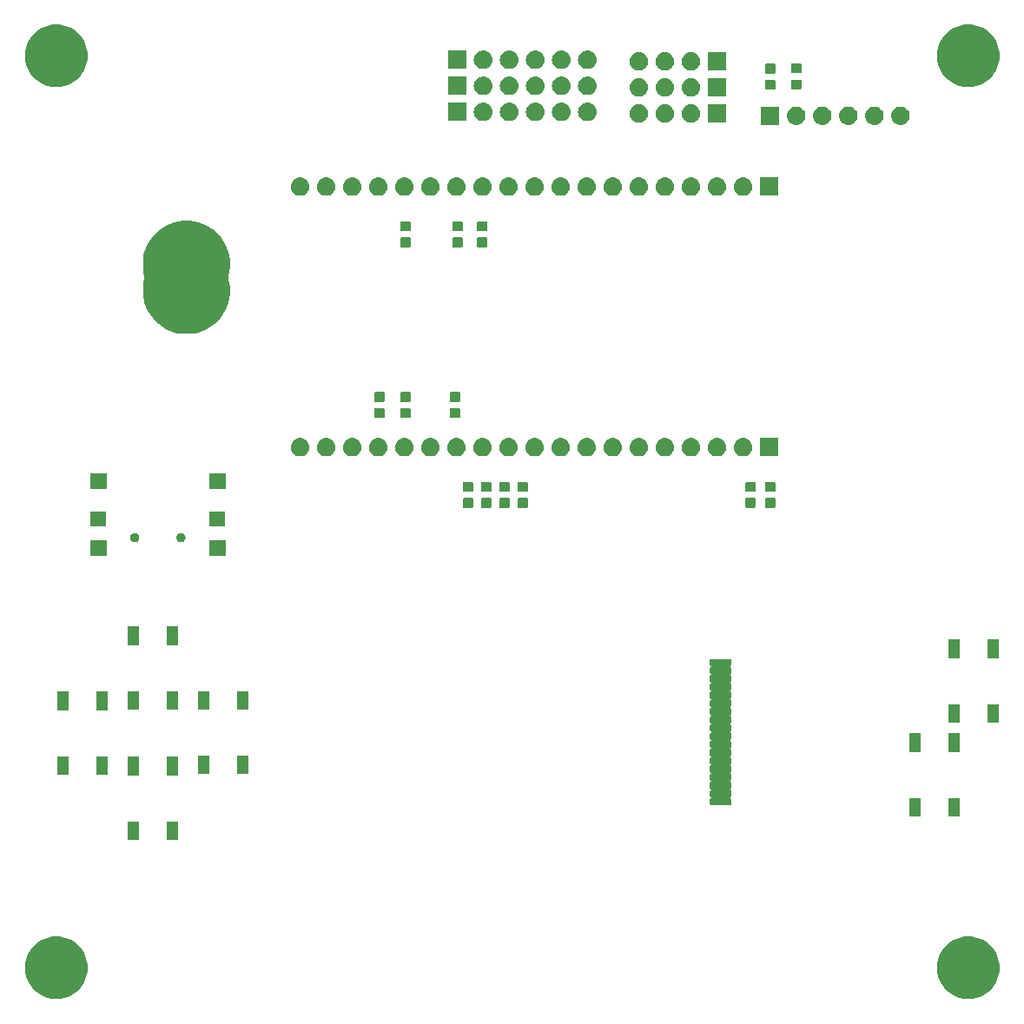
<source format=gbr>
G04 #@! TF.GenerationSoftware,KiCad,Pcbnew,(5.0.1)-3*
G04 #@! TF.CreationDate,2018-10-31T08:23:59+09:00*
G04 #@! TF.ProjectId,badge,62616467652E6B696361645F70636200,rev?*
G04 #@! TF.SameCoordinates,Original*
G04 #@! TF.FileFunction,Soldermask,Top*
G04 #@! TF.FilePolarity,Negative*
%FSLAX46Y46*%
G04 Gerber Fmt 4.6, Leading zero omitted, Abs format (unit mm)*
G04 Created by KiCad (PCBNEW (5.0.1)-3) date 2018-10-31 오전 8:23:59*
%MOMM*%
%LPD*%
G01*
G04 APERTURE LIST*
%ADD10C,0.100000*%
G04 APERTURE END LIST*
D10*
G36*
X196469941Y-103746248D02*
X196469943Y-103746249D01*
X196469944Y-103746249D01*
X197025190Y-103976239D01*
X197025191Y-103976240D01*
X197524902Y-104310136D01*
X197949864Y-104735098D01*
X197949866Y-104735101D01*
X198283761Y-105234810D01*
X198513751Y-105790056D01*
X198631000Y-106379503D01*
X198631000Y-106980497D01*
X198513751Y-107569944D01*
X198283761Y-108125190D01*
X198283760Y-108125191D01*
X197949864Y-108624902D01*
X197524902Y-109049864D01*
X197524899Y-109049866D01*
X197025190Y-109383761D01*
X196469944Y-109613751D01*
X196469943Y-109613751D01*
X196469941Y-109613752D01*
X195880499Y-109731000D01*
X195279501Y-109731000D01*
X194690059Y-109613752D01*
X194690057Y-109613751D01*
X194690056Y-109613751D01*
X194134810Y-109383761D01*
X193635101Y-109049866D01*
X193635098Y-109049864D01*
X193210136Y-108624902D01*
X192876240Y-108125191D01*
X192876239Y-108125190D01*
X192646249Y-107569944D01*
X192529000Y-106980497D01*
X192529000Y-106379503D01*
X192646249Y-105790056D01*
X192876239Y-105234810D01*
X193210134Y-104735101D01*
X193210136Y-104735098D01*
X193635098Y-104310136D01*
X194134809Y-103976240D01*
X194134810Y-103976239D01*
X194690056Y-103746249D01*
X194690057Y-103746249D01*
X194690059Y-103746248D01*
X195279501Y-103629000D01*
X195880499Y-103629000D01*
X196469941Y-103746248D01*
X196469941Y-103746248D01*
G37*
G36*
X107569941Y-103746248D02*
X107569943Y-103746249D01*
X107569944Y-103746249D01*
X108125190Y-103976239D01*
X108125191Y-103976240D01*
X108624902Y-104310136D01*
X109049864Y-104735098D01*
X109049866Y-104735101D01*
X109383761Y-105234810D01*
X109613751Y-105790056D01*
X109731000Y-106379503D01*
X109731000Y-106980497D01*
X109613751Y-107569944D01*
X109383761Y-108125190D01*
X109383760Y-108125191D01*
X109049864Y-108624902D01*
X108624902Y-109049864D01*
X108624899Y-109049866D01*
X108125190Y-109383761D01*
X107569944Y-109613751D01*
X107569943Y-109613751D01*
X107569941Y-109613752D01*
X106980499Y-109731000D01*
X106379501Y-109731000D01*
X105790059Y-109613752D01*
X105790057Y-109613751D01*
X105790056Y-109613751D01*
X105234810Y-109383761D01*
X104735101Y-109049866D01*
X104735098Y-109049864D01*
X104310136Y-108624902D01*
X103976240Y-108125191D01*
X103976239Y-108125190D01*
X103746249Y-107569944D01*
X103629000Y-106980497D01*
X103629000Y-106379503D01*
X103746249Y-105790056D01*
X103976239Y-105234810D01*
X104310134Y-104735101D01*
X104310136Y-104735098D01*
X104735098Y-104310136D01*
X105234809Y-103976240D01*
X105234810Y-103976239D01*
X105790056Y-103746249D01*
X105790057Y-103746249D01*
X105790059Y-103746248D01*
X106379501Y-103629000D01*
X106980499Y-103629000D01*
X107569941Y-103746248D01*
X107569941Y-103746248D01*
G37*
G36*
X114729000Y-94221000D02*
X113627000Y-94221000D01*
X113627000Y-92419000D01*
X114729000Y-92419000D01*
X114729000Y-94221000D01*
X114729000Y-94221000D01*
G37*
G36*
X118529000Y-94221000D02*
X117427000Y-94221000D01*
X117427000Y-92419000D01*
X118529000Y-92419000D01*
X118529000Y-94221000D01*
X118529000Y-94221000D01*
G37*
G36*
X194729000Y-91935000D02*
X193627000Y-91935000D01*
X193627000Y-90133000D01*
X194729000Y-90133000D01*
X194729000Y-91935000D01*
X194729000Y-91935000D01*
G37*
G36*
X190929000Y-91935000D02*
X189827000Y-91935000D01*
X189827000Y-90133000D01*
X190929000Y-90133000D01*
X190929000Y-91935000D01*
X190929000Y-91935000D01*
G37*
G36*
X172430048Y-76601284D02*
X172446446Y-76606258D01*
X172461552Y-76614333D01*
X172474797Y-76625203D01*
X172485667Y-76638448D01*
X172493742Y-76653554D01*
X172498716Y-76669952D01*
X172501000Y-76693141D01*
X172501000Y-77106859D01*
X172498716Y-77130048D01*
X172493742Y-77146446D01*
X172485667Y-77161552D01*
X172474797Y-77174797D01*
X172461552Y-77185667D01*
X172453895Y-77189760D01*
X172433521Y-77203374D01*
X172416194Y-77220701D01*
X172402580Y-77241075D01*
X172393202Y-77263714D01*
X172388422Y-77287748D01*
X172388422Y-77312252D01*
X172393202Y-77336286D01*
X172402580Y-77358925D01*
X172416194Y-77379299D01*
X172433521Y-77396626D01*
X172453895Y-77410240D01*
X172461552Y-77414333D01*
X172474797Y-77425203D01*
X172485667Y-77438448D01*
X172493742Y-77453554D01*
X172498716Y-77469952D01*
X172501000Y-77493141D01*
X172501000Y-77906859D01*
X172498716Y-77930048D01*
X172493742Y-77946446D01*
X172485667Y-77961552D01*
X172474797Y-77974797D01*
X172461552Y-77985667D01*
X172453895Y-77989760D01*
X172433521Y-78003374D01*
X172416194Y-78020701D01*
X172402580Y-78041075D01*
X172393202Y-78063714D01*
X172388422Y-78087748D01*
X172388422Y-78112252D01*
X172393202Y-78136286D01*
X172402580Y-78158925D01*
X172416194Y-78179299D01*
X172433521Y-78196626D01*
X172453895Y-78210240D01*
X172461552Y-78214333D01*
X172474797Y-78225203D01*
X172485667Y-78238448D01*
X172493742Y-78253554D01*
X172498716Y-78269952D01*
X172501000Y-78293141D01*
X172501000Y-78706859D01*
X172498716Y-78730048D01*
X172493742Y-78746446D01*
X172485667Y-78761552D01*
X172474797Y-78774797D01*
X172461552Y-78785667D01*
X172453895Y-78789760D01*
X172433521Y-78803374D01*
X172416194Y-78820701D01*
X172402580Y-78841075D01*
X172393202Y-78863714D01*
X172388422Y-78887748D01*
X172388422Y-78912252D01*
X172393202Y-78936286D01*
X172402580Y-78958925D01*
X172416194Y-78979299D01*
X172433521Y-78996626D01*
X172453895Y-79010240D01*
X172461552Y-79014333D01*
X172474797Y-79025203D01*
X172485667Y-79038448D01*
X172493742Y-79053554D01*
X172498716Y-79069952D01*
X172501000Y-79093141D01*
X172501000Y-79506859D01*
X172498716Y-79530048D01*
X172493742Y-79546446D01*
X172485667Y-79561552D01*
X172474797Y-79574797D01*
X172461552Y-79585667D01*
X172453895Y-79589760D01*
X172433521Y-79603374D01*
X172416194Y-79620701D01*
X172402580Y-79641075D01*
X172393202Y-79663714D01*
X172388422Y-79687748D01*
X172388422Y-79712252D01*
X172393202Y-79736286D01*
X172402580Y-79758925D01*
X172416194Y-79779299D01*
X172433521Y-79796626D01*
X172453895Y-79810240D01*
X172461552Y-79814333D01*
X172474797Y-79825203D01*
X172485667Y-79838448D01*
X172493742Y-79853554D01*
X172498716Y-79869952D01*
X172501000Y-79893141D01*
X172501000Y-80306859D01*
X172498716Y-80330048D01*
X172493742Y-80346446D01*
X172485667Y-80361552D01*
X172474797Y-80374797D01*
X172461552Y-80385667D01*
X172453895Y-80389760D01*
X172433521Y-80403374D01*
X172416194Y-80420701D01*
X172402580Y-80441075D01*
X172393202Y-80463714D01*
X172388422Y-80487748D01*
X172388422Y-80512252D01*
X172393202Y-80536286D01*
X172402580Y-80558925D01*
X172416194Y-80579299D01*
X172433521Y-80596626D01*
X172453895Y-80610240D01*
X172461552Y-80614333D01*
X172474797Y-80625203D01*
X172485667Y-80638448D01*
X172493742Y-80653554D01*
X172498716Y-80669952D01*
X172501000Y-80693141D01*
X172501000Y-81106859D01*
X172498716Y-81130048D01*
X172493742Y-81146446D01*
X172485667Y-81161552D01*
X172474797Y-81174797D01*
X172461552Y-81185667D01*
X172453895Y-81189760D01*
X172433521Y-81203374D01*
X172416194Y-81220701D01*
X172402580Y-81241075D01*
X172393202Y-81263714D01*
X172388422Y-81287748D01*
X172388422Y-81312252D01*
X172393202Y-81336286D01*
X172402580Y-81358925D01*
X172416194Y-81379299D01*
X172433521Y-81396626D01*
X172453895Y-81410240D01*
X172461552Y-81414333D01*
X172474797Y-81425203D01*
X172485667Y-81438448D01*
X172493742Y-81453554D01*
X172498716Y-81469952D01*
X172501000Y-81493141D01*
X172501000Y-81906859D01*
X172498716Y-81930048D01*
X172493742Y-81946446D01*
X172485667Y-81961552D01*
X172474797Y-81974797D01*
X172461552Y-81985667D01*
X172453895Y-81989760D01*
X172433521Y-82003374D01*
X172416194Y-82020701D01*
X172402580Y-82041075D01*
X172393202Y-82063714D01*
X172388422Y-82087748D01*
X172388422Y-82112252D01*
X172393202Y-82136286D01*
X172402580Y-82158925D01*
X172416194Y-82179299D01*
X172433521Y-82196626D01*
X172453895Y-82210240D01*
X172461552Y-82214333D01*
X172474797Y-82225203D01*
X172485667Y-82238448D01*
X172493742Y-82253554D01*
X172498716Y-82269952D01*
X172501000Y-82293141D01*
X172501000Y-82706859D01*
X172498716Y-82730048D01*
X172493742Y-82746446D01*
X172485667Y-82761552D01*
X172474797Y-82774797D01*
X172461552Y-82785667D01*
X172453895Y-82789760D01*
X172433521Y-82803374D01*
X172416194Y-82820701D01*
X172402580Y-82841075D01*
X172393202Y-82863714D01*
X172388422Y-82887748D01*
X172388422Y-82912252D01*
X172393202Y-82936286D01*
X172402580Y-82958925D01*
X172416194Y-82979299D01*
X172433521Y-82996626D01*
X172453895Y-83010240D01*
X172461552Y-83014333D01*
X172474797Y-83025203D01*
X172485667Y-83038448D01*
X172493742Y-83053554D01*
X172498716Y-83069952D01*
X172501000Y-83093141D01*
X172501000Y-83506859D01*
X172498716Y-83530048D01*
X172493742Y-83546446D01*
X172485667Y-83561552D01*
X172474797Y-83574797D01*
X172461552Y-83585667D01*
X172453895Y-83589760D01*
X172433521Y-83603374D01*
X172416194Y-83620701D01*
X172402580Y-83641075D01*
X172393202Y-83663714D01*
X172388422Y-83687748D01*
X172388422Y-83712252D01*
X172393202Y-83736286D01*
X172402580Y-83758925D01*
X172416194Y-83779299D01*
X172433521Y-83796626D01*
X172453895Y-83810240D01*
X172461552Y-83814333D01*
X172474797Y-83825203D01*
X172485667Y-83838448D01*
X172493742Y-83853554D01*
X172498716Y-83869952D01*
X172501000Y-83893141D01*
X172501000Y-84306859D01*
X172498716Y-84330048D01*
X172493742Y-84346446D01*
X172485667Y-84361552D01*
X172474797Y-84374797D01*
X172461552Y-84385667D01*
X172453895Y-84389760D01*
X172433521Y-84403374D01*
X172416194Y-84420701D01*
X172402580Y-84441075D01*
X172393202Y-84463714D01*
X172388422Y-84487748D01*
X172388422Y-84512252D01*
X172393202Y-84536286D01*
X172402580Y-84558925D01*
X172416194Y-84579299D01*
X172433521Y-84596626D01*
X172453895Y-84610240D01*
X172461552Y-84614333D01*
X172474797Y-84625203D01*
X172485667Y-84638448D01*
X172493742Y-84653554D01*
X172498716Y-84669952D01*
X172501000Y-84693141D01*
X172501000Y-85106859D01*
X172498716Y-85130048D01*
X172493742Y-85146446D01*
X172485667Y-85161552D01*
X172474797Y-85174797D01*
X172461552Y-85185667D01*
X172453895Y-85189760D01*
X172433521Y-85203374D01*
X172416194Y-85220701D01*
X172402580Y-85241075D01*
X172393202Y-85263714D01*
X172388422Y-85287748D01*
X172388422Y-85312252D01*
X172393202Y-85336286D01*
X172402580Y-85358925D01*
X172416194Y-85379299D01*
X172433521Y-85396626D01*
X172453895Y-85410240D01*
X172461552Y-85414333D01*
X172474797Y-85425203D01*
X172485667Y-85438448D01*
X172493742Y-85453554D01*
X172498716Y-85469952D01*
X172501000Y-85493141D01*
X172501000Y-85906859D01*
X172498716Y-85930048D01*
X172493742Y-85946446D01*
X172485667Y-85961552D01*
X172474797Y-85974797D01*
X172461552Y-85985667D01*
X172453895Y-85989760D01*
X172433521Y-86003374D01*
X172416194Y-86020701D01*
X172402580Y-86041075D01*
X172393202Y-86063714D01*
X172388422Y-86087748D01*
X172388422Y-86112252D01*
X172393202Y-86136286D01*
X172402580Y-86158925D01*
X172416194Y-86179299D01*
X172433521Y-86196626D01*
X172453895Y-86210240D01*
X172461552Y-86214333D01*
X172474797Y-86225203D01*
X172485667Y-86238448D01*
X172493742Y-86253554D01*
X172498716Y-86269952D01*
X172501000Y-86293141D01*
X172501000Y-86706859D01*
X172498716Y-86730048D01*
X172493742Y-86746446D01*
X172485667Y-86761552D01*
X172474797Y-86774797D01*
X172461552Y-86785667D01*
X172453895Y-86789760D01*
X172433521Y-86803374D01*
X172416194Y-86820701D01*
X172402580Y-86841075D01*
X172393202Y-86863714D01*
X172388422Y-86887748D01*
X172388422Y-86912252D01*
X172393202Y-86936286D01*
X172402580Y-86958925D01*
X172416194Y-86979299D01*
X172433521Y-86996626D01*
X172453895Y-87010240D01*
X172461552Y-87014333D01*
X172474797Y-87025203D01*
X172485667Y-87038448D01*
X172493742Y-87053554D01*
X172498716Y-87069952D01*
X172501000Y-87093141D01*
X172501000Y-87506859D01*
X172498716Y-87530048D01*
X172493742Y-87546446D01*
X172485667Y-87561552D01*
X172474797Y-87574797D01*
X172461552Y-87585667D01*
X172453895Y-87589760D01*
X172433521Y-87603374D01*
X172416194Y-87620701D01*
X172402580Y-87641075D01*
X172393202Y-87663714D01*
X172388422Y-87687748D01*
X172388422Y-87712252D01*
X172393202Y-87736286D01*
X172402580Y-87758925D01*
X172416194Y-87779299D01*
X172433521Y-87796626D01*
X172453895Y-87810240D01*
X172461552Y-87814333D01*
X172474797Y-87825203D01*
X172485667Y-87838448D01*
X172493742Y-87853554D01*
X172498716Y-87869952D01*
X172501000Y-87893141D01*
X172501000Y-88306859D01*
X172498716Y-88330048D01*
X172493742Y-88346446D01*
X172485667Y-88361552D01*
X172474797Y-88374797D01*
X172461552Y-88385667D01*
X172453895Y-88389760D01*
X172433521Y-88403374D01*
X172416194Y-88420701D01*
X172402580Y-88441075D01*
X172393202Y-88463714D01*
X172388422Y-88487748D01*
X172388422Y-88512252D01*
X172393202Y-88536286D01*
X172402580Y-88558925D01*
X172416194Y-88579299D01*
X172433521Y-88596626D01*
X172453895Y-88610240D01*
X172461552Y-88614333D01*
X172474797Y-88625203D01*
X172485667Y-88638448D01*
X172493742Y-88653554D01*
X172498716Y-88669952D01*
X172501000Y-88693141D01*
X172501000Y-89106859D01*
X172498716Y-89130048D01*
X172493742Y-89146446D01*
X172485667Y-89161552D01*
X172474797Y-89174797D01*
X172461552Y-89185667D01*
X172453895Y-89189760D01*
X172433521Y-89203374D01*
X172416194Y-89220701D01*
X172402580Y-89241075D01*
X172393202Y-89263714D01*
X172388422Y-89287748D01*
X172388422Y-89312252D01*
X172393202Y-89336286D01*
X172402580Y-89358925D01*
X172416194Y-89379299D01*
X172433521Y-89396626D01*
X172453895Y-89410240D01*
X172461552Y-89414333D01*
X172474797Y-89425203D01*
X172485667Y-89438448D01*
X172493742Y-89453554D01*
X172498716Y-89469952D01*
X172501000Y-89493141D01*
X172501000Y-89906859D01*
X172498716Y-89930048D01*
X172493742Y-89946446D01*
X172485667Y-89961552D01*
X172474797Y-89974797D01*
X172461552Y-89985667D01*
X172453895Y-89989760D01*
X172433521Y-90003374D01*
X172416194Y-90020701D01*
X172402580Y-90041075D01*
X172393202Y-90063714D01*
X172388422Y-90087748D01*
X172388422Y-90112252D01*
X172393202Y-90136286D01*
X172402580Y-90158925D01*
X172416194Y-90179299D01*
X172433521Y-90196626D01*
X172453895Y-90210240D01*
X172461552Y-90214333D01*
X172474797Y-90225203D01*
X172485667Y-90238448D01*
X172493742Y-90253554D01*
X172498716Y-90269952D01*
X172501000Y-90293141D01*
X172501000Y-90706859D01*
X172498716Y-90730048D01*
X172493742Y-90746446D01*
X172485667Y-90761552D01*
X172474797Y-90774797D01*
X172461552Y-90785667D01*
X172446446Y-90793742D01*
X172430048Y-90798716D01*
X172406859Y-90801000D01*
X170493141Y-90801000D01*
X170469952Y-90798716D01*
X170453554Y-90793742D01*
X170438448Y-90785667D01*
X170425203Y-90774797D01*
X170414333Y-90761552D01*
X170406258Y-90746446D01*
X170401284Y-90730048D01*
X170399000Y-90706859D01*
X170399000Y-90293141D01*
X170401284Y-90269952D01*
X170406258Y-90253554D01*
X170414333Y-90238448D01*
X170425203Y-90225203D01*
X170438448Y-90214333D01*
X170446105Y-90210240D01*
X170466479Y-90196626D01*
X170483806Y-90179299D01*
X170497420Y-90158925D01*
X170506798Y-90136286D01*
X170511578Y-90112252D01*
X170511578Y-90087748D01*
X170506798Y-90063714D01*
X170497420Y-90041075D01*
X170483806Y-90020701D01*
X170466479Y-90003374D01*
X170446105Y-89989760D01*
X170438448Y-89985667D01*
X170425203Y-89974797D01*
X170414333Y-89961552D01*
X170406258Y-89946446D01*
X170401284Y-89930048D01*
X170399000Y-89906859D01*
X170399000Y-89493141D01*
X170401284Y-89469952D01*
X170406258Y-89453554D01*
X170414333Y-89438448D01*
X170425203Y-89425203D01*
X170438448Y-89414333D01*
X170446105Y-89410240D01*
X170466479Y-89396626D01*
X170483806Y-89379299D01*
X170497420Y-89358925D01*
X170506798Y-89336286D01*
X170511578Y-89312252D01*
X170511578Y-89287748D01*
X170506798Y-89263714D01*
X170497420Y-89241075D01*
X170483806Y-89220701D01*
X170466479Y-89203374D01*
X170446105Y-89189760D01*
X170438448Y-89185667D01*
X170425203Y-89174797D01*
X170414333Y-89161552D01*
X170406258Y-89146446D01*
X170401284Y-89130048D01*
X170399000Y-89106859D01*
X170399000Y-88693141D01*
X170401284Y-88669952D01*
X170406258Y-88653554D01*
X170414333Y-88638448D01*
X170425203Y-88625203D01*
X170438448Y-88614333D01*
X170446105Y-88610240D01*
X170466479Y-88596626D01*
X170483806Y-88579299D01*
X170497420Y-88558925D01*
X170506798Y-88536286D01*
X170511578Y-88512252D01*
X170511578Y-88487748D01*
X170506798Y-88463714D01*
X170497420Y-88441075D01*
X170483806Y-88420701D01*
X170466479Y-88403374D01*
X170446105Y-88389760D01*
X170438448Y-88385667D01*
X170425203Y-88374797D01*
X170414333Y-88361552D01*
X170406258Y-88346446D01*
X170401284Y-88330048D01*
X170399000Y-88306859D01*
X170399000Y-87893141D01*
X170401284Y-87869952D01*
X170406258Y-87853554D01*
X170414333Y-87838448D01*
X170425203Y-87825203D01*
X170438448Y-87814333D01*
X170446105Y-87810240D01*
X170466479Y-87796626D01*
X170483806Y-87779299D01*
X170497420Y-87758925D01*
X170506798Y-87736286D01*
X170511578Y-87712252D01*
X170511578Y-87687748D01*
X170506798Y-87663714D01*
X170497420Y-87641075D01*
X170483806Y-87620701D01*
X170466479Y-87603374D01*
X170446105Y-87589760D01*
X170438448Y-87585667D01*
X170425203Y-87574797D01*
X170414333Y-87561552D01*
X170406258Y-87546446D01*
X170401284Y-87530048D01*
X170399000Y-87506859D01*
X170399000Y-87093141D01*
X170401284Y-87069952D01*
X170406258Y-87053554D01*
X170414333Y-87038448D01*
X170425203Y-87025203D01*
X170438448Y-87014333D01*
X170446105Y-87010240D01*
X170466479Y-86996626D01*
X170483806Y-86979299D01*
X170497420Y-86958925D01*
X170506798Y-86936286D01*
X170511578Y-86912252D01*
X170511578Y-86887748D01*
X170506798Y-86863714D01*
X170497420Y-86841075D01*
X170483806Y-86820701D01*
X170466479Y-86803374D01*
X170446105Y-86789760D01*
X170438448Y-86785667D01*
X170425203Y-86774797D01*
X170414333Y-86761552D01*
X170406258Y-86746446D01*
X170401284Y-86730048D01*
X170399000Y-86706859D01*
X170399000Y-86293141D01*
X170401284Y-86269952D01*
X170406258Y-86253554D01*
X170414333Y-86238448D01*
X170425203Y-86225203D01*
X170438448Y-86214333D01*
X170446105Y-86210240D01*
X170466479Y-86196626D01*
X170483806Y-86179299D01*
X170497420Y-86158925D01*
X170506798Y-86136286D01*
X170511578Y-86112252D01*
X170511578Y-86087748D01*
X170506798Y-86063714D01*
X170497420Y-86041075D01*
X170483806Y-86020701D01*
X170466479Y-86003374D01*
X170446105Y-85989760D01*
X170438448Y-85985667D01*
X170425203Y-85974797D01*
X170414333Y-85961552D01*
X170406258Y-85946446D01*
X170401284Y-85930048D01*
X170399000Y-85906859D01*
X170399000Y-85493141D01*
X170401284Y-85469952D01*
X170406258Y-85453554D01*
X170414333Y-85438448D01*
X170425203Y-85425203D01*
X170438448Y-85414333D01*
X170446105Y-85410240D01*
X170466479Y-85396626D01*
X170483806Y-85379299D01*
X170497420Y-85358925D01*
X170506798Y-85336286D01*
X170511578Y-85312252D01*
X170511578Y-85287748D01*
X170506798Y-85263714D01*
X170497420Y-85241075D01*
X170483806Y-85220701D01*
X170466479Y-85203374D01*
X170446105Y-85189760D01*
X170438448Y-85185667D01*
X170425203Y-85174797D01*
X170414333Y-85161552D01*
X170406258Y-85146446D01*
X170401284Y-85130048D01*
X170399000Y-85106859D01*
X170399000Y-84693141D01*
X170401284Y-84669952D01*
X170406258Y-84653554D01*
X170414333Y-84638448D01*
X170425203Y-84625203D01*
X170438448Y-84614333D01*
X170446105Y-84610240D01*
X170466479Y-84596626D01*
X170483806Y-84579299D01*
X170497420Y-84558925D01*
X170506798Y-84536286D01*
X170511578Y-84512252D01*
X170511578Y-84487748D01*
X170506798Y-84463714D01*
X170497420Y-84441075D01*
X170483806Y-84420701D01*
X170466479Y-84403374D01*
X170446105Y-84389760D01*
X170438448Y-84385667D01*
X170425203Y-84374797D01*
X170414333Y-84361552D01*
X170406258Y-84346446D01*
X170401284Y-84330048D01*
X170399000Y-84306859D01*
X170399000Y-83893141D01*
X170401284Y-83869952D01*
X170406258Y-83853554D01*
X170414333Y-83838448D01*
X170425203Y-83825203D01*
X170438448Y-83814333D01*
X170446105Y-83810240D01*
X170466479Y-83796626D01*
X170483806Y-83779299D01*
X170497420Y-83758925D01*
X170506798Y-83736286D01*
X170511578Y-83712252D01*
X170511578Y-83687748D01*
X170506798Y-83663714D01*
X170497420Y-83641075D01*
X170483806Y-83620701D01*
X170466479Y-83603374D01*
X170446105Y-83589760D01*
X170438448Y-83585667D01*
X170425203Y-83574797D01*
X170414333Y-83561552D01*
X170406258Y-83546446D01*
X170401284Y-83530048D01*
X170399000Y-83506859D01*
X170399000Y-83093141D01*
X170401284Y-83069952D01*
X170406258Y-83053554D01*
X170414333Y-83038448D01*
X170425203Y-83025203D01*
X170438448Y-83014333D01*
X170446105Y-83010240D01*
X170466479Y-82996626D01*
X170483806Y-82979299D01*
X170497420Y-82958925D01*
X170506798Y-82936286D01*
X170511578Y-82912252D01*
X170511578Y-82887748D01*
X170506798Y-82863714D01*
X170497420Y-82841075D01*
X170483806Y-82820701D01*
X170466479Y-82803374D01*
X170446105Y-82789760D01*
X170438448Y-82785667D01*
X170425203Y-82774797D01*
X170414333Y-82761552D01*
X170406258Y-82746446D01*
X170401284Y-82730048D01*
X170399000Y-82706859D01*
X170399000Y-82293141D01*
X170401284Y-82269952D01*
X170406258Y-82253554D01*
X170414333Y-82238448D01*
X170425203Y-82225203D01*
X170438448Y-82214333D01*
X170446105Y-82210240D01*
X170466479Y-82196626D01*
X170483806Y-82179299D01*
X170497420Y-82158925D01*
X170506798Y-82136286D01*
X170511578Y-82112252D01*
X170511578Y-82087748D01*
X170506798Y-82063714D01*
X170497420Y-82041075D01*
X170483806Y-82020701D01*
X170466479Y-82003374D01*
X170446105Y-81989760D01*
X170438448Y-81985667D01*
X170425203Y-81974797D01*
X170414333Y-81961552D01*
X170406258Y-81946446D01*
X170401284Y-81930048D01*
X170399000Y-81906859D01*
X170399000Y-81493141D01*
X170401284Y-81469952D01*
X170406258Y-81453554D01*
X170414333Y-81438448D01*
X170425203Y-81425203D01*
X170438448Y-81414333D01*
X170446105Y-81410240D01*
X170466479Y-81396626D01*
X170483806Y-81379299D01*
X170497420Y-81358925D01*
X170506798Y-81336286D01*
X170511578Y-81312252D01*
X170511578Y-81287748D01*
X170506798Y-81263714D01*
X170497420Y-81241075D01*
X170483806Y-81220701D01*
X170466479Y-81203374D01*
X170446105Y-81189760D01*
X170438448Y-81185667D01*
X170425203Y-81174797D01*
X170414333Y-81161552D01*
X170406258Y-81146446D01*
X170401284Y-81130048D01*
X170399000Y-81106859D01*
X170399000Y-80693141D01*
X170401284Y-80669952D01*
X170406258Y-80653554D01*
X170414333Y-80638448D01*
X170425203Y-80625203D01*
X170438448Y-80614333D01*
X170446105Y-80610240D01*
X170466479Y-80596626D01*
X170483806Y-80579299D01*
X170497420Y-80558925D01*
X170506798Y-80536286D01*
X170511578Y-80512252D01*
X170511578Y-80487748D01*
X170506798Y-80463714D01*
X170497420Y-80441075D01*
X170483806Y-80420701D01*
X170466479Y-80403374D01*
X170446105Y-80389760D01*
X170438448Y-80385667D01*
X170425203Y-80374797D01*
X170414333Y-80361552D01*
X170406258Y-80346446D01*
X170401284Y-80330048D01*
X170399000Y-80306859D01*
X170399000Y-79893141D01*
X170401284Y-79869952D01*
X170406258Y-79853554D01*
X170414333Y-79838448D01*
X170425203Y-79825203D01*
X170438448Y-79814333D01*
X170446105Y-79810240D01*
X170466479Y-79796626D01*
X170483806Y-79779299D01*
X170497420Y-79758925D01*
X170506798Y-79736286D01*
X170511578Y-79712252D01*
X170511578Y-79687748D01*
X170506798Y-79663714D01*
X170497420Y-79641075D01*
X170483806Y-79620701D01*
X170466479Y-79603374D01*
X170446105Y-79589760D01*
X170438448Y-79585667D01*
X170425203Y-79574797D01*
X170414333Y-79561552D01*
X170406258Y-79546446D01*
X170401284Y-79530048D01*
X170399000Y-79506859D01*
X170399000Y-79093141D01*
X170401284Y-79069952D01*
X170406258Y-79053554D01*
X170414333Y-79038448D01*
X170425203Y-79025203D01*
X170438448Y-79014333D01*
X170446105Y-79010240D01*
X170466479Y-78996626D01*
X170483806Y-78979299D01*
X170497420Y-78958925D01*
X170506798Y-78936286D01*
X170511578Y-78912252D01*
X170511578Y-78887748D01*
X170506798Y-78863714D01*
X170497420Y-78841075D01*
X170483806Y-78820701D01*
X170466479Y-78803374D01*
X170446105Y-78789760D01*
X170438448Y-78785667D01*
X170425203Y-78774797D01*
X170414333Y-78761552D01*
X170406258Y-78746446D01*
X170401284Y-78730048D01*
X170399000Y-78706859D01*
X170399000Y-78293141D01*
X170401284Y-78269952D01*
X170406258Y-78253554D01*
X170414333Y-78238448D01*
X170425203Y-78225203D01*
X170438448Y-78214333D01*
X170446105Y-78210240D01*
X170466479Y-78196626D01*
X170483806Y-78179299D01*
X170497420Y-78158925D01*
X170506798Y-78136286D01*
X170511578Y-78112252D01*
X170511578Y-78087748D01*
X170506798Y-78063714D01*
X170497420Y-78041075D01*
X170483806Y-78020701D01*
X170466479Y-78003374D01*
X170446105Y-77989760D01*
X170438448Y-77985667D01*
X170425203Y-77974797D01*
X170414333Y-77961552D01*
X170406258Y-77946446D01*
X170401284Y-77930048D01*
X170399000Y-77906859D01*
X170399000Y-77493141D01*
X170401284Y-77469952D01*
X170406258Y-77453554D01*
X170414333Y-77438448D01*
X170425203Y-77425203D01*
X170438448Y-77414333D01*
X170446105Y-77410240D01*
X170466479Y-77396626D01*
X170483806Y-77379299D01*
X170497420Y-77358925D01*
X170506798Y-77336286D01*
X170511578Y-77312252D01*
X170511578Y-77287748D01*
X170506798Y-77263714D01*
X170497420Y-77241075D01*
X170483806Y-77220701D01*
X170466479Y-77203374D01*
X170446105Y-77189760D01*
X170438448Y-77185667D01*
X170425203Y-77174797D01*
X170414333Y-77161552D01*
X170406258Y-77146446D01*
X170401284Y-77130048D01*
X170399000Y-77106859D01*
X170399000Y-76693141D01*
X170401284Y-76669952D01*
X170406258Y-76653554D01*
X170414333Y-76638448D01*
X170425203Y-76625203D01*
X170438448Y-76614333D01*
X170453554Y-76606258D01*
X170469952Y-76601284D01*
X170493141Y-76599000D01*
X172406859Y-76599000D01*
X172430048Y-76601284D01*
X172430048Y-76601284D01*
G37*
G36*
X114729000Y-87921000D02*
X113627000Y-87921000D01*
X113627000Y-86119000D01*
X114729000Y-86119000D01*
X114729000Y-87921000D01*
X114729000Y-87921000D01*
G37*
G36*
X118529000Y-87921000D02*
X117427000Y-87921000D01*
X117427000Y-86119000D01*
X118529000Y-86119000D01*
X118529000Y-87921000D01*
X118529000Y-87921000D01*
G37*
G36*
X111671000Y-87871000D02*
X110569000Y-87871000D01*
X110569000Y-86069000D01*
X111671000Y-86069000D01*
X111671000Y-87871000D01*
X111671000Y-87871000D01*
G37*
G36*
X107871000Y-87871000D02*
X106769000Y-87871000D01*
X106769000Y-86069000D01*
X107871000Y-86069000D01*
X107871000Y-87871000D01*
X107871000Y-87871000D01*
G37*
G36*
X121587000Y-87807500D02*
X120485000Y-87807500D01*
X120485000Y-86005500D01*
X121587000Y-86005500D01*
X121587000Y-87807500D01*
X121587000Y-87807500D01*
G37*
G36*
X125387000Y-87807500D02*
X124285000Y-87807500D01*
X124285000Y-86005500D01*
X125387000Y-86005500D01*
X125387000Y-87807500D01*
X125387000Y-87807500D01*
G37*
G36*
X190929000Y-85635000D02*
X189827000Y-85635000D01*
X189827000Y-83833000D01*
X190929000Y-83833000D01*
X190929000Y-85635000D01*
X190929000Y-85635000D01*
G37*
G36*
X194729000Y-85635000D02*
X193627000Y-85635000D01*
X193627000Y-83833000D01*
X194729000Y-83833000D01*
X194729000Y-85635000D01*
X194729000Y-85635000D01*
G37*
G36*
X194739000Y-82791000D02*
X193637000Y-82791000D01*
X193637000Y-80989000D01*
X194739000Y-80989000D01*
X194739000Y-82791000D01*
X194739000Y-82791000D01*
G37*
G36*
X198539000Y-82791000D02*
X197437000Y-82791000D01*
X197437000Y-80989000D01*
X198539000Y-80989000D01*
X198539000Y-82791000D01*
X198539000Y-82791000D01*
G37*
G36*
X107871000Y-81571000D02*
X106769000Y-81571000D01*
X106769000Y-79769000D01*
X107871000Y-79769000D01*
X107871000Y-81571000D01*
X107871000Y-81571000D01*
G37*
G36*
X111671000Y-81571000D02*
X110569000Y-81571000D01*
X110569000Y-79769000D01*
X111671000Y-79769000D01*
X111671000Y-81571000D01*
X111671000Y-81571000D01*
G37*
G36*
X118529000Y-81521000D02*
X117427000Y-81521000D01*
X117427000Y-79719000D01*
X118529000Y-79719000D01*
X118529000Y-81521000D01*
X118529000Y-81521000D01*
G37*
G36*
X114729000Y-81521000D02*
X113627000Y-81521000D01*
X113627000Y-79719000D01*
X114729000Y-79719000D01*
X114729000Y-81521000D01*
X114729000Y-81521000D01*
G37*
G36*
X121587000Y-81507500D02*
X120485000Y-81507500D01*
X120485000Y-79705500D01*
X121587000Y-79705500D01*
X121587000Y-81507500D01*
X121587000Y-81507500D01*
G37*
G36*
X125387000Y-81507500D02*
X124285000Y-81507500D01*
X124285000Y-79705500D01*
X125387000Y-79705500D01*
X125387000Y-81507500D01*
X125387000Y-81507500D01*
G37*
G36*
X194739000Y-76491000D02*
X193637000Y-76491000D01*
X193637000Y-74689000D01*
X194739000Y-74689000D01*
X194739000Y-76491000D01*
X194739000Y-76491000D01*
G37*
G36*
X198539000Y-76491000D02*
X197437000Y-76491000D01*
X197437000Y-74689000D01*
X198539000Y-74689000D01*
X198539000Y-76491000D01*
X198539000Y-76491000D01*
G37*
G36*
X114729000Y-75221000D02*
X113627000Y-75221000D01*
X113627000Y-73419000D01*
X114729000Y-73419000D01*
X114729000Y-75221000D01*
X114729000Y-75221000D01*
G37*
G36*
X118529000Y-75221000D02*
X117427000Y-75221000D01*
X117427000Y-73419000D01*
X118529000Y-73419000D01*
X118529000Y-75221000D01*
X118529000Y-75221000D01*
G37*
G36*
X123187000Y-66485000D02*
X121585000Y-66485000D01*
X121585000Y-64983000D01*
X123187000Y-64983000D01*
X123187000Y-66485000D01*
X123187000Y-66485000D01*
G37*
G36*
X111587000Y-66485000D02*
X109985000Y-66485000D01*
X109985000Y-64983000D01*
X111587000Y-64983000D01*
X111587000Y-66485000D01*
X111587000Y-66485000D01*
G37*
G36*
X114467552Y-64300331D02*
X114549625Y-64334327D01*
X114549626Y-64334328D01*
X114549629Y-64334329D01*
X114623496Y-64383686D01*
X114623500Y-64383689D01*
X114686311Y-64446500D01*
X114686313Y-64446503D01*
X114686314Y-64446504D01*
X114735671Y-64520371D01*
X114735672Y-64520374D01*
X114735673Y-64520375D01*
X114769669Y-64602448D01*
X114787000Y-64689579D01*
X114787000Y-64778421D01*
X114769669Y-64865552D01*
X114735673Y-64947625D01*
X114735671Y-64947629D01*
X114686314Y-65021496D01*
X114686311Y-65021500D01*
X114623500Y-65084311D01*
X114623497Y-65084313D01*
X114623496Y-65084314D01*
X114549629Y-65133671D01*
X114549626Y-65133672D01*
X114549625Y-65133673D01*
X114467552Y-65167669D01*
X114380421Y-65185000D01*
X114291579Y-65185000D01*
X114204448Y-65167669D01*
X114122375Y-65133673D01*
X114122374Y-65133672D01*
X114122371Y-65133671D01*
X114048504Y-65084314D01*
X114048503Y-65084313D01*
X114048500Y-65084311D01*
X113985689Y-65021500D01*
X113985686Y-65021496D01*
X113936329Y-64947629D01*
X113936327Y-64947625D01*
X113902331Y-64865552D01*
X113885000Y-64778421D01*
X113885000Y-64689579D01*
X113902331Y-64602448D01*
X113936327Y-64520375D01*
X113936328Y-64520374D01*
X113936329Y-64520371D01*
X113985686Y-64446504D01*
X113985687Y-64446503D01*
X113985689Y-64446500D01*
X114048500Y-64383689D01*
X114048504Y-64383686D01*
X114122371Y-64334329D01*
X114122374Y-64334328D01*
X114122375Y-64334327D01*
X114204448Y-64300331D01*
X114291579Y-64283000D01*
X114380421Y-64283000D01*
X114467552Y-64300331D01*
X114467552Y-64300331D01*
G37*
G36*
X118967552Y-64300331D02*
X119049625Y-64334327D01*
X119049626Y-64334328D01*
X119049629Y-64334329D01*
X119123496Y-64383686D01*
X119123500Y-64383689D01*
X119186311Y-64446500D01*
X119186313Y-64446503D01*
X119186314Y-64446504D01*
X119235671Y-64520371D01*
X119235672Y-64520374D01*
X119235673Y-64520375D01*
X119269669Y-64602448D01*
X119287000Y-64689579D01*
X119287000Y-64778421D01*
X119269669Y-64865552D01*
X119235673Y-64947625D01*
X119235671Y-64947629D01*
X119186314Y-65021496D01*
X119186311Y-65021500D01*
X119123500Y-65084311D01*
X119123497Y-65084313D01*
X119123496Y-65084314D01*
X119049629Y-65133671D01*
X119049626Y-65133672D01*
X119049625Y-65133673D01*
X118967552Y-65167669D01*
X118880421Y-65185000D01*
X118791579Y-65185000D01*
X118704448Y-65167669D01*
X118622375Y-65133673D01*
X118622374Y-65133672D01*
X118622371Y-65133671D01*
X118548504Y-65084314D01*
X118548503Y-65084313D01*
X118548500Y-65084311D01*
X118485689Y-65021500D01*
X118485686Y-65021496D01*
X118436329Y-64947629D01*
X118436327Y-64947625D01*
X118402331Y-64865552D01*
X118385000Y-64778421D01*
X118385000Y-64689579D01*
X118402331Y-64602448D01*
X118436327Y-64520375D01*
X118436328Y-64520374D01*
X118436329Y-64520371D01*
X118485686Y-64446504D01*
X118485687Y-64446503D01*
X118485689Y-64446500D01*
X118548500Y-64383689D01*
X118548504Y-64383686D01*
X118622371Y-64334329D01*
X118622374Y-64334328D01*
X118622375Y-64334327D01*
X118704448Y-64300331D01*
X118791579Y-64283000D01*
X118880421Y-64283000D01*
X118967552Y-64300331D01*
X118967552Y-64300331D01*
G37*
G36*
X123137000Y-63635000D02*
X121635000Y-63635000D01*
X121635000Y-62233000D01*
X123137000Y-62233000D01*
X123137000Y-63635000D01*
X123137000Y-63635000D01*
G37*
G36*
X111537000Y-63635000D02*
X110035000Y-63635000D01*
X110035000Y-62233000D01*
X111537000Y-62233000D01*
X111537000Y-63635000D01*
X111537000Y-63635000D01*
G37*
G36*
X152525591Y-60882085D02*
X152559569Y-60892393D01*
X152590887Y-60909133D01*
X152618339Y-60931661D01*
X152640867Y-60959113D01*
X152657607Y-60990431D01*
X152667915Y-61024409D01*
X152672000Y-61065890D01*
X152672000Y-61667110D01*
X152667915Y-61708591D01*
X152657607Y-61742569D01*
X152640867Y-61773887D01*
X152618339Y-61801339D01*
X152590887Y-61823867D01*
X152559569Y-61840607D01*
X152525591Y-61850915D01*
X152484110Y-61855000D01*
X151807890Y-61855000D01*
X151766409Y-61850915D01*
X151732431Y-61840607D01*
X151701113Y-61823867D01*
X151673661Y-61801339D01*
X151651133Y-61773887D01*
X151634393Y-61742569D01*
X151624085Y-61708591D01*
X151620000Y-61667110D01*
X151620000Y-61065890D01*
X151624085Y-61024409D01*
X151634393Y-60990431D01*
X151651133Y-60959113D01*
X151673661Y-60931661D01*
X151701113Y-60909133D01*
X151732431Y-60892393D01*
X151766409Y-60882085D01*
X151807890Y-60878000D01*
X152484110Y-60878000D01*
X152525591Y-60882085D01*
X152525591Y-60882085D01*
G37*
G36*
X148969591Y-60882085D02*
X149003569Y-60892393D01*
X149034887Y-60909133D01*
X149062339Y-60931661D01*
X149084867Y-60959113D01*
X149101607Y-60990431D01*
X149111915Y-61024409D01*
X149116000Y-61065890D01*
X149116000Y-61667110D01*
X149111915Y-61708591D01*
X149101607Y-61742569D01*
X149084867Y-61773887D01*
X149062339Y-61801339D01*
X149034887Y-61823867D01*
X149003569Y-61840607D01*
X148969591Y-61850915D01*
X148928110Y-61855000D01*
X148251890Y-61855000D01*
X148210409Y-61850915D01*
X148176431Y-61840607D01*
X148145113Y-61823867D01*
X148117661Y-61801339D01*
X148095133Y-61773887D01*
X148078393Y-61742569D01*
X148068085Y-61708591D01*
X148064000Y-61667110D01*
X148064000Y-61065890D01*
X148068085Y-61024409D01*
X148078393Y-60990431D01*
X148095133Y-60959113D01*
X148117661Y-60931661D01*
X148145113Y-60909133D01*
X148176431Y-60892393D01*
X148210409Y-60882085D01*
X148251890Y-60878000D01*
X148928110Y-60878000D01*
X148969591Y-60882085D01*
X148969591Y-60882085D01*
G37*
G36*
X150747591Y-60882085D02*
X150781569Y-60892393D01*
X150812887Y-60909133D01*
X150840339Y-60931661D01*
X150862867Y-60959113D01*
X150879607Y-60990431D01*
X150889915Y-61024409D01*
X150894000Y-61065890D01*
X150894000Y-61667110D01*
X150889915Y-61708591D01*
X150879607Y-61742569D01*
X150862867Y-61773887D01*
X150840339Y-61801339D01*
X150812887Y-61823867D01*
X150781569Y-61840607D01*
X150747591Y-61850915D01*
X150706110Y-61855000D01*
X150029890Y-61855000D01*
X149988409Y-61850915D01*
X149954431Y-61840607D01*
X149923113Y-61823867D01*
X149895661Y-61801339D01*
X149873133Y-61773887D01*
X149856393Y-61742569D01*
X149846085Y-61708591D01*
X149842000Y-61667110D01*
X149842000Y-61065890D01*
X149846085Y-61024409D01*
X149856393Y-60990431D01*
X149873133Y-60959113D01*
X149895661Y-60931661D01*
X149923113Y-60909133D01*
X149954431Y-60892393D01*
X149988409Y-60882085D01*
X150029890Y-60878000D01*
X150706110Y-60878000D01*
X150747591Y-60882085D01*
X150747591Y-60882085D01*
G37*
G36*
X174750591Y-60882085D02*
X174784569Y-60892393D01*
X174815887Y-60909133D01*
X174843339Y-60931661D01*
X174865867Y-60959113D01*
X174882607Y-60990431D01*
X174892915Y-61024409D01*
X174897000Y-61065890D01*
X174897000Y-61667110D01*
X174892915Y-61708591D01*
X174882607Y-61742569D01*
X174865867Y-61773887D01*
X174843339Y-61801339D01*
X174815887Y-61823867D01*
X174784569Y-61840607D01*
X174750591Y-61850915D01*
X174709110Y-61855000D01*
X174032890Y-61855000D01*
X173991409Y-61850915D01*
X173957431Y-61840607D01*
X173926113Y-61823867D01*
X173898661Y-61801339D01*
X173876133Y-61773887D01*
X173859393Y-61742569D01*
X173849085Y-61708591D01*
X173845000Y-61667110D01*
X173845000Y-61065890D01*
X173849085Y-61024409D01*
X173859393Y-60990431D01*
X173876133Y-60959113D01*
X173898661Y-60931661D01*
X173926113Y-60909133D01*
X173957431Y-60892393D01*
X173991409Y-60882085D01*
X174032890Y-60878000D01*
X174709110Y-60878000D01*
X174750591Y-60882085D01*
X174750591Y-60882085D01*
G37*
G36*
X147191591Y-60882085D02*
X147225569Y-60892393D01*
X147256887Y-60909133D01*
X147284339Y-60931661D01*
X147306867Y-60959113D01*
X147323607Y-60990431D01*
X147333915Y-61024409D01*
X147338000Y-61065890D01*
X147338000Y-61667110D01*
X147333915Y-61708591D01*
X147323607Y-61742569D01*
X147306867Y-61773887D01*
X147284339Y-61801339D01*
X147256887Y-61823867D01*
X147225569Y-61840607D01*
X147191591Y-61850915D01*
X147150110Y-61855000D01*
X146473890Y-61855000D01*
X146432409Y-61850915D01*
X146398431Y-61840607D01*
X146367113Y-61823867D01*
X146339661Y-61801339D01*
X146317133Y-61773887D01*
X146300393Y-61742569D01*
X146290085Y-61708591D01*
X146286000Y-61667110D01*
X146286000Y-61065890D01*
X146290085Y-61024409D01*
X146300393Y-60990431D01*
X146317133Y-60959113D01*
X146339661Y-60931661D01*
X146367113Y-60909133D01*
X146398431Y-60892393D01*
X146432409Y-60882085D01*
X146473890Y-60878000D01*
X147150110Y-60878000D01*
X147191591Y-60882085D01*
X147191591Y-60882085D01*
G37*
G36*
X176655591Y-60882085D02*
X176689569Y-60892393D01*
X176720887Y-60909133D01*
X176748339Y-60931661D01*
X176770867Y-60959113D01*
X176787607Y-60990431D01*
X176797915Y-61024409D01*
X176802000Y-61065890D01*
X176802000Y-61667110D01*
X176797915Y-61708591D01*
X176787607Y-61742569D01*
X176770867Y-61773887D01*
X176748339Y-61801339D01*
X176720887Y-61823867D01*
X176689569Y-61840607D01*
X176655591Y-61850915D01*
X176614110Y-61855000D01*
X175937890Y-61855000D01*
X175896409Y-61850915D01*
X175862431Y-61840607D01*
X175831113Y-61823867D01*
X175803661Y-61801339D01*
X175781133Y-61773887D01*
X175764393Y-61742569D01*
X175754085Y-61708591D01*
X175750000Y-61667110D01*
X175750000Y-61065890D01*
X175754085Y-61024409D01*
X175764393Y-60990431D01*
X175781133Y-60959113D01*
X175803661Y-60931661D01*
X175831113Y-60909133D01*
X175862431Y-60892393D01*
X175896409Y-60882085D01*
X175937890Y-60878000D01*
X176614110Y-60878000D01*
X176655591Y-60882085D01*
X176655591Y-60882085D01*
G37*
G36*
X147191591Y-59307085D02*
X147225569Y-59317393D01*
X147256887Y-59334133D01*
X147284339Y-59356661D01*
X147306867Y-59384113D01*
X147323607Y-59415431D01*
X147333915Y-59449409D01*
X147338000Y-59490890D01*
X147338000Y-60092110D01*
X147333915Y-60133591D01*
X147323607Y-60167569D01*
X147306867Y-60198887D01*
X147284339Y-60226339D01*
X147256887Y-60248867D01*
X147225569Y-60265607D01*
X147191591Y-60275915D01*
X147150110Y-60280000D01*
X146473890Y-60280000D01*
X146432409Y-60275915D01*
X146398431Y-60265607D01*
X146367113Y-60248867D01*
X146339661Y-60226339D01*
X146317133Y-60198887D01*
X146300393Y-60167569D01*
X146290085Y-60133591D01*
X146286000Y-60092110D01*
X146286000Y-59490890D01*
X146290085Y-59449409D01*
X146300393Y-59415431D01*
X146317133Y-59384113D01*
X146339661Y-59356661D01*
X146367113Y-59334133D01*
X146398431Y-59317393D01*
X146432409Y-59307085D01*
X146473890Y-59303000D01*
X147150110Y-59303000D01*
X147191591Y-59307085D01*
X147191591Y-59307085D01*
G37*
G36*
X152525591Y-59307085D02*
X152559569Y-59317393D01*
X152590887Y-59334133D01*
X152618339Y-59356661D01*
X152640867Y-59384113D01*
X152657607Y-59415431D01*
X152667915Y-59449409D01*
X152672000Y-59490890D01*
X152672000Y-60092110D01*
X152667915Y-60133591D01*
X152657607Y-60167569D01*
X152640867Y-60198887D01*
X152618339Y-60226339D01*
X152590887Y-60248867D01*
X152559569Y-60265607D01*
X152525591Y-60275915D01*
X152484110Y-60280000D01*
X151807890Y-60280000D01*
X151766409Y-60275915D01*
X151732431Y-60265607D01*
X151701113Y-60248867D01*
X151673661Y-60226339D01*
X151651133Y-60198887D01*
X151634393Y-60167569D01*
X151624085Y-60133591D01*
X151620000Y-60092110D01*
X151620000Y-59490890D01*
X151624085Y-59449409D01*
X151634393Y-59415431D01*
X151651133Y-59384113D01*
X151673661Y-59356661D01*
X151701113Y-59334133D01*
X151732431Y-59317393D01*
X151766409Y-59307085D01*
X151807890Y-59303000D01*
X152484110Y-59303000D01*
X152525591Y-59307085D01*
X152525591Y-59307085D01*
G37*
G36*
X148969591Y-59307085D02*
X149003569Y-59317393D01*
X149034887Y-59334133D01*
X149062339Y-59356661D01*
X149084867Y-59384113D01*
X149101607Y-59415431D01*
X149111915Y-59449409D01*
X149116000Y-59490890D01*
X149116000Y-60092110D01*
X149111915Y-60133591D01*
X149101607Y-60167569D01*
X149084867Y-60198887D01*
X149062339Y-60226339D01*
X149034887Y-60248867D01*
X149003569Y-60265607D01*
X148969591Y-60275915D01*
X148928110Y-60280000D01*
X148251890Y-60280000D01*
X148210409Y-60275915D01*
X148176431Y-60265607D01*
X148145113Y-60248867D01*
X148117661Y-60226339D01*
X148095133Y-60198887D01*
X148078393Y-60167569D01*
X148068085Y-60133591D01*
X148064000Y-60092110D01*
X148064000Y-59490890D01*
X148068085Y-59449409D01*
X148078393Y-59415431D01*
X148095133Y-59384113D01*
X148117661Y-59356661D01*
X148145113Y-59334133D01*
X148176431Y-59317393D01*
X148210409Y-59307085D01*
X148251890Y-59303000D01*
X148928110Y-59303000D01*
X148969591Y-59307085D01*
X148969591Y-59307085D01*
G37*
G36*
X150747591Y-59307085D02*
X150781569Y-59317393D01*
X150812887Y-59334133D01*
X150840339Y-59356661D01*
X150862867Y-59384113D01*
X150879607Y-59415431D01*
X150889915Y-59449409D01*
X150894000Y-59490890D01*
X150894000Y-60092110D01*
X150889915Y-60133591D01*
X150879607Y-60167569D01*
X150862867Y-60198887D01*
X150840339Y-60226339D01*
X150812887Y-60248867D01*
X150781569Y-60265607D01*
X150747591Y-60275915D01*
X150706110Y-60280000D01*
X150029890Y-60280000D01*
X149988409Y-60275915D01*
X149954431Y-60265607D01*
X149923113Y-60248867D01*
X149895661Y-60226339D01*
X149873133Y-60198887D01*
X149856393Y-60167569D01*
X149846085Y-60133591D01*
X149842000Y-60092110D01*
X149842000Y-59490890D01*
X149846085Y-59449409D01*
X149856393Y-59415431D01*
X149873133Y-59384113D01*
X149895661Y-59356661D01*
X149923113Y-59334133D01*
X149954431Y-59317393D01*
X149988409Y-59307085D01*
X150029890Y-59303000D01*
X150706110Y-59303000D01*
X150747591Y-59307085D01*
X150747591Y-59307085D01*
G37*
G36*
X174750591Y-59307085D02*
X174784569Y-59317393D01*
X174815887Y-59334133D01*
X174843339Y-59356661D01*
X174865867Y-59384113D01*
X174882607Y-59415431D01*
X174892915Y-59449409D01*
X174897000Y-59490890D01*
X174897000Y-60092110D01*
X174892915Y-60133591D01*
X174882607Y-60167569D01*
X174865867Y-60198887D01*
X174843339Y-60226339D01*
X174815887Y-60248867D01*
X174784569Y-60265607D01*
X174750591Y-60275915D01*
X174709110Y-60280000D01*
X174032890Y-60280000D01*
X173991409Y-60275915D01*
X173957431Y-60265607D01*
X173926113Y-60248867D01*
X173898661Y-60226339D01*
X173876133Y-60198887D01*
X173859393Y-60167569D01*
X173849085Y-60133591D01*
X173845000Y-60092110D01*
X173845000Y-59490890D01*
X173849085Y-59449409D01*
X173859393Y-59415431D01*
X173876133Y-59384113D01*
X173898661Y-59356661D01*
X173926113Y-59334133D01*
X173957431Y-59317393D01*
X173991409Y-59307085D01*
X174032890Y-59303000D01*
X174709110Y-59303000D01*
X174750591Y-59307085D01*
X174750591Y-59307085D01*
G37*
G36*
X176655591Y-59307085D02*
X176689569Y-59317393D01*
X176720887Y-59334133D01*
X176748339Y-59356661D01*
X176770867Y-59384113D01*
X176787607Y-59415431D01*
X176797915Y-59449409D01*
X176802000Y-59490890D01*
X176802000Y-60092110D01*
X176797915Y-60133591D01*
X176787607Y-60167569D01*
X176770867Y-60198887D01*
X176748339Y-60226339D01*
X176720887Y-60248867D01*
X176689569Y-60265607D01*
X176655591Y-60275915D01*
X176614110Y-60280000D01*
X175937890Y-60280000D01*
X175896409Y-60275915D01*
X175862431Y-60265607D01*
X175831113Y-60248867D01*
X175803661Y-60226339D01*
X175781133Y-60198887D01*
X175764393Y-60167569D01*
X175754085Y-60133591D01*
X175750000Y-60092110D01*
X175750000Y-59490890D01*
X175754085Y-59449409D01*
X175764393Y-59415431D01*
X175781133Y-59384113D01*
X175803661Y-59356661D01*
X175831113Y-59334133D01*
X175862431Y-59317393D01*
X175896409Y-59307085D01*
X175937890Y-59303000D01*
X176614110Y-59303000D01*
X176655591Y-59307085D01*
X176655591Y-59307085D01*
G37*
G36*
X123187000Y-59985000D02*
X121585000Y-59985000D01*
X121585000Y-58483000D01*
X123187000Y-58483000D01*
X123187000Y-59985000D01*
X123187000Y-59985000D01*
G37*
G36*
X111587000Y-59985000D02*
X109985000Y-59985000D01*
X109985000Y-58483000D01*
X111587000Y-58483000D01*
X111587000Y-59985000D01*
X111587000Y-59985000D01*
G37*
G36*
X143262336Y-55030394D02*
X143328520Y-55036912D01*
X143441746Y-55071259D01*
X143498360Y-55088432D01*
X143636980Y-55162527D01*
X143654884Y-55172097D01*
X143690622Y-55201427D01*
X143792079Y-55284689D01*
X143875341Y-55386146D01*
X143904671Y-55421884D01*
X143904672Y-55421886D01*
X143988336Y-55578408D01*
X143988336Y-55578409D01*
X144039856Y-55748248D01*
X144057252Y-55924875D01*
X144039856Y-56101502D01*
X144005509Y-56214728D01*
X143988336Y-56271342D01*
X143914241Y-56409962D01*
X143904671Y-56427866D01*
X143875341Y-56463604D01*
X143792079Y-56565061D01*
X143690622Y-56648323D01*
X143654884Y-56677653D01*
X143654882Y-56677654D01*
X143498360Y-56761318D01*
X143441746Y-56778491D01*
X143328520Y-56812838D01*
X143262336Y-56819356D01*
X143196153Y-56825875D01*
X143107633Y-56825875D01*
X143041450Y-56819356D01*
X142975266Y-56812838D01*
X142862040Y-56778491D01*
X142805426Y-56761318D01*
X142648904Y-56677654D01*
X142648902Y-56677653D01*
X142613164Y-56648323D01*
X142511707Y-56565061D01*
X142428445Y-56463604D01*
X142399115Y-56427866D01*
X142389545Y-56409962D01*
X142315450Y-56271342D01*
X142298277Y-56214728D01*
X142263930Y-56101502D01*
X142246534Y-55924875D01*
X142263930Y-55748248D01*
X142315450Y-55578409D01*
X142315450Y-55578408D01*
X142399114Y-55421886D01*
X142399115Y-55421884D01*
X142428445Y-55386146D01*
X142511707Y-55284689D01*
X142613164Y-55201427D01*
X142648902Y-55172097D01*
X142666806Y-55162527D01*
X142805426Y-55088432D01*
X142862040Y-55071259D01*
X142975266Y-55036912D01*
X143041450Y-55030394D01*
X143107633Y-55023875D01*
X143196153Y-55023875D01*
X143262336Y-55030394D01*
X143262336Y-55030394D01*
G37*
G36*
X158502336Y-55030394D02*
X158568520Y-55036912D01*
X158681746Y-55071259D01*
X158738360Y-55088432D01*
X158876980Y-55162527D01*
X158894884Y-55172097D01*
X158930622Y-55201427D01*
X159032079Y-55284689D01*
X159115341Y-55386146D01*
X159144671Y-55421884D01*
X159144672Y-55421886D01*
X159228336Y-55578408D01*
X159228336Y-55578409D01*
X159279856Y-55748248D01*
X159297252Y-55924875D01*
X159279856Y-56101502D01*
X159245509Y-56214728D01*
X159228336Y-56271342D01*
X159154241Y-56409962D01*
X159144671Y-56427866D01*
X159115341Y-56463604D01*
X159032079Y-56565061D01*
X158930622Y-56648323D01*
X158894884Y-56677653D01*
X158894882Y-56677654D01*
X158738360Y-56761318D01*
X158681746Y-56778491D01*
X158568520Y-56812838D01*
X158502336Y-56819356D01*
X158436153Y-56825875D01*
X158347633Y-56825875D01*
X158281450Y-56819356D01*
X158215266Y-56812838D01*
X158102040Y-56778491D01*
X158045426Y-56761318D01*
X157888904Y-56677654D01*
X157888902Y-56677653D01*
X157853164Y-56648323D01*
X157751707Y-56565061D01*
X157668445Y-56463604D01*
X157639115Y-56427866D01*
X157629545Y-56409962D01*
X157555450Y-56271342D01*
X157538277Y-56214728D01*
X157503930Y-56101502D01*
X157486534Y-55924875D01*
X157503930Y-55748248D01*
X157555450Y-55578409D01*
X157555450Y-55578408D01*
X157639114Y-55421886D01*
X157639115Y-55421884D01*
X157668445Y-55386146D01*
X157751707Y-55284689D01*
X157853164Y-55201427D01*
X157888902Y-55172097D01*
X157906806Y-55162527D01*
X158045426Y-55088432D01*
X158102040Y-55071259D01*
X158215266Y-55036912D01*
X158281450Y-55030394D01*
X158347633Y-55023875D01*
X158436153Y-55023875D01*
X158502336Y-55030394D01*
X158502336Y-55030394D01*
G37*
G36*
X177072893Y-56825875D02*
X175270893Y-56825875D01*
X175270893Y-55023875D01*
X177072893Y-55023875D01*
X177072893Y-56825875D01*
X177072893Y-56825875D01*
G37*
G36*
X173742336Y-55030394D02*
X173808520Y-55036912D01*
X173921746Y-55071259D01*
X173978360Y-55088432D01*
X174116980Y-55162527D01*
X174134884Y-55172097D01*
X174170622Y-55201427D01*
X174272079Y-55284689D01*
X174355341Y-55386146D01*
X174384671Y-55421884D01*
X174384672Y-55421886D01*
X174468336Y-55578408D01*
X174468336Y-55578409D01*
X174519856Y-55748248D01*
X174537252Y-55924875D01*
X174519856Y-56101502D01*
X174485509Y-56214728D01*
X174468336Y-56271342D01*
X174394241Y-56409962D01*
X174384671Y-56427866D01*
X174355341Y-56463604D01*
X174272079Y-56565061D01*
X174170622Y-56648323D01*
X174134884Y-56677653D01*
X174134882Y-56677654D01*
X173978360Y-56761318D01*
X173921746Y-56778491D01*
X173808520Y-56812838D01*
X173742336Y-56819356D01*
X173676153Y-56825875D01*
X173587633Y-56825875D01*
X173521450Y-56819356D01*
X173455266Y-56812838D01*
X173342040Y-56778491D01*
X173285426Y-56761318D01*
X173128904Y-56677654D01*
X173128902Y-56677653D01*
X173093164Y-56648323D01*
X172991707Y-56565061D01*
X172908445Y-56463604D01*
X172879115Y-56427866D01*
X172869545Y-56409962D01*
X172795450Y-56271342D01*
X172778277Y-56214728D01*
X172743930Y-56101502D01*
X172726534Y-55924875D01*
X172743930Y-55748248D01*
X172795450Y-55578409D01*
X172795450Y-55578408D01*
X172879114Y-55421886D01*
X172879115Y-55421884D01*
X172908445Y-55386146D01*
X172991707Y-55284689D01*
X173093164Y-55201427D01*
X173128902Y-55172097D01*
X173146806Y-55162527D01*
X173285426Y-55088432D01*
X173342040Y-55071259D01*
X173455266Y-55036912D01*
X173521450Y-55030394D01*
X173587633Y-55023875D01*
X173676153Y-55023875D01*
X173742336Y-55030394D01*
X173742336Y-55030394D01*
G37*
G36*
X171202336Y-55030394D02*
X171268520Y-55036912D01*
X171381746Y-55071259D01*
X171438360Y-55088432D01*
X171576980Y-55162527D01*
X171594884Y-55172097D01*
X171630622Y-55201427D01*
X171732079Y-55284689D01*
X171815341Y-55386146D01*
X171844671Y-55421884D01*
X171844672Y-55421886D01*
X171928336Y-55578408D01*
X171928336Y-55578409D01*
X171979856Y-55748248D01*
X171997252Y-55924875D01*
X171979856Y-56101502D01*
X171945509Y-56214728D01*
X171928336Y-56271342D01*
X171854241Y-56409962D01*
X171844671Y-56427866D01*
X171815341Y-56463604D01*
X171732079Y-56565061D01*
X171630622Y-56648323D01*
X171594884Y-56677653D01*
X171594882Y-56677654D01*
X171438360Y-56761318D01*
X171381746Y-56778491D01*
X171268520Y-56812838D01*
X171202336Y-56819356D01*
X171136153Y-56825875D01*
X171047633Y-56825875D01*
X170981450Y-56819356D01*
X170915266Y-56812838D01*
X170802040Y-56778491D01*
X170745426Y-56761318D01*
X170588904Y-56677654D01*
X170588902Y-56677653D01*
X170553164Y-56648323D01*
X170451707Y-56565061D01*
X170368445Y-56463604D01*
X170339115Y-56427866D01*
X170329545Y-56409962D01*
X170255450Y-56271342D01*
X170238277Y-56214728D01*
X170203930Y-56101502D01*
X170186534Y-55924875D01*
X170203930Y-55748248D01*
X170255450Y-55578409D01*
X170255450Y-55578408D01*
X170339114Y-55421886D01*
X170339115Y-55421884D01*
X170368445Y-55386146D01*
X170451707Y-55284689D01*
X170553164Y-55201427D01*
X170588902Y-55172097D01*
X170606806Y-55162527D01*
X170745426Y-55088432D01*
X170802040Y-55071259D01*
X170915266Y-55036912D01*
X170981450Y-55030394D01*
X171047633Y-55023875D01*
X171136153Y-55023875D01*
X171202336Y-55030394D01*
X171202336Y-55030394D01*
G37*
G36*
X168662336Y-55030394D02*
X168728520Y-55036912D01*
X168841746Y-55071259D01*
X168898360Y-55088432D01*
X169036980Y-55162527D01*
X169054884Y-55172097D01*
X169090622Y-55201427D01*
X169192079Y-55284689D01*
X169275341Y-55386146D01*
X169304671Y-55421884D01*
X169304672Y-55421886D01*
X169388336Y-55578408D01*
X169388336Y-55578409D01*
X169439856Y-55748248D01*
X169457252Y-55924875D01*
X169439856Y-56101502D01*
X169405509Y-56214728D01*
X169388336Y-56271342D01*
X169314241Y-56409962D01*
X169304671Y-56427866D01*
X169275341Y-56463604D01*
X169192079Y-56565061D01*
X169090622Y-56648323D01*
X169054884Y-56677653D01*
X169054882Y-56677654D01*
X168898360Y-56761318D01*
X168841746Y-56778491D01*
X168728520Y-56812838D01*
X168662336Y-56819356D01*
X168596153Y-56825875D01*
X168507633Y-56825875D01*
X168441450Y-56819356D01*
X168375266Y-56812838D01*
X168262040Y-56778491D01*
X168205426Y-56761318D01*
X168048904Y-56677654D01*
X168048902Y-56677653D01*
X168013164Y-56648323D01*
X167911707Y-56565061D01*
X167828445Y-56463604D01*
X167799115Y-56427866D01*
X167789545Y-56409962D01*
X167715450Y-56271342D01*
X167698277Y-56214728D01*
X167663930Y-56101502D01*
X167646534Y-55924875D01*
X167663930Y-55748248D01*
X167715450Y-55578409D01*
X167715450Y-55578408D01*
X167799114Y-55421886D01*
X167799115Y-55421884D01*
X167828445Y-55386146D01*
X167911707Y-55284689D01*
X168013164Y-55201427D01*
X168048902Y-55172097D01*
X168066806Y-55162527D01*
X168205426Y-55088432D01*
X168262040Y-55071259D01*
X168375266Y-55036912D01*
X168441450Y-55030394D01*
X168507633Y-55023875D01*
X168596153Y-55023875D01*
X168662336Y-55030394D01*
X168662336Y-55030394D01*
G37*
G36*
X163582336Y-55030394D02*
X163648520Y-55036912D01*
X163761746Y-55071259D01*
X163818360Y-55088432D01*
X163956980Y-55162527D01*
X163974884Y-55172097D01*
X164010622Y-55201427D01*
X164112079Y-55284689D01*
X164195341Y-55386146D01*
X164224671Y-55421884D01*
X164224672Y-55421886D01*
X164308336Y-55578408D01*
X164308336Y-55578409D01*
X164359856Y-55748248D01*
X164377252Y-55924875D01*
X164359856Y-56101502D01*
X164325509Y-56214728D01*
X164308336Y-56271342D01*
X164234241Y-56409962D01*
X164224671Y-56427866D01*
X164195341Y-56463604D01*
X164112079Y-56565061D01*
X164010622Y-56648323D01*
X163974884Y-56677653D01*
X163974882Y-56677654D01*
X163818360Y-56761318D01*
X163761746Y-56778491D01*
X163648520Y-56812838D01*
X163582336Y-56819356D01*
X163516153Y-56825875D01*
X163427633Y-56825875D01*
X163361450Y-56819356D01*
X163295266Y-56812838D01*
X163182040Y-56778491D01*
X163125426Y-56761318D01*
X162968904Y-56677654D01*
X162968902Y-56677653D01*
X162933164Y-56648323D01*
X162831707Y-56565061D01*
X162748445Y-56463604D01*
X162719115Y-56427866D01*
X162709545Y-56409962D01*
X162635450Y-56271342D01*
X162618277Y-56214728D01*
X162583930Y-56101502D01*
X162566534Y-55924875D01*
X162583930Y-55748248D01*
X162635450Y-55578409D01*
X162635450Y-55578408D01*
X162719114Y-55421886D01*
X162719115Y-55421884D01*
X162748445Y-55386146D01*
X162831707Y-55284689D01*
X162933164Y-55201427D01*
X162968902Y-55172097D01*
X162986806Y-55162527D01*
X163125426Y-55088432D01*
X163182040Y-55071259D01*
X163295266Y-55036912D01*
X163361450Y-55030394D01*
X163427633Y-55023875D01*
X163516153Y-55023875D01*
X163582336Y-55030394D01*
X163582336Y-55030394D01*
G37*
G36*
X161042336Y-55030394D02*
X161108520Y-55036912D01*
X161221746Y-55071259D01*
X161278360Y-55088432D01*
X161416980Y-55162527D01*
X161434884Y-55172097D01*
X161470622Y-55201427D01*
X161572079Y-55284689D01*
X161655341Y-55386146D01*
X161684671Y-55421884D01*
X161684672Y-55421886D01*
X161768336Y-55578408D01*
X161768336Y-55578409D01*
X161819856Y-55748248D01*
X161837252Y-55924875D01*
X161819856Y-56101502D01*
X161785509Y-56214728D01*
X161768336Y-56271342D01*
X161694241Y-56409962D01*
X161684671Y-56427866D01*
X161655341Y-56463604D01*
X161572079Y-56565061D01*
X161470622Y-56648323D01*
X161434884Y-56677653D01*
X161434882Y-56677654D01*
X161278360Y-56761318D01*
X161221746Y-56778491D01*
X161108520Y-56812838D01*
X161042336Y-56819356D01*
X160976153Y-56825875D01*
X160887633Y-56825875D01*
X160821450Y-56819356D01*
X160755266Y-56812838D01*
X160642040Y-56778491D01*
X160585426Y-56761318D01*
X160428904Y-56677654D01*
X160428902Y-56677653D01*
X160393164Y-56648323D01*
X160291707Y-56565061D01*
X160208445Y-56463604D01*
X160179115Y-56427866D01*
X160169545Y-56409962D01*
X160095450Y-56271342D01*
X160078277Y-56214728D01*
X160043930Y-56101502D01*
X160026534Y-55924875D01*
X160043930Y-55748248D01*
X160095450Y-55578409D01*
X160095450Y-55578408D01*
X160179114Y-55421886D01*
X160179115Y-55421884D01*
X160208445Y-55386146D01*
X160291707Y-55284689D01*
X160393164Y-55201427D01*
X160428902Y-55172097D01*
X160446806Y-55162527D01*
X160585426Y-55088432D01*
X160642040Y-55071259D01*
X160755266Y-55036912D01*
X160821450Y-55030394D01*
X160887633Y-55023875D01*
X160976153Y-55023875D01*
X161042336Y-55030394D01*
X161042336Y-55030394D01*
G37*
G36*
X130562336Y-55030394D02*
X130628520Y-55036912D01*
X130741746Y-55071259D01*
X130798360Y-55088432D01*
X130936980Y-55162527D01*
X130954884Y-55172097D01*
X130990622Y-55201427D01*
X131092079Y-55284689D01*
X131175341Y-55386146D01*
X131204671Y-55421884D01*
X131204672Y-55421886D01*
X131288336Y-55578408D01*
X131288336Y-55578409D01*
X131339856Y-55748248D01*
X131357252Y-55924875D01*
X131339856Y-56101502D01*
X131305509Y-56214728D01*
X131288336Y-56271342D01*
X131214241Y-56409962D01*
X131204671Y-56427866D01*
X131175341Y-56463604D01*
X131092079Y-56565061D01*
X130990622Y-56648323D01*
X130954884Y-56677653D01*
X130954882Y-56677654D01*
X130798360Y-56761318D01*
X130741746Y-56778491D01*
X130628520Y-56812838D01*
X130562336Y-56819356D01*
X130496153Y-56825875D01*
X130407633Y-56825875D01*
X130341450Y-56819356D01*
X130275266Y-56812838D01*
X130162040Y-56778491D01*
X130105426Y-56761318D01*
X129948904Y-56677654D01*
X129948902Y-56677653D01*
X129913164Y-56648323D01*
X129811707Y-56565061D01*
X129728445Y-56463604D01*
X129699115Y-56427866D01*
X129689545Y-56409962D01*
X129615450Y-56271342D01*
X129598277Y-56214728D01*
X129563930Y-56101502D01*
X129546534Y-55924875D01*
X129563930Y-55748248D01*
X129615450Y-55578409D01*
X129615450Y-55578408D01*
X129699114Y-55421886D01*
X129699115Y-55421884D01*
X129728445Y-55386146D01*
X129811707Y-55284689D01*
X129913164Y-55201427D01*
X129948902Y-55172097D01*
X129966806Y-55162527D01*
X130105426Y-55088432D01*
X130162040Y-55071259D01*
X130275266Y-55036912D01*
X130341450Y-55030394D01*
X130407633Y-55023875D01*
X130496153Y-55023875D01*
X130562336Y-55030394D01*
X130562336Y-55030394D01*
G37*
G36*
X133102336Y-55030394D02*
X133168520Y-55036912D01*
X133281746Y-55071259D01*
X133338360Y-55088432D01*
X133476980Y-55162527D01*
X133494884Y-55172097D01*
X133530622Y-55201427D01*
X133632079Y-55284689D01*
X133715341Y-55386146D01*
X133744671Y-55421884D01*
X133744672Y-55421886D01*
X133828336Y-55578408D01*
X133828336Y-55578409D01*
X133879856Y-55748248D01*
X133897252Y-55924875D01*
X133879856Y-56101502D01*
X133845509Y-56214728D01*
X133828336Y-56271342D01*
X133754241Y-56409962D01*
X133744671Y-56427866D01*
X133715341Y-56463604D01*
X133632079Y-56565061D01*
X133530622Y-56648323D01*
X133494884Y-56677653D01*
X133494882Y-56677654D01*
X133338360Y-56761318D01*
X133281746Y-56778491D01*
X133168520Y-56812838D01*
X133102336Y-56819356D01*
X133036153Y-56825875D01*
X132947633Y-56825875D01*
X132881450Y-56819356D01*
X132815266Y-56812838D01*
X132702040Y-56778491D01*
X132645426Y-56761318D01*
X132488904Y-56677654D01*
X132488902Y-56677653D01*
X132453164Y-56648323D01*
X132351707Y-56565061D01*
X132268445Y-56463604D01*
X132239115Y-56427866D01*
X132229545Y-56409962D01*
X132155450Y-56271342D01*
X132138277Y-56214728D01*
X132103930Y-56101502D01*
X132086534Y-55924875D01*
X132103930Y-55748248D01*
X132155450Y-55578409D01*
X132155450Y-55578408D01*
X132239114Y-55421886D01*
X132239115Y-55421884D01*
X132268445Y-55386146D01*
X132351707Y-55284689D01*
X132453164Y-55201427D01*
X132488902Y-55172097D01*
X132506806Y-55162527D01*
X132645426Y-55088432D01*
X132702040Y-55071259D01*
X132815266Y-55036912D01*
X132881450Y-55030394D01*
X132947633Y-55023875D01*
X133036153Y-55023875D01*
X133102336Y-55030394D01*
X133102336Y-55030394D01*
G37*
G36*
X135642336Y-55030394D02*
X135708520Y-55036912D01*
X135821746Y-55071259D01*
X135878360Y-55088432D01*
X136016980Y-55162527D01*
X136034884Y-55172097D01*
X136070622Y-55201427D01*
X136172079Y-55284689D01*
X136255341Y-55386146D01*
X136284671Y-55421884D01*
X136284672Y-55421886D01*
X136368336Y-55578408D01*
X136368336Y-55578409D01*
X136419856Y-55748248D01*
X136437252Y-55924875D01*
X136419856Y-56101502D01*
X136385509Y-56214728D01*
X136368336Y-56271342D01*
X136294241Y-56409962D01*
X136284671Y-56427866D01*
X136255341Y-56463604D01*
X136172079Y-56565061D01*
X136070622Y-56648323D01*
X136034884Y-56677653D01*
X136034882Y-56677654D01*
X135878360Y-56761318D01*
X135821746Y-56778491D01*
X135708520Y-56812838D01*
X135642336Y-56819356D01*
X135576153Y-56825875D01*
X135487633Y-56825875D01*
X135421450Y-56819356D01*
X135355266Y-56812838D01*
X135242040Y-56778491D01*
X135185426Y-56761318D01*
X135028904Y-56677654D01*
X135028902Y-56677653D01*
X134993164Y-56648323D01*
X134891707Y-56565061D01*
X134808445Y-56463604D01*
X134779115Y-56427866D01*
X134769545Y-56409962D01*
X134695450Y-56271342D01*
X134678277Y-56214728D01*
X134643930Y-56101502D01*
X134626534Y-55924875D01*
X134643930Y-55748248D01*
X134695450Y-55578409D01*
X134695450Y-55578408D01*
X134779114Y-55421886D01*
X134779115Y-55421884D01*
X134808445Y-55386146D01*
X134891707Y-55284689D01*
X134993164Y-55201427D01*
X135028902Y-55172097D01*
X135046806Y-55162527D01*
X135185426Y-55088432D01*
X135242040Y-55071259D01*
X135355266Y-55036912D01*
X135421450Y-55030394D01*
X135487633Y-55023875D01*
X135576153Y-55023875D01*
X135642336Y-55030394D01*
X135642336Y-55030394D01*
G37*
G36*
X138182336Y-55030394D02*
X138248520Y-55036912D01*
X138361746Y-55071259D01*
X138418360Y-55088432D01*
X138556980Y-55162527D01*
X138574884Y-55172097D01*
X138610622Y-55201427D01*
X138712079Y-55284689D01*
X138795341Y-55386146D01*
X138824671Y-55421884D01*
X138824672Y-55421886D01*
X138908336Y-55578408D01*
X138908336Y-55578409D01*
X138959856Y-55748248D01*
X138977252Y-55924875D01*
X138959856Y-56101502D01*
X138925509Y-56214728D01*
X138908336Y-56271342D01*
X138834241Y-56409962D01*
X138824671Y-56427866D01*
X138795341Y-56463604D01*
X138712079Y-56565061D01*
X138610622Y-56648323D01*
X138574884Y-56677653D01*
X138574882Y-56677654D01*
X138418360Y-56761318D01*
X138361746Y-56778491D01*
X138248520Y-56812838D01*
X138182336Y-56819356D01*
X138116153Y-56825875D01*
X138027633Y-56825875D01*
X137961450Y-56819356D01*
X137895266Y-56812838D01*
X137782040Y-56778491D01*
X137725426Y-56761318D01*
X137568904Y-56677654D01*
X137568902Y-56677653D01*
X137533164Y-56648323D01*
X137431707Y-56565061D01*
X137348445Y-56463604D01*
X137319115Y-56427866D01*
X137309545Y-56409962D01*
X137235450Y-56271342D01*
X137218277Y-56214728D01*
X137183930Y-56101502D01*
X137166534Y-55924875D01*
X137183930Y-55748248D01*
X137235450Y-55578409D01*
X137235450Y-55578408D01*
X137319114Y-55421886D01*
X137319115Y-55421884D01*
X137348445Y-55386146D01*
X137431707Y-55284689D01*
X137533164Y-55201427D01*
X137568902Y-55172097D01*
X137586806Y-55162527D01*
X137725426Y-55088432D01*
X137782040Y-55071259D01*
X137895266Y-55036912D01*
X137961450Y-55030394D01*
X138027633Y-55023875D01*
X138116153Y-55023875D01*
X138182336Y-55030394D01*
X138182336Y-55030394D01*
G37*
G36*
X140722336Y-55030394D02*
X140788520Y-55036912D01*
X140901746Y-55071259D01*
X140958360Y-55088432D01*
X141096980Y-55162527D01*
X141114884Y-55172097D01*
X141150622Y-55201427D01*
X141252079Y-55284689D01*
X141335341Y-55386146D01*
X141364671Y-55421884D01*
X141364672Y-55421886D01*
X141448336Y-55578408D01*
X141448336Y-55578409D01*
X141499856Y-55748248D01*
X141517252Y-55924875D01*
X141499856Y-56101502D01*
X141465509Y-56214728D01*
X141448336Y-56271342D01*
X141374241Y-56409962D01*
X141364671Y-56427866D01*
X141335341Y-56463604D01*
X141252079Y-56565061D01*
X141150622Y-56648323D01*
X141114884Y-56677653D01*
X141114882Y-56677654D01*
X140958360Y-56761318D01*
X140901746Y-56778491D01*
X140788520Y-56812838D01*
X140722336Y-56819356D01*
X140656153Y-56825875D01*
X140567633Y-56825875D01*
X140501450Y-56819356D01*
X140435266Y-56812838D01*
X140322040Y-56778491D01*
X140265426Y-56761318D01*
X140108904Y-56677654D01*
X140108902Y-56677653D01*
X140073164Y-56648323D01*
X139971707Y-56565061D01*
X139888445Y-56463604D01*
X139859115Y-56427866D01*
X139849545Y-56409962D01*
X139775450Y-56271342D01*
X139758277Y-56214728D01*
X139723930Y-56101502D01*
X139706534Y-55924875D01*
X139723930Y-55748248D01*
X139775450Y-55578409D01*
X139775450Y-55578408D01*
X139859114Y-55421886D01*
X139859115Y-55421884D01*
X139888445Y-55386146D01*
X139971707Y-55284689D01*
X140073164Y-55201427D01*
X140108902Y-55172097D01*
X140126806Y-55162527D01*
X140265426Y-55088432D01*
X140322040Y-55071259D01*
X140435266Y-55036912D01*
X140501450Y-55030394D01*
X140567633Y-55023875D01*
X140656153Y-55023875D01*
X140722336Y-55030394D01*
X140722336Y-55030394D01*
G37*
G36*
X145802336Y-55030394D02*
X145868520Y-55036912D01*
X145981746Y-55071259D01*
X146038360Y-55088432D01*
X146176980Y-55162527D01*
X146194884Y-55172097D01*
X146230622Y-55201427D01*
X146332079Y-55284689D01*
X146415341Y-55386146D01*
X146444671Y-55421884D01*
X146444672Y-55421886D01*
X146528336Y-55578408D01*
X146528336Y-55578409D01*
X146579856Y-55748248D01*
X146597252Y-55924875D01*
X146579856Y-56101502D01*
X146545509Y-56214728D01*
X146528336Y-56271342D01*
X146454241Y-56409962D01*
X146444671Y-56427866D01*
X146415341Y-56463604D01*
X146332079Y-56565061D01*
X146230622Y-56648323D01*
X146194884Y-56677653D01*
X146194882Y-56677654D01*
X146038360Y-56761318D01*
X145981746Y-56778491D01*
X145868520Y-56812838D01*
X145802336Y-56819356D01*
X145736153Y-56825875D01*
X145647633Y-56825875D01*
X145581450Y-56819356D01*
X145515266Y-56812838D01*
X145402040Y-56778491D01*
X145345426Y-56761318D01*
X145188904Y-56677654D01*
X145188902Y-56677653D01*
X145153164Y-56648323D01*
X145051707Y-56565061D01*
X144968445Y-56463604D01*
X144939115Y-56427866D01*
X144929545Y-56409962D01*
X144855450Y-56271342D01*
X144838277Y-56214728D01*
X144803930Y-56101502D01*
X144786534Y-55924875D01*
X144803930Y-55748248D01*
X144855450Y-55578409D01*
X144855450Y-55578408D01*
X144939114Y-55421886D01*
X144939115Y-55421884D01*
X144968445Y-55386146D01*
X145051707Y-55284689D01*
X145153164Y-55201427D01*
X145188902Y-55172097D01*
X145206806Y-55162527D01*
X145345426Y-55088432D01*
X145402040Y-55071259D01*
X145515266Y-55036912D01*
X145581450Y-55030394D01*
X145647633Y-55023875D01*
X145736153Y-55023875D01*
X145802336Y-55030394D01*
X145802336Y-55030394D01*
G37*
G36*
X148342336Y-55030394D02*
X148408520Y-55036912D01*
X148521746Y-55071259D01*
X148578360Y-55088432D01*
X148716980Y-55162527D01*
X148734884Y-55172097D01*
X148770622Y-55201427D01*
X148872079Y-55284689D01*
X148955341Y-55386146D01*
X148984671Y-55421884D01*
X148984672Y-55421886D01*
X149068336Y-55578408D01*
X149068336Y-55578409D01*
X149119856Y-55748248D01*
X149137252Y-55924875D01*
X149119856Y-56101502D01*
X149085509Y-56214728D01*
X149068336Y-56271342D01*
X148994241Y-56409962D01*
X148984671Y-56427866D01*
X148955341Y-56463604D01*
X148872079Y-56565061D01*
X148770622Y-56648323D01*
X148734884Y-56677653D01*
X148734882Y-56677654D01*
X148578360Y-56761318D01*
X148521746Y-56778491D01*
X148408520Y-56812838D01*
X148342336Y-56819356D01*
X148276153Y-56825875D01*
X148187633Y-56825875D01*
X148121450Y-56819356D01*
X148055266Y-56812838D01*
X147942040Y-56778491D01*
X147885426Y-56761318D01*
X147728904Y-56677654D01*
X147728902Y-56677653D01*
X147693164Y-56648323D01*
X147591707Y-56565061D01*
X147508445Y-56463604D01*
X147479115Y-56427866D01*
X147469545Y-56409962D01*
X147395450Y-56271342D01*
X147378277Y-56214728D01*
X147343930Y-56101502D01*
X147326534Y-55924875D01*
X147343930Y-55748248D01*
X147395450Y-55578409D01*
X147395450Y-55578408D01*
X147479114Y-55421886D01*
X147479115Y-55421884D01*
X147508445Y-55386146D01*
X147591707Y-55284689D01*
X147693164Y-55201427D01*
X147728902Y-55172097D01*
X147746806Y-55162527D01*
X147885426Y-55088432D01*
X147942040Y-55071259D01*
X148055266Y-55036912D01*
X148121450Y-55030394D01*
X148187633Y-55023875D01*
X148276153Y-55023875D01*
X148342336Y-55030394D01*
X148342336Y-55030394D01*
G37*
G36*
X150882336Y-55030394D02*
X150948520Y-55036912D01*
X151061746Y-55071259D01*
X151118360Y-55088432D01*
X151256980Y-55162527D01*
X151274884Y-55172097D01*
X151310622Y-55201427D01*
X151412079Y-55284689D01*
X151495341Y-55386146D01*
X151524671Y-55421884D01*
X151524672Y-55421886D01*
X151608336Y-55578408D01*
X151608336Y-55578409D01*
X151659856Y-55748248D01*
X151677252Y-55924875D01*
X151659856Y-56101502D01*
X151625509Y-56214728D01*
X151608336Y-56271342D01*
X151534241Y-56409962D01*
X151524671Y-56427866D01*
X151495341Y-56463604D01*
X151412079Y-56565061D01*
X151310622Y-56648323D01*
X151274884Y-56677653D01*
X151274882Y-56677654D01*
X151118360Y-56761318D01*
X151061746Y-56778491D01*
X150948520Y-56812838D01*
X150882336Y-56819356D01*
X150816153Y-56825875D01*
X150727633Y-56825875D01*
X150661450Y-56819356D01*
X150595266Y-56812838D01*
X150482040Y-56778491D01*
X150425426Y-56761318D01*
X150268904Y-56677654D01*
X150268902Y-56677653D01*
X150233164Y-56648323D01*
X150131707Y-56565061D01*
X150048445Y-56463604D01*
X150019115Y-56427866D01*
X150009545Y-56409962D01*
X149935450Y-56271342D01*
X149918277Y-56214728D01*
X149883930Y-56101502D01*
X149866534Y-55924875D01*
X149883930Y-55748248D01*
X149935450Y-55578409D01*
X149935450Y-55578408D01*
X150019114Y-55421886D01*
X150019115Y-55421884D01*
X150048445Y-55386146D01*
X150131707Y-55284689D01*
X150233164Y-55201427D01*
X150268902Y-55172097D01*
X150286806Y-55162527D01*
X150425426Y-55088432D01*
X150482040Y-55071259D01*
X150595266Y-55036912D01*
X150661450Y-55030394D01*
X150727633Y-55023875D01*
X150816153Y-55023875D01*
X150882336Y-55030394D01*
X150882336Y-55030394D01*
G37*
G36*
X153422336Y-55030394D02*
X153488520Y-55036912D01*
X153601746Y-55071259D01*
X153658360Y-55088432D01*
X153796980Y-55162527D01*
X153814884Y-55172097D01*
X153850622Y-55201427D01*
X153952079Y-55284689D01*
X154035341Y-55386146D01*
X154064671Y-55421884D01*
X154064672Y-55421886D01*
X154148336Y-55578408D01*
X154148336Y-55578409D01*
X154199856Y-55748248D01*
X154217252Y-55924875D01*
X154199856Y-56101502D01*
X154165509Y-56214728D01*
X154148336Y-56271342D01*
X154074241Y-56409962D01*
X154064671Y-56427866D01*
X154035341Y-56463604D01*
X153952079Y-56565061D01*
X153850622Y-56648323D01*
X153814884Y-56677653D01*
X153814882Y-56677654D01*
X153658360Y-56761318D01*
X153601746Y-56778491D01*
X153488520Y-56812838D01*
X153422336Y-56819356D01*
X153356153Y-56825875D01*
X153267633Y-56825875D01*
X153201450Y-56819356D01*
X153135266Y-56812838D01*
X153022040Y-56778491D01*
X152965426Y-56761318D01*
X152808904Y-56677654D01*
X152808902Y-56677653D01*
X152773164Y-56648323D01*
X152671707Y-56565061D01*
X152588445Y-56463604D01*
X152559115Y-56427866D01*
X152549545Y-56409962D01*
X152475450Y-56271342D01*
X152458277Y-56214728D01*
X152423930Y-56101502D01*
X152406534Y-55924875D01*
X152423930Y-55748248D01*
X152475450Y-55578409D01*
X152475450Y-55578408D01*
X152559114Y-55421886D01*
X152559115Y-55421884D01*
X152588445Y-55386146D01*
X152671707Y-55284689D01*
X152773164Y-55201427D01*
X152808902Y-55172097D01*
X152826806Y-55162527D01*
X152965426Y-55088432D01*
X153022040Y-55071259D01*
X153135266Y-55036912D01*
X153201450Y-55030394D01*
X153267633Y-55023875D01*
X153356153Y-55023875D01*
X153422336Y-55030394D01*
X153422336Y-55030394D01*
G37*
G36*
X166122336Y-55030394D02*
X166188520Y-55036912D01*
X166301746Y-55071259D01*
X166358360Y-55088432D01*
X166496980Y-55162527D01*
X166514884Y-55172097D01*
X166550622Y-55201427D01*
X166652079Y-55284689D01*
X166735341Y-55386146D01*
X166764671Y-55421884D01*
X166764672Y-55421886D01*
X166848336Y-55578408D01*
X166848336Y-55578409D01*
X166899856Y-55748248D01*
X166917252Y-55924875D01*
X166899856Y-56101502D01*
X166865509Y-56214728D01*
X166848336Y-56271342D01*
X166774241Y-56409962D01*
X166764671Y-56427866D01*
X166735341Y-56463604D01*
X166652079Y-56565061D01*
X166550622Y-56648323D01*
X166514884Y-56677653D01*
X166514882Y-56677654D01*
X166358360Y-56761318D01*
X166301746Y-56778491D01*
X166188520Y-56812838D01*
X166122336Y-56819356D01*
X166056153Y-56825875D01*
X165967633Y-56825875D01*
X165901450Y-56819356D01*
X165835266Y-56812838D01*
X165722040Y-56778491D01*
X165665426Y-56761318D01*
X165508904Y-56677654D01*
X165508902Y-56677653D01*
X165473164Y-56648323D01*
X165371707Y-56565061D01*
X165288445Y-56463604D01*
X165259115Y-56427866D01*
X165249545Y-56409962D01*
X165175450Y-56271342D01*
X165158277Y-56214728D01*
X165123930Y-56101502D01*
X165106534Y-55924875D01*
X165123930Y-55748248D01*
X165175450Y-55578409D01*
X165175450Y-55578408D01*
X165259114Y-55421886D01*
X165259115Y-55421884D01*
X165288445Y-55386146D01*
X165371707Y-55284689D01*
X165473164Y-55201427D01*
X165508902Y-55172097D01*
X165526806Y-55162527D01*
X165665426Y-55088432D01*
X165722040Y-55071259D01*
X165835266Y-55036912D01*
X165901450Y-55030394D01*
X165967633Y-55023875D01*
X166056153Y-55023875D01*
X166122336Y-55030394D01*
X166122336Y-55030394D01*
G37*
G36*
X155962336Y-55030394D02*
X156028520Y-55036912D01*
X156141746Y-55071259D01*
X156198360Y-55088432D01*
X156336980Y-55162527D01*
X156354884Y-55172097D01*
X156390622Y-55201427D01*
X156492079Y-55284689D01*
X156575341Y-55386146D01*
X156604671Y-55421884D01*
X156604672Y-55421886D01*
X156688336Y-55578408D01*
X156688336Y-55578409D01*
X156739856Y-55748248D01*
X156757252Y-55924875D01*
X156739856Y-56101502D01*
X156705509Y-56214728D01*
X156688336Y-56271342D01*
X156614241Y-56409962D01*
X156604671Y-56427866D01*
X156575341Y-56463604D01*
X156492079Y-56565061D01*
X156390622Y-56648323D01*
X156354884Y-56677653D01*
X156354882Y-56677654D01*
X156198360Y-56761318D01*
X156141746Y-56778491D01*
X156028520Y-56812838D01*
X155962336Y-56819356D01*
X155896153Y-56825875D01*
X155807633Y-56825875D01*
X155741450Y-56819356D01*
X155675266Y-56812838D01*
X155562040Y-56778491D01*
X155505426Y-56761318D01*
X155348904Y-56677654D01*
X155348902Y-56677653D01*
X155313164Y-56648323D01*
X155211707Y-56565061D01*
X155128445Y-56463604D01*
X155099115Y-56427866D01*
X155089545Y-56409962D01*
X155015450Y-56271342D01*
X154998277Y-56214728D01*
X154963930Y-56101502D01*
X154946534Y-55924875D01*
X154963930Y-55748248D01*
X155015450Y-55578409D01*
X155015450Y-55578408D01*
X155099114Y-55421886D01*
X155099115Y-55421884D01*
X155128445Y-55386146D01*
X155211707Y-55284689D01*
X155313164Y-55201427D01*
X155348902Y-55172097D01*
X155366806Y-55162527D01*
X155505426Y-55088432D01*
X155562040Y-55071259D01*
X155675266Y-55036912D01*
X155741450Y-55030394D01*
X155807633Y-55023875D01*
X155896153Y-55023875D01*
X155962336Y-55030394D01*
X155962336Y-55030394D01*
G37*
G36*
X145921591Y-52119085D02*
X145955569Y-52129393D01*
X145986887Y-52146133D01*
X146014339Y-52168661D01*
X146036867Y-52196113D01*
X146053607Y-52227431D01*
X146063915Y-52261409D01*
X146068000Y-52302890D01*
X146068000Y-52904110D01*
X146063915Y-52945591D01*
X146053607Y-52979569D01*
X146036867Y-53010887D01*
X146014339Y-53038339D01*
X145986887Y-53060867D01*
X145955569Y-53077607D01*
X145921591Y-53087915D01*
X145880110Y-53092000D01*
X145203890Y-53092000D01*
X145162409Y-53087915D01*
X145128431Y-53077607D01*
X145097113Y-53060867D01*
X145069661Y-53038339D01*
X145047133Y-53010887D01*
X145030393Y-52979569D01*
X145020085Y-52945591D01*
X145016000Y-52904110D01*
X145016000Y-52302890D01*
X145020085Y-52261409D01*
X145030393Y-52227431D01*
X145047133Y-52196113D01*
X145069661Y-52168661D01*
X145097113Y-52146133D01*
X145128431Y-52129393D01*
X145162409Y-52119085D01*
X145203890Y-52115000D01*
X145880110Y-52115000D01*
X145921591Y-52119085D01*
X145921591Y-52119085D01*
G37*
G36*
X141095591Y-52119085D02*
X141129569Y-52129393D01*
X141160887Y-52146133D01*
X141188339Y-52168661D01*
X141210867Y-52196113D01*
X141227607Y-52227431D01*
X141237915Y-52261409D01*
X141242000Y-52302890D01*
X141242000Y-52904110D01*
X141237915Y-52945591D01*
X141227607Y-52979569D01*
X141210867Y-53010887D01*
X141188339Y-53038339D01*
X141160887Y-53060867D01*
X141129569Y-53077607D01*
X141095591Y-53087915D01*
X141054110Y-53092000D01*
X140377890Y-53092000D01*
X140336409Y-53087915D01*
X140302431Y-53077607D01*
X140271113Y-53060867D01*
X140243661Y-53038339D01*
X140221133Y-53010887D01*
X140204393Y-52979569D01*
X140194085Y-52945591D01*
X140190000Y-52904110D01*
X140190000Y-52302890D01*
X140194085Y-52261409D01*
X140204393Y-52227431D01*
X140221133Y-52196113D01*
X140243661Y-52168661D01*
X140271113Y-52146133D01*
X140302431Y-52129393D01*
X140336409Y-52119085D01*
X140377890Y-52115000D01*
X141054110Y-52115000D01*
X141095591Y-52119085D01*
X141095591Y-52119085D01*
G37*
G36*
X138555591Y-52119085D02*
X138589569Y-52129393D01*
X138620887Y-52146133D01*
X138648339Y-52168661D01*
X138670867Y-52196113D01*
X138687607Y-52227431D01*
X138697915Y-52261409D01*
X138702000Y-52302890D01*
X138702000Y-52904110D01*
X138697915Y-52945591D01*
X138687607Y-52979569D01*
X138670867Y-53010887D01*
X138648339Y-53038339D01*
X138620887Y-53060867D01*
X138589569Y-53077607D01*
X138555591Y-53087915D01*
X138514110Y-53092000D01*
X137837890Y-53092000D01*
X137796409Y-53087915D01*
X137762431Y-53077607D01*
X137731113Y-53060867D01*
X137703661Y-53038339D01*
X137681133Y-53010887D01*
X137664393Y-52979569D01*
X137654085Y-52945591D01*
X137650000Y-52904110D01*
X137650000Y-52302890D01*
X137654085Y-52261409D01*
X137664393Y-52227431D01*
X137681133Y-52196113D01*
X137703661Y-52168661D01*
X137731113Y-52146133D01*
X137762431Y-52129393D01*
X137796409Y-52119085D01*
X137837890Y-52115000D01*
X138514110Y-52115000D01*
X138555591Y-52119085D01*
X138555591Y-52119085D01*
G37*
G36*
X145921591Y-50544085D02*
X145955569Y-50554393D01*
X145986887Y-50571133D01*
X146014339Y-50593661D01*
X146036867Y-50621113D01*
X146053607Y-50652431D01*
X146063915Y-50686409D01*
X146068000Y-50727890D01*
X146068000Y-51329110D01*
X146063915Y-51370591D01*
X146053607Y-51404569D01*
X146036867Y-51435887D01*
X146014339Y-51463339D01*
X145986887Y-51485867D01*
X145955569Y-51502607D01*
X145921591Y-51512915D01*
X145880110Y-51517000D01*
X145203890Y-51517000D01*
X145162409Y-51512915D01*
X145128431Y-51502607D01*
X145097113Y-51485867D01*
X145069661Y-51463339D01*
X145047133Y-51435887D01*
X145030393Y-51404569D01*
X145020085Y-51370591D01*
X145016000Y-51329110D01*
X145016000Y-50727890D01*
X145020085Y-50686409D01*
X145030393Y-50652431D01*
X145047133Y-50621113D01*
X145069661Y-50593661D01*
X145097113Y-50571133D01*
X145128431Y-50554393D01*
X145162409Y-50544085D01*
X145203890Y-50540000D01*
X145880110Y-50540000D01*
X145921591Y-50544085D01*
X145921591Y-50544085D01*
G37*
G36*
X138555591Y-50544085D02*
X138589569Y-50554393D01*
X138620887Y-50571133D01*
X138648339Y-50593661D01*
X138670867Y-50621113D01*
X138687607Y-50652431D01*
X138697915Y-50686409D01*
X138702000Y-50727890D01*
X138702000Y-51329110D01*
X138697915Y-51370591D01*
X138687607Y-51404569D01*
X138670867Y-51435887D01*
X138648339Y-51463339D01*
X138620887Y-51485867D01*
X138589569Y-51502607D01*
X138555591Y-51512915D01*
X138514110Y-51517000D01*
X137837890Y-51517000D01*
X137796409Y-51512915D01*
X137762431Y-51502607D01*
X137731113Y-51485867D01*
X137703661Y-51463339D01*
X137681133Y-51435887D01*
X137664393Y-51404569D01*
X137654085Y-51370591D01*
X137650000Y-51329110D01*
X137650000Y-50727890D01*
X137654085Y-50686409D01*
X137664393Y-50652431D01*
X137681133Y-50621113D01*
X137703661Y-50593661D01*
X137731113Y-50571133D01*
X137762431Y-50554393D01*
X137796409Y-50544085D01*
X137837890Y-50540000D01*
X138514110Y-50540000D01*
X138555591Y-50544085D01*
X138555591Y-50544085D01*
G37*
G36*
X141095591Y-50544085D02*
X141129569Y-50554393D01*
X141160887Y-50571133D01*
X141188339Y-50593661D01*
X141210867Y-50621113D01*
X141227607Y-50652431D01*
X141237915Y-50686409D01*
X141242000Y-50727890D01*
X141242000Y-51329110D01*
X141237915Y-51370591D01*
X141227607Y-51404569D01*
X141210867Y-51435887D01*
X141188339Y-51463339D01*
X141160887Y-51485867D01*
X141129569Y-51502607D01*
X141095591Y-51512915D01*
X141054110Y-51517000D01*
X140377890Y-51517000D01*
X140336409Y-51512915D01*
X140302431Y-51502607D01*
X140271113Y-51485867D01*
X140243661Y-51463339D01*
X140221133Y-51435887D01*
X140204393Y-51404569D01*
X140194085Y-51370591D01*
X140190000Y-51329110D01*
X140190000Y-50727890D01*
X140194085Y-50686409D01*
X140204393Y-50652431D01*
X140221133Y-50621113D01*
X140243661Y-50593661D01*
X140271113Y-50571133D01*
X140302431Y-50554393D01*
X140336409Y-50544085D01*
X140377890Y-50540000D01*
X141054110Y-50540000D01*
X141095591Y-50544085D01*
X141095591Y-50544085D01*
G37*
G36*
X120090701Y-33907085D02*
X120619971Y-34012363D01*
X121393604Y-34332812D01*
X121918296Y-34683401D01*
X122089858Y-34798035D01*
X122681965Y-35390142D01*
X122681967Y-35390145D01*
X123147188Y-36086396D01*
X123467637Y-36860029D01*
X123549318Y-37270671D01*
X123631000Y-37681312D01*
X123631000Y-38518688D01*
X123586796Y-38740916D01*
X123467637Y-39339971D01*
X123467636Y-39339973D01*
X123466514Y-39345614D01*
X123464112Y-39370000D01*
X123466514Y-39394386D01*
X123467636Y-39400027D01*
X123467637Y-39400029D01*
X123586796Y-39999084D01*
X123609576Y-40113604D01*
X123631000Y-40221313D01*
X123631000Y-41058687D01*
X123467637Y-41879971D01*
X123147188Y-42653604D01*
X122683540Y-43347501D01*
X122681965Y-43349858D01*
X122089858Y-43941965D01*
X122089855Y-43941967D01*
X121393604Y-44407188D01*
X120619971Y-44727637D01*
X120209329Y-44809318D01*
X119798688Y-44891000D01*
X118961312Y-44891000D01*
X118550671Y-44809318D01*
X118140029Y-44727637D01*
X117366396Y-44407188D01*
X116670145Y-43941967D01*
X116670142Y-43941965D01*
X116078035Y-43349858D01*
X116076460Y-43347501D01*
X115612812Y-42653604D01*
X115292363Y-41879971D01*
X115129000Y-41058687D01*
X115129000Y-40221313D01*
X115150425Y-40113604D01*
X115173204Y-39999084D01*
X115292363Y-39400029D01*
X115292364Y-39400027D01*
X115293486Y-39394386D01*
X115295888Y-39370000D01*
X115293486Y-39345614D01*
X115292364Y-39339973D01*
X115292363Y-39339971D01*
X115173204Y-38740916D01*
X115129000Y-38518688D01*
X115129000Y-37681312D01*
X115210682Y-37270671D01*
X115292363Y-36860029D01*
X115612812Y-36086396D01*
X116078033Y-35390145D01*
X116078035Y-35390142D01*
X116670142Y-34798035D01*
X116841704Y-34683401D01*
X117366396Y-34332812D01*
X118140029Y-34012363D01*
X118669299Y-33907085D01*
X118961312Y-33849000D01*
X119798688Y-33849000D01*
X120090701Y-33907085D01*
X120090701Y-33907085D01*
G37*
G36*
X146175591Y-35482085D02*
X146209569Y-35492393D01*
X146240887Y-35509133D01*
X146268339Y-35531661D01*
X146290867Y-35559113D01*
X146307607Y-35590431D01*
X146317915Y-35624409D01*
X146322000Y-35665890D01*
X146322000Y-36267110D01*
X146317915Y-36308591D01*
X146307607Y-36342569D01*
X146290867Y-36373887D01*
X146268339Y-36401339D01*
X146240887Y-36423867D01*
X146209569Y-36440607D01*
X146175591Y-36450915D01*
X146134110Y-36455000D01*
X145457890Y-36455000D01*
X145416409Y-36450915D01*
X145382431Y-36440607D01*
X145351113Y-36423867D01*
X145323661Y-36401339D01*
X145301133Y-36373887D01*
X145284393Y-36342569D01*
X145274085Y-36308591D01*
X145270000Y-36267110D01*
X145270000Y-35665890D01*
X145274085Y-35624409D01*
X145284393Y-35590431D01*
X145301133Y-35559113D01*
X145323661Y-35531661D01*
X145351113Y-35509133D01*
X145382431Y-35492393D01*
X145416409Y-35482085D01*
X145457890Y-35478000D01*
X146134110Y-35478000D01*
X146175591Y-35482085D01*
X146175591Y-35482085D01*
G37*
G36*
X141095591Y-35482085D02*
X141129569Y-35492393D01*
X141160887Y-35509133D01*
X141188339Y-35531661D01*
X141210867Y-35559113D01*
X141227607Y-35590431D01*
X141237915Y-35624409D01*
X141242000Y-35665890D01*
X141242000Y-36267110D01*
X141237915Y-36308591D01*
X141227607Y-36342569D01*
X141210867Y-36373887D01*
X141188339Y-36401339D01*
X141160887Y-36423867D01*
X141129569Y-36440607D01*
X141095591Y-36450915D01*
X141054110Y-36455000D01*
X140377890Y-36455000D01*
X140336409Y-36450915D01*
X140302431Y-36440607D01*
X140271113Y-36423867D01*
X140243661Y-36401339D01*
X140221133Y-36373887D01*
X140204393Y-36342569D01*
X140194085Y-36308591D01*
X140190000Y-36267110D01*
X140190000Y-35665890D01*
X140194085Y-35624409D01*
X140204393Y-35590431D01*
X140221133Y-35559113D01*
X140243661Y-35531661D01*
X140271113Y-35509133D01*
X140302431Y-35492393D01*
X140336409Y-35482085D01*
X140377890Y-35478000D01*
X141054110Y-35478000D01*
X141095591Y-35482085D01*
X141095591Y-35482085D01*
G37*
G36*
X148588591Y-35482085D02*
X148622569Y-35492393D01*
X148653887Y-35509133D01*
X148681339Y-35531661D01*
X148703867Y-35559113D01*
X148720607Y-35590431D01*
X148730915Y-35624409D01*
X148735000Y-35665890D01*
X148735000Y-36267110D01*
X148730915Y-36308591D01*
X148720607Y-36342569D01*
X148703867Y-36373887D01*
X148681339Y-36401339D01*
X148653887Y-36423867D01*
X148622569Y-36440607D01*
X148588591Y-36450915D01*
X148547110Y-36455000D01*
X147870890Y-36455000D01*
X147829409Y-36450915D01*
X147795431Y-36440607D01*
X147764113Y-36423867D01*
X147736661Y-36401339D01*
X147714133Y-36373887D01*
X147697393Y-36342569D01*
X147687085Y-36308591D01*
X147683000Y-36267110D01*
X147683000Y-35665890D01*
X147687085Y-35624409D01*
X147697393Y-35590431D01*
X147714133Y-35559113D01*
X147736661Y-35531661D01*
X147764113Y-35509133D01*
X147795431Y-35492393D01*
X147829409Y-35482085D01*
X147870890Y-35478000D01*
X148547110Y-35478000D01*
X148588591Y-35482085D01*
X148588591Y-35482085D01*
G37*
G36*
X141095591Y-33907085D02*
X141129569Y-33917393D01*
X141160887Y-33934133D01*
X141188339Y-33956661D01*
X141210867Y-33984113D01*
X141227607Y-34015431D01*
X141237915Y-34049409D01*
X141242000Y-34090890D01*
X141242000Y-34692110D01*
X141237915Y-34733591D01*
X141227607Y-34767569D01*
X141210867Y-34798887D01*
X141188339Y-34826339D01*
X141160887Y-34848867D01*
X141129569Y-34865607D01*
X141095591Y-34875915D01*
X141054110Y-34880000D01*
X140377890Y-34880000D01*
X140336409Y-34875915D01*
X140302431Y-34865607D01*
X140271113Y-34848867D01*
X140243661Y-34826339D01*
X140221133Y-34798887D01*
X140204393Y-34767569D01*
X140194085Y-34733591D01*
X140190000Y-34692110D01*
X140190000Y-34090890D01*
X140194085Y-34049409D01*
X140204393Y-34015431D01*
X140221133Y-33984113D01*
X140243661Y-33956661D01*
X140271113Y-33934133D01*
X140302431Y-33917393D01*
X140336409Y-33907085D01*
X140377890Y-33903000D01*
X141054110Y-33903000D01*
X141095591Y-33907085D01*
X141095591Y-33907085D01*
G37*
G36*
X148588591Y-33907085D02*
X148622569Y-33917393D01*
X148653887Y-33934133D01*
X148681339Y-33956661D01*
X148703867Y-33984113D01*
X148720607Y-34015431D01*
X148730915Y-34049409D01*
X148735000Y-34090890D01*
X148735000Y-34692110D01*
X148730915Y-34733591D01*
X148720607Y-34767569D01*
X148703867Y-34798887D01*
X148681339Y-34826339D01*
X148653887Y-34848867D01*
X148622569Y-34865607D01*
X148588591Y-34875915D01*
X148547110Y-34880000D01*
X147870890Y-34880000D01*
X147829409Y-34875915D01*
X147795431Y-34865607D01*
X147764113Y-34848867D01*
X147736661Y-34826339D01*
X147714133Y-34798887D01*
X147697393Y-34767569D01*
X147687085Y-34733591D01*
X147683000Y-34692110D01*
X147683000Y-34090890D01*
X147687085Y-34049409D01*
X147697393Y-34015431D01*
X147714133Y-33984113D01*
X147736661Y-33956661D01*
X147764113Y-33934133D01*
X147795431Y-33917393D01*
X147829409Y-33907085D01*
X147870890Y-33903000D01*
X148547110Y-33903000D01*
X148588591Y-33907085D01*
X148588591Y-33907085D01*
G37*
G36*
X146175591Y-33907085D02*
X146209569Y-33917393D01*
X146240887Y-33934133D01*
X146268339Y-33956661D01*
X146290867Y-33984113D01*
X146307607Y-34015431D01*
X146317915Y-34049409D01*
X146322000Y-34090890D01*
X146322000Y-34692110D01*
X146317915Y-34733591D01*
X146307607Y-34767569D01*
X146290867Y-34798887D01*
X146268339Y-34826339D01*
X146240887Y-34848867D01*
X146209569Y-34865607D01*
X146175591Y-34875915D01*
X146134110Y-34880000D01*
X145457890Y-34880000D01*
X145416409Y-34875915D01*
X145382431Y-34865607D01*
X145351113Y-34848867D01*
X145323661Y-34826339D01*
X145301133Y-34798887D01*
X145284393Y-34767569D01*
X145274085Y-34733591D01*
X145270000Y-34692110D01*
X145270000Y-34090890D01*
X145274085Y-34049409D01*
X145284393Y-34015431D01*
X145301133Y-33984113D01*
X145323661Y-33956661D01*
X145351113Y-33934133D01*
X145382431Y-33917393D01*
X145416409Y-33907085D01*
X145457890Y-33903000D01*
X146134110Y-33903000D01*
X146175591Y-33907085D01*
X146175591Y-33907085D01*
G37*
G36*
X150882336Y-29630394D02*
X150948520Y-29636912D01*
X151061746Y-29671259D01*
X151118360Y-29688432D01*
X151256980Y-29762527D01*
X151274884Y-29772097D01*
X151310622Y-29801427D01*
X151412079Y-29884689D01*
X151495341Y-29986146D01*
X151524671Y-30021884D01*
X151524672Y-30021886D01*
X151608336Y-30178408D01*
X151608336Y-30178409D01*
X151659856Y-30348248D01*
X151677252Y-30524875D01*
X151659856Y-30701502D01*
X151625509Y-30814728D01*
X151608336Y-30871342D01*
X151534241Y-31009962D01*
X151524671Y-31027866D01*
X151495341Y-31063604D01*
X151412079Y-31165061D01*
X151310622Y-31248323D01*
X151274884Y-31277653D01*
X151274882Y-31277654D01*
X151118360Y-31361318D01*
X151061746Y-31378491D01*
X150948520Y-31412838D01*
X150882335Y-31419357D01*
X150816153Y-31425875D01*
X150727633Y-31425875D01*
X150661451Y-31419357D01*
X150595266Y-31412838D01*
X150482040Y-31378491D01*
X150425426Y-31361318D01*
X150268904Y-31277654D01*
X150268902Y-31277653D01*
X150233164Y-31248323D01*
X150131707Y-31165061D01*
X150048445Y-31063604D01*
X150019115Y-31027866D01*
X150009545Y-31009962D01*
X149935450Y-30871342D01*
X149918277Y-30814728D01*
X149883930Y-30701502D01*
X149866534Y-30524875D01*
X149883930Y-30348248D01*
X149935450Y-30178409D01*
X149935450Y-30178408D01*
X150019114Y-30021886D01*
X150019115Y-30021884D01*
X150048445Y-29986146D01*
X150131707Y-29884689D01*
X150233164Y-29801427D01*
X150268902Y-29772097D01*
X150286806Y-29762527D01*
X150425426Y-29688432D01*
X150482040Y-29671259D01*
X150595266Y-29636912D01*
X150661450Y-29630394D01*
X150727633Y-29623875D01*
X150816153Y-29623875D01*
X150882336Y-29630394D01*
X150882336Y-29630394D01*
G37*
G36*
X161042336Y-29630394D02*
X161108520Y-29636912D01*
X161221746Y-29671259D01*
X161278360Y-29688432D01*
X161416980Y-29762527D01*
X161434884Y-29772097D01*
X161470622Y-29801427D01*
X161572079Y-29884689D01*
X161655341Y-29986146D01*
X161684671Y-30021884D01*
X161684672Y-30021886D01*
X161768336Y-30178408D01*
X161768336Y-30178409D01*
X161819856Y-30348248D01*
X161837252Y-30524875D01*
X161819856Y-30701502D01*
X161785509Y-30814728D01*
X161768336Y-30871342D01*
X161694241Y-31009962D01*
X161684671Y-31027866D01*
X161655341Y-31063604D01*
X161572079Y-31165061D01*
X161470622Y-31248323D01*
X161434884Y-31277653D01*
X161434882Y-31277654D01*
X161278360Y-31361318D01*
X161221746Y-31378491D01*
X161108520Y-31412838D01*
X161042335Y-31419357D01*
X160976153Y-31425875D01*
X160887633Y-31425875D01*
X160821451Y-31419357D01*
X160755266Y-31412838D01*
X160642040Y-31378491D01*
X160585426Y-31361318D01*
X160428904Y-31277654D01*
X160428902Y-31277653D01*
X160393164Y-31248323D01*
X160291707Y-31165061D01*
X160208445Y-31063604D01*
X160179115Y-31027866D01*
X160169545Y-31009962D01*
X160095450Y-30871342D01*
X160078277Y-30814728D01*
X160043930Y-30701502D01*
X160026534Y-30524875D01*
X160043930Y-30348248D01*
X160095450Y-30178409D01*
X160095450Y-30178408D01*
X160179114Y-30021886D01*
X160179115Y-30021884D01*
X160208445Y-29986146D01*
X160291707Y-29884689D01*
X160393164Y-29801427D01*
X160428902Y-29772097D01*
X160446806Y-29762527D01*
X160585426Y-29688432D01*
X160642040Y-29671259D01*
X160755266Y-29636912D01*
X160821450Y-29630394D01*
X160887633Y-29623875D01*
X160976153Y-29623875D01*
X161042336Y-29630394D01*
X161042336Y-29630394D01*
G37*
G36*
X163582336Y-29630394D02*
X163648520Y-29636912D01*
X163761746Y-29671259D01*
X163818360Y-29688432D01*
X163956980Y-29762527D01*
X163974884Y-29772097D01*
X164010622Y-29801427D01*
X164112079Y-29884689D01*
X164195341Y-29986146D01*
X164224671Y-30021884D01*
X164224672Y-30021886D01*
X164308336Y-30178408D01*
X164308336Y-30178409D01*
X164359856Y-30348248D01*
X164377252Y-30524875D01*
X164359856Y-30701502D01*
X164325509Y-30814728D01*
X164308336Y-30871342D01*
X164234241Y-31009962D01*
X164224671Y-31027866D01*
X164195341Y-31063604D01*
X164112079Y-31165061D01*
X164010622Y-31248323D01*
X163974884Y-31277653D01*
X163974882Y-31277654D01*
X163818360Y-31361318D01*
X163761746Y-31378491D01*
X163648520Y-31412838D01*
X163582335Y-31419357D01*
X163516153Y-31425875D01*
X163427633Y-31425875D01*
X163361451Y-31419357D01*
X163295266Y-31412838D01*
X163182040Y-31378491D01*
X163125426Y-31361318D01*
X162968904Y-31277654D01*
X162968902Y-31277653D01*
X162933164Y-31248323D01*
X162831707Y-31165061D01*
X162748445Y-31063604D01*
X162719115Y-31027866D01*
X162709545Y-31009962D01*
X162635450Y-30871342D01*
X162618277Y-30814728D01*
X162583930Y-30701502D01*
X162566534Y-30524875D01*
X162583930Y-30348248D01*
X162635450Y-30178409D01*
X162635450Y-30178408D01*
X162719114Y-30021886D01*
X162719115Y-30021884D01*
X162748445Y-29986146D01*
X162831707Y-29884689D01*
X162933164Y-29801427D01*
X162968902Y-29772097D01*
X162986806Y-29762527D01*
X163125426Y-29688432D01*
X163182040Y-29671259D01*
X163295266Y-29636912D01*
X163361450Y-29630394D01*
X163427633Y-29623875D01*
X163516153Y-29623875D01*
X163582336Y-29630394D01*
X163582336Y-29630394D01*
G37*
G36*
X166122336Y-29630394D02*
X166188520Y-29636912D01*
X166301746Y-29671259D01*
X166358360Y-29688432D01*
X166496980Y-29762527D01*
X166514884Y-29772097D01*
X166550622Y-29801427D01*
X166652079Y-29884689D01*
X166735341Y-29986146D01*
X166764671Y-30021884D01*
X166764672Y-30021886D01*
X166848336Y-30178408D01*
X166848336Y-30178409D01*
X166899856Y-30348248D01*
X166917252Y-30524875D01*
X166899856Y-30701502D01*
X166865509Y-30814728D01*
X166848336Y-30871342D01*
X166774241Y-31009962D01*
X166764671Y-31027866D01*
X166735341Y-31063604D01*
X166652079Y-31165061D01*
X166550622Y-31248323D01*
X166514884Y-31277653D01*
X166514882Y-31277654D01*
X166358360Y-31361318D01*
X166301746Y-31378491D01*
X166188520Y-31412838D01*
X166122335Y-31419357D01*
X166056153Y-31425875D01*
X165967633Y-31425875D01*
X165901451Y-31419357D01*
X165835266Y-31412838D01*
X165722040Y-31378491D01*
X165665426Y-31361318D01*
X165508904Y-31277654D01*
X165508902Y-31277653D01*
X165473164Y-31248323D01*
X165371707Y-31165061D01*
X165288445Y-31063604D01*
X165259115Y-31027866D01*
X165249545Y-31009962D01*
X165175450Y-30871342D01*
X165158277Y-30814728D01*
X165123930Y-30701502D01*
X165106534Y-30524875D01*
X165123930Y-30348248D01*
X165175450Y-30178409D01*
X165175450Y-30178408D01*
X165259114Y-30021886D01*
X165259115Y-30021884D01*
X165288445Y-29986146D01*
X165371707Y-29884689D01*
X165473164Y-29801427D01*
X165508902Y-29772097D01*
X165526806Y-29762527D01*
X165665426Y-29688432D01*
X165722040Y-29671259D01*
X165835266Y-29636912D01*
X165901450Y-29630394D01*
X165967633Y-29623875D01*
X166056153Y-29623875D01*
X166122336Y-29630394D01*
X166122336Y-29630394D01*
G37*
G36*
X168662336Y-29630394D02*
X168728520Y-29636912D01*
X168841746Y-29671259D01*
X168898360Y-29688432D01*
X169036980Y-29762527D01*
X169054884Y-29772097D01*
X169090622Y-29801427D01*
X169192079Y-29884689D01*
X169275341Y-29986146D01*
X169304671Y-30021884D01*
X169304672Y-30021886D01*
X169388336Y-30178408D01*
X169388336Y-30178409D01*
X169439856Y-30348248D01*
X169457252Y-30524875D01*
X169439856Y-30701502D01*
X169405509Y-30814728D01*
X169388336Y-30871342D01*
X169314241Y-31009962D01*
X169304671Y-31027866D01*
X169275341Y-31063604D01*
X169192079Y-31165061D01*
X169090622Y-31248323D01*
X169054884Y-31277653D01*
X169054882Y-31277654D01*
X168898360Y-31361318D01*
X168841746Y-31378491D01*
X168728520Y-31412838D01*
X168662335Y-31419357D01*
X168596153Y-31425875D01*
X168507633Y-31425875D01*
X168441451Y-31419357D01*
X168375266Y-31412838D01*
X168262040Y-31378491D01*
X168205426Y-31361318D01*
X168048904Y-31277654D01*
X168048902Y-31277653D01*
X168013164Y-31248323D01*
X167911707Y-31165061D01*
X167828445Y-31063604D01*
X167799115Y-31027866D01*
X167789545Y-31009962D01*
X167715450Y-30871342D01*
X167698277Y-30814728D01*
X167663930Y-30701502D01*
X167646534Y-30524875D01*
X167663930Y-30348248D01*
X167715450Y-30178409D01*
X167715450Y-30178408D01*
X167799114Y-30021886D01*
X167799115Y-30021884D01*
X167828445Y-29986146D01*
X167911707Y-29884689D01*
X168013164Y-29801427D01*
X168048902Y-29772097D01*
X168066806Y-29762527D01*
X168205426Y-29688432D01*
X168262040Y-29671259D01*
X168375266Y-29636912D01*
X168441450Y-29630394D01*
X168507633Y-29623875D01*
X168596153Y-29623875D01*
X168662336Y-29630394D01*
X168662336Y-29630394D01*
G37*
G36*
X171202336Y-29630394D02*
X171268520Y-29636912D01*
X171381746Y-29671259D01*
X171438360Y-29688432D01*
X171576980Y-29762527D01*
X171594884Y-29772097D01*
X171630622Y-29801427D01*
X171732079Y-29884689D01*
X171815341Y-29986146D01*
X171844671Y-30021884D01*
X171844672Y-30021886D01*
X171928336Y-30178408D01*
X171928336Y-30178409D01*
X171979856Y-30348248D01*
X171997252Y-30524875D01*
X171979856Y-30701502D01*
X171945509Y-30814728D01*
X171928336Y-30871342D01*
X171854241Y-31009962D01*
X171844671Y-31027866D01*
X171815341Y-31063604D01*
X171732079Y-31165061D01*
X171630622Y-31248323D01*
X171594884Y-31277653D01*
X171594882Y-31277654D01*
X171438360Y-31361318D01*
X171381746Y-31378491D01*
X171268520Y-31412838D01*
X171202335Y-31419357D01*
X171136153Y-31425875D01*
X171047633Y-31425875D01*
X170981451Y-31419357D01*
X170915266Y-31412838D01*
X170802040Y-31378491D01*
X170745426Y-31361318D01*
X170588904Y-31277654D01*
X170588902Y-31277653D01*
X170553164Y-31248323D01*
X170451707Y-31165061D01*
X170368445Y-31063604D01*
X170339115Y-31027866D01*
X170329545Y-31009962D01*
X170255450Y-30871342D01*
X170238277Y-30814728D01*
X170203930Y-30701502D01*
X170186534Y-30524875D01*
X170203930Y-30348248D01*
X170255450Y-30178409D01*
X170255450Y-30178408D01*
X170339114Y-30021886D01*
X170339115Y-30021884D01*
X170368445Y-29986146D01*
X170451707Y-29884689D01*
X170553164Y-29801427D01*
X170588902Y-29772097D01*
X170606806Y-29762527D01*
X170745426Y-29688432D01*
X170802040Y-29671259D01*
X170915266Y-29636912D01*
X170981450Y-29630394D01*
X171047633Y-29623875D01*
X171136153Y-29623875D01*
X171202336Y-29630394D01*
X171202336Y-29630394D01*
G37*
G36*
X173742336Y-29630394D02*
X173808520Y-29636912D01*
X173921746Y-29671259D01*
X173978360Y-29688432D01*
X174116980Y-29762527D01*
X174134884Y-29772097D01*
X174170622Y-29801427D01*
X174272079Y-29884689D01*
X174355341Y-29986146D01*
X174384671Y-30021884D01*
X174384672Y-30021886D01*
X174468336Y-30178408D01*
X174468336Y-30178409D01*
X174519856Y-30348248D01*
X174537252Y-30524875D01*
X174519856Y-30701502D01*
X174485509Y-30814728D01*
X174468336Y-30871342D01*
X174394241Y-31009962D01*
X174384671Y-31027866D01*
X174355341Y-31063604D01*
X174272079Y-31165061D01*
X174170622Y-31248323D01*
X174134884Y-31277653D01*
X174134882Y-31277654D01*
X173978360Y-31361318D01*
X173921746Y-31378491D01*
X173808520Y-31412838D01*
X173742335Y-31419357D01*
X173676153Y-31425875D01*
X173587633Y-31425875D01*
X173521451Y-31419357D01*
X173455266Y-31412838D01*
X173342040Y-31378491D01*
X173285426Y-31361318D01*
X173128904Y-31277654D01*
X173128902Y-31277653D01*
X173093164Y-31248323D01*
X172991707Y-31165061D01*
X172908445Y-31063604D01*
X172879115Y-31027866D01*
X172869545Y-31009962D01*
X172795450Y-30871342D01*
X172778277Y-30814728D01*
X172743930Y-30701502D01*
X172726534Y-30524875D01*
X172743930Y-30348248D01*
X172795450Y-30178409D01*
X172795450Y-30178408D01*
X172879114Y-30021886D01*
X172879115Y-30021884D01*
X172908445Y-29986146D01*
X172991707Y-29884689D01*
X173093164Y-29801427D01*
X173128902Y-29772097D01*
X173146806Y-29762527D01*
X173285426Y-29688432D01*
X173342040Y-29671259D01*
X173455266Y-29636912D01*
X173521450Y-29630394D01*
X173587633Y-29623875D01*
X173676153Y-29623875D01*
X173742336Y-29630394D01*
X173742336Y-29630394D01*
G37*
G36*
X177072893Y-31425875D02*
X175270893Y-31425875D01*
X175270893Y-29623875D01*
X177072893Y-29623875D01*
X177072893Y-31425875D01*
X177072893Y-31425875D01*
G37*
G36*
X148342336Y-29630394D02*
X148408520Y-29636912D01*
X148521746Y-29671259D01*
X148578360Y-29688432D01*
X148716980Y-29762527D01*
X148734884Y-29772097D01*
X148770622Y-29801427D01*
X148872079Y-29884689D01*
X148955341Y-29986146D01*
X148984671Y-30021884D01*
X148984672Y-30021886D01*
X149068336Y-30178408D01*
X149068336Y-30178409D01*
X149119856Y-30348248D01*
X149137252Y-30524875D01*
X149119856Y-30701502D01*
X149085509Y-30814728D01*
X149068336Y-30871342D01*
X148994241Y-31009962D01*
X148984671Y-31027866D01*
X148955341Y-31063604D01*
X148872079Y-31165061D01*
X148770622Y-31248323D01*
X148734884Y-31277653D01*
X148734882Y-31277654D01*
X148578360Y-31361318D01*
X148521746Y-31378491D01*
X148408520Y-31412838D01*
X148342335Y-31419357D01*
X148276153Y-31425875D01*
X148187633Y-31425875D01*
X148121451Y-31419357D01*
X148055266Y-31412838D01*
X147942040Y-31378491D01*
X147885426Y-31361318D01*
X147728904Y-31277654D01*
X147728902Y-31277653D01*
X147693164Y-31248323D01*
X147591707Y-31165061D01*
X147508445Y-31063604D01*
X147479115Y-31027866D01*
X147469545Y-31009962D01*
X147395450Y-30871342D01*
X147378277Y-30814728D01*
X147343930Y-30701502D01*
X147326534Y-30524875D01*
X147343930Y-30348248D01*
X147395450Y-30178409D01*
X147395450Y-30178408D01*
X147479114Y-30021886D01*
X147479115Y-30021884D01*
X147508445Y-29986146D01*
X147591707Y-29884689D01*
X147693164Y-29801427D01*
X147728902Y-29772097D01*
X147746806Y-29762527D01*
X147885426Y-29688432D01*
X147942040Y-29671259D01*
X148055266Y-29636912D01*
X148121450Y-29630394D01*
X148187633Y-29623875D01*
X148276153Y-29623875D01*
X148342336Y-29630394D01*
X148342336Y-29630394D01*
G37*
G36*
X155962336Y-29630394D02*
X156028520Y-29636912D01*
X156141746Y-29671259D01*
X156198360Y-29688432D01*
X156336980Y-29762527D01*
X156354884Y-29772097D01*
X156390622Y-29801427D01*
X156492079Y-29884689D01*
X156575341Y-29986146D01*
X156604671Y-30021884D01*
X156604672Y-30021886D01*
X156688336Y-30178408D01*
X156688336Y-30178409D01*
X156739856Y-30348248D01*
X156757252Y-30524875D01*
X156739856Y-30701502D01*
X156705509Y-30814728D01*
X156688336Y-30871342D01*
X156614241Y-31009962D01*
X156604671Y-31027866D01*
X156575341Y-31063604D01*
X156492079Y-31165061D01*
X156390622Y-31248323D01*
X156354884Y-31277653D01*
X156354882Y-31277654D01*
X156198360Y-31361318D01*
X156141746Y-31378491D01*
X156028520Y-31412838D01*
X155962335Y-31419357D01*
X155896153Y-31425875D01*
X155807633Y-31425875D01*
X155741451Y-31419357D01*
X155675266Y-31412838D01*
X155562040Y-31378491D01*
X155505426Y-31361318D01*
X155348904Y-31277654D01*
X155348902Y-31277653D01*
X155313164Y-31248323D01*
X155211707Y-31165061D01*
X155128445Y-31063604D01*
X155099115Y-31027866D01*
X155089545Y-31009962D01*
X155015450Y-30871342D01*
X154998277Y-30814728D01*
X154963930Y-30701502D01*
X154946534Y-30524875D01*
X154963930Y-30348248D01*
X155015450Y-30178409D01*
X155015450Y-30178408D01*
X155099114Y-30021886D01*
X155099115Y-30021884D01*
X155128445Y-29986146D01*
X155211707Y-29884689D01*
X155313164Y-29801427D01*
X155348902Y-29772097D01*
X155366806Y-29762527D01*
X155505426Y-29688432D01*
X155562040Y-29671259D01*
X155675266Y-29636912D01*
X155741450Y-29630394D01*
X155807633Y-29623875D01*
X155896153Y-29623875D01*
X155962336Y-29630394D01*
X155962336Y-29630394D01*
G37*
G36*
X145802336Y-29630394D02*
X145868520Y-29636912D01*
X145981746Y-29671259D01*
X146038360Y-29688432D01*
X146176980Y-29762527D01*
X146194884Y-29772097D01*
X146230622Y-29801427D01*
X146332079Y-29884689D01*
X146415341Y-29986146D01*
X146444671Y-30021884D01*
X146444672Y-30021886D01*
X146528336Y-30178408D01*
X146528336Y-30178409D01*
X146579856Y-30348248D01*
X146597252Y-30524875D01*
X146579856Y-30701502D01*
X146545509Y-30814728D01*
X146528336Y-30871342D01*
X146454241Y-31009962D01*
X146444671Y-31027866D01*
X146415341Y-31063604D01*
X146332079Y-31165061D01*
X146230622Y-31248323D01*
X146194884Y-31277653D01*
X146194882Y-31277654D01*
X146038360Y-31361318D01*
X145981746Y-31378491D01*
X145868520Y-31412838D01*
X145802335Y-31419357D01*
X145736153Y-31425875D01*
X145647633Y-31425875D01*
X145581451Y-31419357D01*
X145515266Y-31412838D01*
X145402040Y-31378491D01*
X145345426Y-31361318D01*
X145188904Y-31277654D01*
X145188902Y-31277653D01*
X145153164Y-31248323D01*
X145051707Y-31165061D01*
X144968445Y-31063604D01*
X144939115Y-31027866D01*
X144929545Y-31009962D01*
X144855450Y-30871342D01*
X144838277Y-30814728D01*
X144803930Y-30701502D01*
X144786534Y-30524875D01*
X144803930Y-30348248D01*
X144855450Y-30178409D01*
X144855450Y-30178408D01*
X144939114Y-30021886D01*
X144939115Y-30021884D01*
X144968445Y-29986146D01*
X145051707Y-29884689D01*
X145153164Y-29801427D01*
X145188902Y-29772097D01*
X145206806Y-29762527D01*
X145345426Y-29688432D01*
X145402040Y-29671259D01*
X145515266Y-29636912D01*
X145581450Y-29630394D01*
X145647633Y-29623875D01*
X145736153Y-29623875D01*
X145802336Y-29630394D01*
X145802336Y-29630394D01*
G37*
G36*
X143262336Y-29630394D02*
X143328520Y-29636912D01*
X143441746Y-29671259D01*
X143498360Y-29688432D01*
X143636980Y-29762527D01*
X143654884Y-29772097D01*
X143690622Y-29801427D01*
X143792079Y-29884689D01*
X143875341Y-29986146D01*
X143904671Y-30021884D01*
X143904672Y-30021886D01*
X143988336Y-30178408D01*
X143988336Y-30178409D01*
X144039856Y-30348248D01*
X144057252Y-30524875D01*
X144039856Y-30701502D01*
X144005509Y-30814728D01*
X143988336Y-30871342D01*
X143914241Y-31009962D01*
X143904671Y-31027866D01*
X143875341Y-31063604D01*
X143792079Y-31165061D01*
X143690622Y-31248323D01*
X143654884Y-31277653D01*
X143654882Y-31277654D01*
X143498360Y-31361318D01*
X143441746Y-31378491D01*
X143328520Y-31412838D01*
X143262335Y-31419357D01*
X143196153Y-31425875D01*
X143107633Y-31425875D01*
X143041451Y-31419357D01*
X142975266Y-31412838D01*
X142862040Y-31378491D01*
X142805426Y-31361318D01*
X142648904Y-31277654D01*
X142648902Y-31277653D01*
X142613164Y-31248323D01*
X142511707Y-31165061D01*
X142428445Y-31063604D01*
X142399115Y-31027866D01*
X142389545Y-31009962D01*
X142315450Y-30871342D01*
X142298277Y-30814728D01*
X142263930Y-30701502D01*
X142246534Y-30524875D01*
X142263930Y-30348248D01*
X142315450Y-30178409D01*
X142315450Y-30178408D01*
X142399114Y-30021886D01*
X142399115Y-30021884D01*
X142428445Y-29986146D01*
X142511707Y-29884689D01*
X142613164Y-29801427D01*
X142648902Y-29772097D01*
X142666806Y-29762527D01*
X142805426Y-29688432D01*
X142862040Y-29671259D01*
X142975266Y-29636912D01*
X143041450Y-29630394D01*
X143107633Y-29623875D01*
X143196153Y-29623875D01*
X143262336Y-29630394D01*
X143262336Y-29630394D01*
G37*
G36*
X140722336Y-29630394D02*
X140788520Y-29636912D01*
X140901746Y-29671259D01*
X140958360Y-29688432D01*
X141096980Y-29762527D01*
X141114884Y-29772097D01*
X141150622Y-29801427D01*
X141252079Y-29884689D01*
X141335341Y-29986146D01*
X141364671Y-30021884D01*
X141364672Y-30021886D01*
X141448336Y-30178408D01*
X141448336Y-30178409D01*
X141499856Y-30348248D01*
X141517252Y-30524875D01*
X141499856Y-30701502D01*
X141465509Y-30814728D01*
X141448336Y-30871342D01*
X141374241Y-31009962D01*
X141364671Y-31027866D01*
X141335341Y-31063604D01*
X141252079Y-31165061D01*
X141150622Y-31248323D01*
X141114884Y-31277653D01*
X141114882Y-31277654D01*
X140958360Y-31361318D01*
X140901746Y-31378491D01*
X140788520Y-31412838D01*
X140722335Y-31419357D01*
X140656153Y-31425875D01*
X140567633Y-31425875D01*
X140501451Y-31419357D01*
X140435266Y-31412838D01*
X140322040Y-31378491D01*
X140265426Y-31361318D01*
X140108904Y-31277654D01*
X140108902Y-31277653D01*
X140073164Y-31248323D01*
X139971707Y-31165061D01*
X139888445Y-31063604D01*
X139859115Y-31027866D01*
X139849545Y-31009962D01*
X139775450Y-30871342D01*
X139758277Y-30814728D01*
X139723930Y-30701502D01*
X139706534Y-30524875D01*
X139723930Y-30348248D01*
X139775450Y-30178409D01*
X139775450Y-30178408D01*
X139859114Y-30021886D01*
X139859115Y-30021884D01*
X139888445Y-29986146D01*
X139971707Y-29884689D01*
X140073164Y-29801427D01*
X140108902Y-29772097D01*
X140126806Y-29762527D01*
X140265426Y-29688432D01*
X140322040Y-29671259D01*
X140435266Y-29636912D01*
X140501450Y-29630394D01*
X140567633Y-29623875D01*
X140656153Y-29623875D01*
X140722336Y-29630394D01*
X140722336Y-29630394D01*
G37*
G36*
X138182336Y-29630394D02*
X138248520Y-29636912D01*
X138361746Y-29671259D01*
X138418360Y-29688432D01*
X138556980Y-29762527D01*
X138574884Y-29772097D01*
X138610622Y-29801427D01*
X138712079Y-29884689D01*
X138795341Y-29986146D01*
X138824671Y-30021884D01*
X138824672Y-30021886D01*
X138908336Y-30178408D01*
X138908336Y-30178409D01*
X138959856Y-30348248D01*
X138977252Y-30524875D01*
X138959856Y-30701502D01*
X138925509Y-30814728D01*
X138908336Y-30871342D01*
X138834241Y-31009962D01*
X138824671Y-31027866D01*
X138795341Y-31063604D01*
X138712079Y-31165061D01*
X138610622Y-31248323D01*
X138574884Y-31277653D01*
X138574882Y-31277654D01*
X138418360Y-31361318D01*
X138361746Y-31378491D01*
X138248520Y-31412838D01*
X138182335Y-31419357D01*
X138116153Y-31425875D01*
X138027633Y-31425875D01*
X137961451Y-31419357D01*
X137895266Y-31412838D01*
X137782040Y-31378491D01*
X137725426Y-31361318D01*
X137568904Y-31277654D01*
X137568902Y-31277653D01*
X137533164Y-31248323D01*
X137431707Y-31165061D01*
X137348445Y-31063604D01*
X137319115Y-31027866D01*
X137309545Y-31009962D01*
X137235450Y-30871342D01*
X137218277Y-30814728D01*
X137183930Y-30701502D01*
X137166534Y-30524875D01*
X137183930Y-30348248D01*
X137235450Y-30178409D01*
X137235450Y-30178408D01*
X137319114Y-30021886D01*
X137319115Y-30021884D01*
X137348445Y-29986146D01*
X137431707Y-29884689D01*
X137533164Y-29801427D01*
X137568902Y-29772097D01*
X137586806Y-29762527D01*
X137725426Y-29688432D01*
X137782040Y-29671259D01*
X137895266Y-29636912D01*
X137961450Y-29630394D01*
X138027633Y-29623875D01*
X138116153Y-29623875D01*
X138182336Y-29630394D01*
X138182336Y-29630394D01*
G37*
G36*
X135642336Y-29630394D02*
X135708520Y-29636912D01*
X135821746Y-29671259D01*
X135878360Y-29688432D01*
X136016980Y-29762527D01*
X136034884Y-29772097D01*
X136070622Y-29801427D01*
X136172079Y-29884689D01*
X136255341Y-29986146D01*
X136284671Y-30021884D01*
X136284672Y-30021886D01*
X136368336Y-30178408D01*
X136368336Y-30178409D01*
X136419856Y-30348248D01*
X136437252Y-30524875D01*
X136419856Y-30701502D01*
X136385509Y-30814728D01*
X136368336Y-30871342D01*
X136294241Y-31009962D01*
X136284671Y-31027866D01*
X136255341Y-31063604D01*
X136172079Y-31165061D01*
X136070622Y-31248323D01*
X136034884Y-31277653D01*
X136034882Y-31277654D01*
X135878360Y-31361318D01*
X135821746Y-31378491D01*
X135708520Y-31412838D01*
X135642335Y-31419357D01*
X135576153Y-31425875D01*
X135487633Y-31425875D01*
X135421451Y-31419357D01*
X135355266Y-31412838D01*
X135242040Y-31378491D01*
X135185426Y-31361318D01*
X135028904Y-31277654D01*
X135028902Y-31277653D01*
X134993164Y-31248323D01*
X134891707Y-31165061D01*
X134808445Y-31063604D01*
X134779115Y-31027866D01*
X134769545Y-31009962D01*
X134695450Y-30871342D01*
X134678277Y-30814728D01*
X134643930Y-30701502D01*
X134626534Y-30524875D01*
X134643930Y-30348248D01*
X134695450Y-30178409D01*
X134695450Y-30178408D01*
X134779114Y-30021886D01*
X134779115Y-30021884D01*
X134808445Y-29986146D01*
X134891707Y-29884689D01*
X134993164Y-29801427D01*
X135028902Y-29772097D01*
X135046806Y-29762527D01*
X135185426Y-29688432D01*
X135242040Y-29671259D01*
X135355266Y-29636912D01*
X135421450Y-29630394D01*
X135487633Y-29623875D01*
X135576153Y-29623875D01*
X135642336Y-29630394D01*
X135642336Y-29630394D01*
G37*
G36*
X133102336Y-29630394D02*
X133168520Y-29636912D01*
X133281746Y-29671259D01*
X133338360Y-29688432D01*
X133476980Y-29762527D01*
X133494884Y-29772097D01*
X133530622Y-29801427D01*
X133632079Y-29884689D01*
X133715341Y-29986146D01*
X133744671Y-30021884D01*
X133744672Y-30021886D01*
X133828336Y-30178408D01*
X133828336Y-30178409D01*
X133879856Y-30348248D01*
X133897252Y-30524875D01*
X133879856Y-30701502D01*
X133845509Y-30814728D01*
X133828336Y-30871342D01*
X133754241Y-31009962D01*
X133744671Y-31027866D01*
X133715341Y-31063604D01*
X133632079Y-31165061D01*
X133530622Y-31248323D01*
X133494884Y-31277653D01*
X133494882Y-31277654D01*
X133338360Y-31361318D01*
X133281746Y-31378491D01*
X133168520Y-31412838D01*
X133102335Y-31419357D01*
X133036153Y-31425875D01*
X132947633Y-31425875D01*
X132881451Y-31419357D01*
X132815266Y-31412838D01*
X132702040Y-31378491D01*
X132645426Y-31361318D01*
X132488904Y-31277654D01*
X132488902Y-31277653D01*
X132453164Y-31248323D01*
X132351707Y-31165061D01*
X132268445Y-31063604D01*
X132239115Y-31027866D01*
X132229545Y-31009962D01*
X132155450Y-30871342D01*
X132138277Y-30814728D01*
X132103930Y-30701502D01*
X132086534Y-30524875D01*
X132103930Y-30348248D01*
X132155450Y-30178409D01*
X132155450Y-30178408D01*
X132239114Y-30021886D01*
X132239115Y-30021884D01*
X132268445Y-29986146D01*
X132351707Y-29884689D01*
X132453164Y-29801427D01*
X132488902Y-29772097D01*
X132506806Y-29762527D01*
X132645426Y-29688432D01*
X132702040Y-29671259D01*
X132815266Y-29636912D01*
X132881450Y-29630394D01*
X132947633Y-29623875D01*
X133036153Y-29623875D01*
X133102336Y-29630394D01*
X133102336Y-29630394D01*
G37*
G36*
X130562336Y-29630394D02*
X130628520Y-29636912D01*
X130741746Y-29671259D01*
X130798360Y-29688432D01*
X130936980Y-29762527D01*
X130954884Y-29772097D01*
X130990622Y-29801427D01*
X131092079Y-29884689D01*
X131175341Y-29986146D01*
X131204671Y-30021884D01*
X131204672Y-30021886D01*
X131288336Y-30178408D01*
X131288336Y-30178409D01*
X131339856Y-30348248D01*
X131357252Y-30524875D01*
X131339856Y-30701502D01*
X131305509Y-30814728D01*
X131288336Y-30871342D01*
X131214241Y-31009962D01*
X131204671Y-31027866D01*
X131175341Y-31063604D01*
X131092079Y-31165061D01*
X130990622Y-31248323D01*
X130954884Y-31277653D01*
X130954882Y-31277654D01*
X130798360Y-31361318D01*
X130741746Y-31378491D01*
X130628520Y-31412838D01*
X130562335Y-31419357D01*
X130496153Y-31425875D01*
X130407633Y-31425875D01*
X130341451Y-31419357D01*
X130275266Y-31412838D01*
X130162040Y-31378491D01*
X130105426Y-31361318D01*
X129948904Y-31277654D01*
X129948902Y-31277653D01*
X129913164Y-31248323D01*
X129811707Y-31165061D01*
X129728445Y-31063604D01*
X129699115Y-31027866D01*
X129689545Y-31009962D01*
X129615450Y-30871342D01*
X129598277Y-30814728D01*
X129563930Y-30701502D01*
X129546534Y-30524875D01*
X129563930Y-30348248D01*
X129615450Y-30178409D01*
X129615450Y-30178408D01*
X129699114Y-30021886D01*
X129699115Y-30021884D01*
X129728445Y-29986146D01*
X129811707Y-29884689D01*
X129913164Y-29801427D01*
X129948902Y-29772097D01*
X129966806Y-29762527D01*
X130105426Y-29688432D01*
X130162040Y-29671259D01*
X130275266Y-29636912D01*
X130341450Y-29630394D01*
X130407633Y-29623875D01*
X130496153Y-29623875D01*
X130562336Y-29630394D01*
X130562336Y-29630394D01*
G37*
G36*
X158502336Y-29630394D02*
X158568520Y-29636912D01*
X158681746Y-29671259D01*
X158738360Y-29688432D01*
X158876980Y-29762527D01*
X158894884Y-29772097D01*
X158930622Y-29801427D01*
X159032079Y-29884689D01*
X159115341Y-29986146D01*
X159144671Y-30021884D01*
X159144672Y-30021886D01*
X159228336Y-30178408D01*
X159228336Y-30178409D01*
X159279856Y-30348248D01*
X159297252Y-30524875D01*
X159279856Y-30701502D01*
X159245509Y-30814728D01*
X159228336Y-30871342D01*
X159154241Y-31009962D01*
X159144671Y-31027866D01*
X159115341Y-31063604D01*
X159032079Y-31165061D01*
X158930622Y-31248323D01*
X158894884Y-31277653D01*
X158894882Y-31277654D01*
X158738360Y-31361318D01*
X158681746Y-31378491D01*
X158568520Y-31412838D01*
X158502335Y-31419357D01*
X158436153Y-31425875D01*
X158347633Y-31425875D01*
X158281451Y-31419357D01*
X158215266Y-31412838D01*
X158102040Y-31378491D01*
X158045426Y-31361318D01*
X157888904Y-31277654D01*
X157888902Y-31277653D01*
X157853164Y-31248323D01*
X157751707Y-31165061D01*
X157668445Y-31063604D01*
X157639115Y-31027866D01*
X157629545Y-31009962D01*
X157555450Y-30871342D01*
X157538277Y-30814728D01*
X157503930Y-30701502D01*
X157486534Y-30524875D01*
X157503930Y-30348248D01*
X157555450Y-30178409D01*
X157555450Y-30178408D01*
X157639114Y-30021886D01*
X157639115Y-30021884D01*
X157668445Y-29986146D01*
X157751707Y-29884689D01*
X157853164Y-29801427D01*
X157888902Y-29772097D01*
X157906806Y-29762527D01*
X158045426Y-29688432D01*
X158102040Y-29671259D01*
X158215266Y-29636912D01*
X158281450Y-29630394D01*
X158347633Y-29623875D01*
X158436153Y-29623875D01*
X158502336Y-29630394D01*
X158502336Y-29630394D01*
G37*
G36*
X153422336Y-29630394D02*
X153488520Y-29636912D01*
X153601746Y-29671259D01*
X153658360Y-29688432D01*
X153796980Y-29762527D01*
X153814884Y-29772097D01*
X153850622Y-29801427D01*
X153952079Y-29884689D01*
X154035341Y-29986146D01*
X154064671Y-30021884D01*
X154064672Y-30021886D01*
X154148336Y-30178408D01*
X154148336Y-30178409D01*
X154199856Y-30348248D01*
X154217252Y-30524875D01*
X154199856Y-30701502D01*
X154165509Y-30814728D01*
X154148336Y-30871342D01*
X154074241Y-31009962D01*
X154064671Y-31027866D01*
X154035341Y-31063604D01*
X153952079Y-31165061D01*
X153850622Y-31248323D01*
X153814884Y-31277653D01*
X153814882Y-31277654D01*
X153658360Y-31361318D01*
X153601746Y-31378491D01*
X153488520Y-31412838D01*
X153422335Y-31419357D01*
X153356153Y-31425875D01*
X153267633Y-31425875D01*
X153201451Y-31419357D01*
X153135266Y-31412838D01*
X153022040Y-31378491D01*
X152965426Y-31361318D01*
X152808904Y-31277654D01*
X152808902Y-31277653D01*
X152773164Y-31248323D01*
X152671707Y-31165061D01*
X152588445Y-31063604D01*
X152559115Y-31027866D01*
X152549545Y-31009962D01*
X152475450Y-30871342D01*
X152458277Y-30814728D01*
X152423930Y-30701502D01*
X152406534Y-30524875D01*
X152423930Y-30348248D01*
X152475450Y-30178409D01*
X152475450Y-30178408D01*
X152559114Y-30021886D01*
X152559115Y-30021884D01*
X152588445Y-29986146D01*
X152671707Y-29884689D01*
X152773164Y-29801427D01*
X152808902Y-29772097D01*
X152826806Y-29762527D01*
X152965426Y-29688432D01*
X153022040Y-29671259D01*
X153135266Y-29636912D01*
X153201450Y-29630394D01*
X153267633Y-29623875D01*
X153356153Y-29623875D01*
X153422336Y-29630394D01*
X153422336Y-29630394D01*
G37*
G36*
X186546442Y-22727518D02*
X186612627Y-22734037D01*
X186725853Y-22768384D01*
X186782467Y-22785557D01*
X186921087Y-22859652D01*
X186938991Y-22869222D01*
X186952186Y-22880051D01*
X187076186Y-22981814D01*
X187146685Y-23067719D01*
X187188778Y-23119009D01*
X187188779Y-23119011D01*
X187272443Y-23275533D01*
X187272443Y-23275534D01*
X187323963Y-23445373D01*
X187341359Y-23622000D01*
X187323963Y-23798627D01*
X187297904Y-23884531D01*
X187272443Y-23968467D01*
X187243173Y-24023226D01*
X187188778Y-24124991D01*
X187172073Y-24145346D01*
X187076186Y-24262186D01*
X186974729Y-24345448D01*
X186938991Y-24374778D01*
X186938989Y-24374779D01*
X186782467Y-24458443D01*
X186725853Y-24475616D01*
X186612627Y-24509963D01*
X186546442Y-24516482D01*
X186480260Y-24523000D01*
X186391740Y-24523000D01*
X186325558Y-24516482D01*
X186259373Y-24509963D01*
X186146147Y-24475616D01*
X186089533Y-24458443D01*
X185933011Y-24374779D01*
X185933009Y-24374778D01*
X185897271Y-24345448D01*
X185795814Y-24262186D01*
X185699927Y-24145346D01*
X185683222Y-24124991D01*
X185628827Y-24023226D01*
X185599557Y-23968467D01*
X185574096Y-23884531D01*
X185548037Y-23798627D01*
X185530641Y-23622000D01*
X185548037Y-23445373D01*
X185599557Y-23275534D01*
X185599557Y-23275533D01*
X185683221Y-23119011D01*
X185683222Y-23119009D01*
X185725315Y-23067719D01*
X185795814Y-22981814D01*
X185919814Y-22880051D01*
X185933009Y-22869222D01*
X185950913Y-22859652D01*
X186089533Y-22785557D01*
X186146147Y-22768384D01*
X186259373Y-22734037D01*
X186325557Y-22727519D01*
X186391740Y-22721000D01*
X186480260Y-22721000D01*
X186546442Y-22727518D01*
X186546442Y-22727518D01*
G37*
G36*
X189086442Y-22727518D02*
X189152627Y-22734037D01*
X189265853Y-22768384D01*
X189322467Y-22785557D01*
X189461087Y-22859652D01*
X189478991Y-22869222D01*
X189492186Y-22880051D01*
X189616186Y-22981814D01*
X189686685Y-23067719D01*
X189728778Y-23119009D01*
X189728779Y-23119011D01*
X189812443Y-23275533D01*
X189812443Y-23275534D01*
X189863963Y-23445373D01*
X189881359Y-23622000D01*
X189863963Y-23798627D01*
X189837904Y-23884531D01*
X189812443Y-23968467D01*
X189783173Y-24023226D01*
X189728778Y-24124991D01*
X189712073Y-24145346D01*
X189616186Y-24262186D01*
X189514729Y-24345448D01*
X189478991Y-24374778D01*
X189478989Y-24374779D01*
X189322467Y-24458443D01*
X189265853Y-24475616D01*
X189152627Y-24509963D01*
X189086442Y-24516482D01*
X189020260Y-24523000D01*
X188931740Y-24523000D01*
X188865558Y-24516482D01*
X188799373Y-24509963D01*
X188686147Y-24475616D01*
X188629533Y-24458443D01*
X188473011Y-24374779D01*
X188473009Y-24374778D01*
X188437271Y-24345448D01*
X188335814Y-24262186D01*
X188239927Y-24145346D01*
X188223222Y-24124991D01*
X188168827Y-24023226D01*
X188139557Y-23968467D01*
X188114096Y-23884531D01*
X188088037Y-23798627D01*
X188070641Y-23622000D01*
X188088037Y-23445373D01*
X188139557Y-23275534D01*
X188139557Y-23275533D01*
X188223221Y-23119011D01*
X188223222Y-23119009D01*
X188265315Y-23067719D01*
X188335814Y-22981814D01*
X188459814Y-22880051D01*
X188473009Y-22869222D01*
X188490913Y-22859652D01*
X188629533Y-22785557D01*
X188686147Y-22768384D01*
X188799373Y-22734037D01*
X188865557Y-22727519D01*
X188931740Y-22721000D01*
X189020260Y-22721000D01*
X189086442Y-22727518D01*
X189086442Y-22727518D01*
G37*
G36*
X184006442Y-22727518D02*
X184072627Y-22734037D01*
X184185853Y-22768384D01*
X184242467Y-22785557D01*
X184381087Y-22859652D01*
X184398991Y-22869222D01*
X184412186Y-22880051D01*
X184536186Y-22981814D01*
X184606685Y-23067719D01*
X184648778Y-23119009D01*
X184648779Y-23119011D01*
X184732443Y-23275533D01*
X184732443Y-23275534D01*
X184783963Y-23445373D01*
X184801359Y-23622000D01*
X184783963Y-23798627D01*
X184757904Y-23884531D01*
X184732443Y-23968467D01*
X184703173Y-24023226D01*
X184648778Y-24124991D01*
X184632073Y-24145346D01*
X184536186Y-24262186D01*
X184434729Y-24345448D01*
X184398991Y-24374778D01*
X184398989Y-24374779D01*
X184242467Y-24458443D01*
X184185853Y-24475616D01*
X184072627Y-24509963D01*
X184006442Y-24516482D01*
X183940260Y-24523000D01*
X183851740Y-24523000D01*
X183785558Y-24516482D01*
X183719373Y-24509963D01*
X183606147Y-24475616D01*
X183549533Y-24458443D01*
X183393011Y-24374779D01*
X183393009Y-24374778D01*
X183357271Y-24345448D01*
X183255814Y-24262186D01*
X183159927Y-24145346D01*
X183143222Y-24124991D01*
X183088827Y-24023226D01*
X183059557Y-23968467D01*
X183034096Y-23884531D01*
X183008037Y-23798627D01*
X182990641Y-23622000D01*
X183008037Y-23445373D01*
X183059557Y-23275534D01*
X183059557Y-23275533D01*
X183143221Y-23119011D01*
X183143222Y-23119009D01*
X183185315Y-23067719D01*
X183255814Y-22981814D01*
X183379814Y-22880051D01*
X183393009Y-22869222D01*
X183410913Y-22859652D01*
X183549533Y-22785557D01*
X183606147Y-22768384D01*
X183719373Y-22734037D01*
X183785557Y-22727519D01*
X183851740Y-22721000D01*
X183940260Y-22721000D01*
X184006442Y-22727518D01*
X184006442Y-22727518D01*
G37*
G36*
X181466442Y-22727518D02*
X181532627Y-22734037D01*
X181645853Y-22768384D01*
X181702467Y-22785557D01*
X181841087Y-22859652D01*
X181858991Y-22869222D01*
X181872186Y-22880051D01*
X181996186Y-22981814D01*
X182066685Y-23067719D01*
X182108778Y-23119009D01*
X182108779Y-23119011D01*
X182192443Y-23275533D01*
X182192443Y-23275534D01*
X182243963Y-23445373D01*
X182261359Y-23622000D01*
X182243963Y-23798627D01*
X182217904Y-23884531D01*
X182192443Y-23968467D01*
X182163173Y-24023226D01*
X182108778Y-24124991D01*
X182092073Y-24145346D01*
X181996186Y-24262186D01*
X181894729Y-24345448D01*
X181858991Y-24374778D01*
X181858989Y-24374779D01*
X181702467Y-24458443D01*
X181645853Y-24475616D01*
X181532627Y-24509963D01*
X181466442Y-24516482D01*
X181400260Y-24523000D01*
X181311740Y-24523000D01*
X181245558Y-24516482D01*
X181179373Y-24509963D01*
X181066147Y-24475616D01*
X181009533Y-24458443D01*
X180853011Y-24374779D01*
X180853009Y-24374778D01*
X180817271Y-24345448D01*
X180715814Y-24262186D01*
X180619927Y-24145346D01*
X180603222Y-24124991D01*
X180548827Y-24023226D01*
X180519557Y-23968467D01*
X180494096Y-23884531D01*
X180468037Y-23798627D01*
X180450641Y-23622000D01*
X180468037Y-23445373D01*
X180519557Y-23275534D01*
X180519557Y-23275533D01*
X180603221Y-23119011D01*
X180603222Y-23119009D01*
X180645315Y-23067719D01*
X180715814Y-22981814D01*
X180839814Y-22880051D01*
X180853009Y-22869222D01*
X180870913Y-22859652D01*
X181009533Y-22785557D01*
X181066147Y-22768384D01*
X181179373Y-22734037D01*
X181245557Y-22727519D01*
X181311740Y-22721000D01*
X181400260Y-22721000D01*
X181466442Y-22727518D01*
X181466442Y-22727518D01*
G37*
G36*
X178926442Y-22727518D02*
X178992627Y-22734037D01*
X179105853Y-22768384D01*
X179162467Y-22785557D01*
X179301087Y-22859652D01*
X179318991Y-22869222D01*
X179332186Y-22880051D01*
X179456186Y-22981814D01*
X179526685Y-23067719D01*
X179568778Y-23119009D01*
X179568779Y-23119011D01*
X179652443Y-23275533D01*
X179652443Y-23275534D01*
X179703963Y-23445373D01*
X179721359Y-23622000D01*
X179703963Y-23798627D01*
X179677904Y-23884531D01*
X179652443Y-23968467D01*
X179623173Y-24023226D01*
X179568778Y-24124991D01*
X179552073Y-24145346D01*
X179456186Y-24262186D01*
X179354729Y-24345448D01*
X179318991Y-24374778D01*
X179318989Y-24374779D01*
X179162467Y-24458443D01*
X179105853Y-24475616D01*
X178992627Y-24509963D01*
X178926442Y-24516482D01*
X178860260Y-24523000D01*
X178771740Y-24523000D01*
X178705558Y-24516482D01*
X178639373Y-24509963D01*
X178526147Y-24475616D01*
X178469533Y-24458443D01*
X178313011Y-24374779D01*
X178313009Y-24374778D01*
X178277271Y-24345448D01*
X178175814Y-24262186D01*
X178079927Y-24145346D01*
X178063222Y-24124991D01*
X178008827Y-24023226D01*
X177979557Y-23968467D01*
X177954096Y-23884531D01*
X177928037Y-23798627D01*
X177910641Y-23622000D01*
X177928037Y-23445373D01*
X177979557Y-23275534D01*
X177979557Y-23275533D01*
X178063221Y-23119011D01*
X178063222Y-23119009D01*
X178105315Y-23067719D01*
X178175814Y-22981814D01*
X178299814Y-22880051D01*
X178313009Y-22869222D01*
X178330913Y-22859652D01*
X178469533Y-22785557D01*
X178526147Y-22768384D01*
X178639373Y-22734037D01*
X178705557Y-22727519D01*
X178771740Y-22721000D01*
X178860260Y-22721000D01*
X178926442Y-22727518D01*
X178926442Y-22727518D01*
G37*
G36*
X177177000Y-24523000D02*
X175375000Y-24523000D01*
X175375000Y-22721000D01*
X177177000Y-22721000D01*
X177177000Y-24523000D01*
X177177000Y-24523000D01*
G37*
G36*
X171992893Y-24284040D02*
X170190893Y-24284040D01*
X170190893Y-22482040D01*
X171992893Y-22482040D01*
X171992893Y-24284040D01*
X171992893Y-24284040D01*
G37*
G36*
X163582336Y-22488559D02*
X163648520Y-22495077D01*
X163761746Y-22529424D01*
X163818360Y-22546597D01*
X163926051Y-22604160D01*
X163974884Y-22630262D01*
X164010622Y-22659592D01*
X164112079Y-22742854D01*
X164195341Y-22844311D01*
X164224671Y-22880049D01*
X164224672Y-22880051D01*
X164308336Y-23036573D01*
X164308336Y-23036574D01*
X164359856Y-23206413D01*
X164377252Y-23383040D01*
X164359856Y-23559667D01*
X164325509Y-23672893D01*
X164308336Y-23729507D01*
X164271391Y-23798625D01*
X164224671Y-23886031D01*
X164195341Y-23921769D01*
X164112079Y-24023226D01*
X164041937Y-24080789D01*
X163974884Y-24135818D01*
X163974882Y-24135819D01*
X163818360Y-24219483D01*
X163761746Y-24236656D01*
X163648520Y-24271003D01*
X163582336Y-24277521D01*
X163516153Y-24284040D01*
X163427633Y-24284040D01*
X163361451Y-24277522D01*
X163295266Y-24271003D01*
X163182040Y-24236656D01*
X163125426Y-24219483D01*
X162968904Y-24135819D01*
X162968902Y-24135818D01*
X162901849Y-24080789D01*
X162831707Y-24023226D01*
X162748445Y-23921769D01*
X162719115Y-23886031D01*
X162672395Y-23798625D01*
X162635450Y-23729507D01*
X162618277Y-23672893D01*
X162583930Y-23559667D01*
X162566534Y-23383040D01*
X162583930Y-23206413D01*
X162635450Y-23036574D01*
X162635450Y-23036573D01*
X162719114Y-22880051D01*
X162719115Y-22880049D01*
X162748445Y-22844311D01*
X162831707Y-22742854D01*
X162933164Y-22659592D01*
X162968902Y-22630262D01*
X163017735Y-22604160D01*
X163125426Y-22546597D01*
X163182040Y-22529424D01*
X163295266Y-22495077D01*
X163361451Y-22488558D01*
X163427633Y-22482040D01*
X163516153Y-22482040D01*
X163582336Y-22488559D01*
X163582336Y-22488559D01*
G37*
G36*
X168662336Y-22488559D02*
X168728520Y-22495077D01*
X168841746Y-22529424D01*
X168898360Y-22546597D01*
X169006051Y-22604160D01*
X169054884Y-22630262D01*
X169090622Y-22659592D01*
X169192079Y-22742854D01*
X169275341Y-22844311D01*
X169304671Y-22880049D01*
X169304672Y-22880051D01*
X169388336Y-23036573D01*
X169388336Y-23036574D01*
X169439856Y-23206413D01*
X169457252Y-23383040D01*
X169439856Y-23559667D01*
X169405509Y-23672893D01*
X169388336Y-23729507D01*
X169351391Y-23798625D01*
X169304671Y-23886031D01*
X169275341Y-23921769D01*
X169192079Y-24023226D01*
X169121937Y-24080789D01*
X169054884Y-24135818D01*
X169054882Y-24135819D01*
X168898360Y-24219483D01*
X168841746Y-24236656D01*
X168728520Y-24271003D01*
X168662336Y-24277521D01*
X168596153Y-24284040D01*
X168507633Y-24284040D01*
X168441451Y-24277522D01*
X168375266Y-24271003D01*
X168262040Y-24236656D01*
X168205426Y-24219483D01*
X168048904Y-24135819D01*
X168048902Y-24135818D01*
X167981849Y-24080789D01*
X167911707Y-24023226D01*
X167828445Y-23921769D01*
X167799115Y-23886031D01*
X167752395Y-23798625D01*
X167715450Y-23729507D01*
X167698277Y-23672893D01*
X167663930Y-23559667D01*
X167646534Y-23383040D01*
X167663930Y-23206413D01*
X167715450Y-23036574D01*
X167715450Y-23036573D01*
X167799114Y-22880051D01*
X167799115Y-22880049D01*
X167828445Y-22844311D01*
X167911707Y-22742854D01*
X168013164Y-22659592D01*
X168048902Y-22630262D01*
X168097735Y-22604160D01*
X168205426Y-22546597D01*
X168262040Y-22529424D01*
X168375266Y-22495077D01*
X168441451Y-22488558D01*
X168507633Y-22482040D01*
X168596153Y-22482040D01*
X168662336Y-22488559D01*
X168662336Y-22488559D01*
G37*
G36*
X166122336Y-22488559D02*
X166188520Y-22495077D01*
X166301746Y-22529424D01*
X166358360Y-22546597D01*
X166466051Y-22604160D01*
X166514884Y-22630262D01*
X166550622Y-22659592D01*
X166652079Y-22742854D01*
X166735341Y-22844311D01*
X166764671Y-22880049D01*
X166764672Y-22880051D01*
X166848336Y-23036573D01*
X166848336Y-23036574D01*
X166899856Y-23206413D01*
X166917252Y-23383040D01*
X166899856Y-23559667D01*
X166865509Y-23672893D01*
X166848336Y-23729507D01*
X166811391Y-23798625D01*
X166764671Y-23886031D01*
X166735341Y-23921769D01*
X166652079Y-24023226D01*
X166581937Y-24080789D01*
X166514884Y-24135818D01*
X166514882Y-24135819D01*
X166358360Y-24219483D01*
X166301746Y-24236656D01*
X166188520Y-24271003D01*
X166122336Y-24277521D01*
X166056153Y-24284040D01*
X165967633Y-24284040D01*
X165901451Y-24277522D01*
X165835266Y-24271003D01*
X165722040Y-24236656D01*
X165665426Y-24219483D01*
X165508904Y-24135819D01*
X165508902Y-24135818D01*
X165441849Y-24080789D01*
X165371707Y-24023226D01*
X165288445Y-23921769D01*
X165259115Y-23886031D01*
X165212395Y-23798625D01*
X165175450Y-23729507D01*
X165158277Y-23672893D01*
X165123930Y-23559667D01*
X165106534Y-23383040D01*
X165123930Y-23206413D01*
X165175450Y-23036574D01*
X165175450Y-23036573D01*
X165259114Y-22880051D01*
X165259115Y-22880049D01*
X165288445Y-22844311D01*
X165371707Y-22742854D01*
X165473164Y-22659592D01*
X165508902Y-22630262D01*
X165557735Y-22604160D01*
X165665426Y-22546597D01*
X165722040Y-22529424D01*
X165835266Y-22495077D01*
X165901451Y-22488558D01*
X165967633Y-22482040D01*
X166056153Y-22482040D01*
X166122336Y-22488559D01*
X166122336Y-22488559D01*
G37*
G36*
X158560958Y-22349864D02*
X158627143Y-22356383D01*
X158740369Y-22390730D01*
X158796983Y-22407903D01*
X158935603Y-22481998D01*
X158953507Y-22491568D01*
X158989245Y-22520898D01*
X159090702Y-22604160D01*
X159173964Y-22705617D01*
X159203294Y-22741355D01*
X159203295Y-22741357D01*
X159286959Y-22897879D01*
X159286959Y-22897880D01*
X159338479Y-23067719D01*
X159355875Y-23244346D01*
X159338479Y-23420973D01*
X159304132Y-23534199D01*
X159286959Y-23590813D01*
X159270289Y-23622000D01*
X159203294Y-23747337D01*
X159173964Y-23783075D01*
X159090702Y-23884532D01*
X158989245Y-23967794D01*
X158953507Y-23997124D01*
X158953505Y-23997125D01*
X158796983Y-24080789D01*
X158740369Y-24097962D01*
X158627143Y-24132309D01*
X158560958Y-24138828D01*
X158494776Y-24145346D01*
X158406256Y-24145346D01*
X158340073Y-24138827D01*
X158273889Y-24132309D01*
X158160663Y-24097962D01*
X158104049Y-24080789D01*
X157947527Y-23997125D01*
X157947525Y-23997124D01*
X157911787Y-23967794D01*
X157810330Y-23884532D01*
X157727068Y-23783075D01*
X157697738Y-23747337D01*
X157630743Y-23622000D01*
X157614073Y-23590813D01*
X157596900Y-23534199D01*
X157562553Y-23420973D01*
X157545157Y-23244346D01*
X157562553Y-23067719D01*
X157614073Y-22897880D01*
X157614073Y-22897879D01*
X157697737Y-22741357D01*
X157697738Y-22741355D01*
X157727068Y-22705617D01*
X157810330Y-22604160D01*
X157911787Y-22520898D01*
X157947525Y-22491568D01*
X157965429Y-22481998D01*
X158104049Y-22407903D01*
X158160663Y-22390730D01*
X158273889Y-22356383D01*
X158340074Y-22349864D01*
X158406256Y-22343346D01*
X158494776Y-22343346D01*
X158560958Y-22349864D01*
X158560958Y-22349864D01*
G37*
G36*
X146651516Y-24145346D02*
X144849516Y-24145346D01*
X144849516Y-22343346D01*
X146651516Y-22343346D01*
X146651516Y-24145346D01*
X146651516Y-24145346D01*
G37*
G36*
X148400958Y-22349864D02*
X148467143Y-22356383D01*
X148580369Y-22390730D01*
X148636983Y-22407903D01*
X148775603Y-22481998D01*
X148793507Y-22491568D01*
X148829245Y-22520898D01*
X148930702Y-22604160D01*
X149013964Y-22705617D01*
X149043294Y-22741355D01*
X149043295Y-22741357D01*
X149126959Y-22897879D01*
X149126959Y-22897880D01*
X149178479Y-23067719D01*
X149195875Y-23244346D01*
X149178479Y-23420973D01*
X149144132Y-23534199D01*
X149126959Y-23590813D01*
X149110289Y-23622000D01*
X149043294Y-23747337D01*
X149013964Y-23783075D01*
X148930702Y-23884532D01*
X148829245Y-23967794D01*
X148793507Y-23997124D01*
X148793505Y-23997125D01*
X148636983Y-24080789D01*
X148580369Y-24097962D01*
X148467143Y-24132309D01*
X148400958Y-24138828D01*
X148334776Y-24145346D01*
X148246256Y-24145346D01*
X148180073Y-24138827D01*
X148113889Y-24132309D01*
X148000663Y-24097962D01*
X147944049Y-24080789D01*
X147787527Y-23997125D01*
X147787525Y-23997124D01*
X147751787Y-23967794D01*
X147650330Y-23884532D01*
X147567068Y-23783075D01*
X147537738Y-23747337D01*
X147470743Y-23622000D01*
X147454073Y-23590813D01*
X147436900Y-23534199D01*
X147402553Y-23420973D01*
X147385157Y-23244346D01*
X147402553Y-23067719D01*
X147454073Y-22897880D01*
X147454073Y-22897879D01*
X147537737Y-22741357D01*
X147537738Y-22741355D01*
X147567068Y-22705617D01*
X147650330Y-22604160D01*
X147751787Y-22520898D01*
X147787525Y-22491568D01*
X147805429Y-22481998D01*
X147944049Y-22407903D01*
X148000663Y-22390730D01*
X148113889Y-22356383D01*
X148180074Y-22349864D01*
X148246256Y-22343346D01*
X148334776Y-22343346D01*
X148400958Y-22349864D01*
X148400958Y-22349864D01*
G37*
G36*
X150940958Y-22349864D02*
X151007143Y-22356383D01*
X151120369Y-22390730D01*
X151176983Y-22407903D01*
X151315603Y-22481998D01*
X151333507Y-22491568D01*
X151369245Y-22520898D01*
X151470702Y-22604160D01*
X151553964Y-22705617D01*
X151583294Y-22741355D01*
X151583295Y-22741357D01*
X151666959Y-22897879D01*
X151666959Y-22897880D01*
X151718479Y-23067719D01*
X151735875Y-23244346D01*
X151718479Y-23420973D01*
X151684132Y-23534199D01*
X151666959Y-23590813D01*
X151650289Y-23622000D01*
X151583294Y-23747337D01*
X151553964Y-23783075D01*
X151470702Y-23884532D01*
X151369245Y-23967794D01*
X151333507Y-23997124D01*
X151333505Y-23997125D01*
X151176983Y-24080789D01*
X151120369Y-24097962D01*
X151007143Y-24132309D01*
X150940958Y-24138828D01*
X150874776Y-24145346D01*
X150786256Y-24145346D01*
X150720073Y-24138827D01*
X150653889Y-24132309D01*
X150540663Y-24097962D01*
X150484049Y-24080789D01*
X150327527Y-23997125D01*
X150327525Y-23997124D01*
X150291787Y-23967794D01*
X150190330Y-23884532D01*
X150107068Y-23783075D01*
X150077738Y-23747337D01*
X150010743Y-23622000D01*
X149994073Y-23590813D01*
X149976900Y-23534199D01*
X149942553Y-23420973D01*
X149925157Y-23244346D01*
X149942553Y-23067719D01*
X149994073Y-22897880D01*
X149994073Y-22897879D01*
X150077737Y-22741357D01*
X150077738Y-22741355D01*
X150107068Y-22705617D01*
X150190330Y-22604160D01*
X150291787Y-22520898D01*
X150327525Y-22491568D01*
X150345429Y-22481998D01*
X150484049Y-22407903D01*
X150540663Y-22390730D01*
X150653889Y-22356383D01*
X150720074Y-22349864D01*
X150786256Y-22343346D01*
X150874776Y-22343346D01*
X150940958Y-22349864D01*
X150940958Y-22349864D01*
G37*
G36*
X153480958Y-22349864D02*
X153547143Y-22356383D01*
X153660369Y-22390730D01*
X153716983Y-22407903D01*
X153855603Y-22481998D01*
X153873507Y-22491568D01*
X153909245Y-22520898D01*
X154010702Y-22604160D01*
X154093964Y-22705617D01*
X154123294Y-22741355D01*
X154123295Y-22741357D01*
X154206959Y-22897879D01*
X154206959Y-22897880D01*
X154258479Y-23067719D01*
X154275875Y-23244346D01*
X154258479Y-23420973D01*
X154224132Y-23534199D01*
X154206959Y-23590813D01*
X154190289Y-23622000D01*
X154123294Y-23747337D01*
X154093964Y-23783075D01*
X154010702Y-23884532D01*
X153909245Y-23967794D01*
X153873507Y-23997124D01*
X153873505Y-23997125D01*
X153716983Y-24080789D01*
X153660369Y-24097962D01*
X153547143Y-24132309D01*
X153480958Y-24138828D01*
X153414776Y-24145346D01*
X153326256Y-24145346D01*
X153260073Y-24138827D01*
X153193889Y-24132309D01*
X153080663Y-24097962D01*
X153024049Y-24080789D01*
X152867527Y-23997125D01*
X152867525Y-23997124D01*
X152831787Y-23967794D01*
X152730330Y-23884532D01*
X152647068Y-23783075D01*
X152617738Y-23747337D01*
X152550743Y-23622000D01*
X152534073Y-23590813D01*
X152516900Y-23534199D01*
X152482553Y-23420973D01*
X152465157Y-23244346D01*
X152482553Y-23067719D01*
X152534073Y-22897880D01*
X152534073Y-22897879D01*
X152617737Y-22741357D01*
X152617738Y-22741355D01*
X152647068Y-22705617D01*
X152730330Y-22604160D01*
X152831787Y-22520898D01*
X152867525Y-22491568D01*
X152885429Y-22481998D01*
X153024049Y-22407903D01*
X153080663Y-22390730D01*
X153193889Y-22356383D01*
X153260074Y-22349864D01*
X153326256Y-22343346D01*
X153414776Y-22343346D01*
X153480958Y-22349864D01*
X153480958Y-22349864D01*
G37*
G36*
X156020958Y-22349864D02*
X156087143Y-22356383D01*
X156200369Y-22390730D01*
X156256983Y-22407903D01*
X156395603Y-22481998D01*
X156413507Y-22491568D01*
X156449245Y-22520898D01*
X156550702Y-22604160D01*
X156633964Y-22705617D01*
X156663294Y-22741355D01*
X156663295Y-22741357D01*
X156746959Y-22897879D01*
X156746959Y-22897880D01*
X156798479Y-23067719D01*
X156815875Y-23244346D01*
X156798479Y-23420973D01*
X156764132Y-23534199D01*
X156746959Y-23590813D01*
X156730289Y-23622000D01*
X156663294Y-23747337D01*
X156633964Y-23783075D01*
X156550702Y-23884532D01*
X156449245Y-23967794D01*
X156413507Y-23997124D01*
X156413505Y-23997125D01*
X156256983Y-24080789D01*
X156200369Y-24097962D01*
X156087143Y-24132309D01*
X156020958Y-24138828D01*
X155954776Y-24145346D01*
X155866256Y-24145346D01*
X155800073Y-24138827D01*
X155733889Y-24132309D01*
X155620663Y-24097962D01*
X155564049Y-24080789D01*
X155407527Y-23997125D01*
X155407525Y-23997124D01*
X155371787Y-23967794D01*
X155270330Y-23884532D01*
X155187068Y-23783075D01*
X155157738Y-23747337D01*
X155090743Y-23622000D01*
X155074073Y-23590813D01*
X155056900Y-23534199D01*
X155022553Y-23420973D01*
X155005157Y-23244346D01*
X155022553Y-23067719D01*
X155074073Y-22897880D01*
X155074073Y-22897879D01*
X155157737Y-22741357D01*
X155157738Y-22741355D01*
X155187068Y-22705617D01*
X155270330Y-22604160D01*
X155371787Y-22520898D01*
X155407525Y-22491568D01*
X155425429Y-22481998D01*
X155564049Y-22407903D01*
X155620663Y-22390730D01*
X155733889Y-22356383D01*
X155800074Y-22349864D01*
X155866256Y-22343346D01*
X155954776Y-22343346D01*
X156020958Y-22349864D01*
X156020958Y-22349864D01*
G37*
G36*
X171992893Y-21744040D02*
X170190893Y-21744040D01*
X170190893Y-19942040D01*
X171992893Y-19942040D01*
X171992893Y-21744040D01*
X171992893Y-21744040D01*
G37*
G36*
X168662336Y-19948559D02*
X168728520Y-19955077D01*
X168841746Y-19989424D01*
X168898360Y-20006597D01*
X169006051Y-20064160D01*
X169054884Y-20090262D01*
X169087017Y-20116633D01*
X169192079Y-20202854D01*
X169275341Y-20304311D01*
X169304671Y-20340049D01*
X169304672Y-20340051D01*
X169388336Y-20496573D01*
X169388336Y-20496574D01*
X169439856Y-20666413D01*
X169457252Y-20843040D01*
X169439856Y-21019667D01*
X169419127Y-21088000D01*
X169388336Y-21189507D01*
X169314241Y-21328127D01*
X169304671Y-21346031D01*
X169275341Y-21381769D01*
X169192079Y-21483226D01*
X169121937Y-21540789D01*
X169054884Y-21595818D01*
X169054882Y-21595819D01*
X168898360Y-21679483D01*
X168841746Y-21696656D01*
X168728520Y-21731003D01*
X168662335Y-21737522D01*
X168596153Y-21744040D01*
X168507633Y-21744040D01*
X168441451Y-21737522D01*
X168375266Y-21731003D01*
X168262040Y-21696656D01*
X168205426Y-21679483D01*
X168048904Y-21595819D01*
X168048902Y-21595818D01*
X167981849Y-21540789D01*
X167911707Y-21483226D01*
X167828445Y-21381769D01*
X167799115Y-21346031D01*
X167789545Y-21328127D01*
X167715450Y-21189507D01*
X167684659Y-21088000D01*
X167663930Y-21019667D01*
X167646534Y-20843040D01*
X167663930Y-20666413D01*
X167715450Y-20496574D01*
X167715450Y-20496573D01*
X167799114Y-20340051D01*
X167799115Y-20340049D01*
X167828445Y-20304311D01*
X167911707Y-20202854D01*
X168016769Y-20116633D01*
X168048902Y-20090262D01*
X168097735Y-20064160D01*
X168205426Y-20006597D01*
X168262040Y-19989424D01*
X168375266Y-19955077D01*
X168441450Y-19948559D01*
X168507633Y-19942040D01*
X168596153Y-19942040D01*
X168662336Y-19948559D01*
X168662336Y-19948559D01*
G37*
G36*
X166122336Y-19948559D02*
X166188520Y-19955077D01*
X166301746Y-19989424D01*
X166358360Y-20006597D01*
X166466051Y-20064160D01*
X166514884Y-20090262D01*
X166547017Y-20116633D01*
X166652079Y-20202854D01*
X166735341Y-20304311D01*
X166764671Y-20340049D01*
X166764672Y-20340051D01*
X166848336Y-20496573D01*
X166848336Y-20496574D01*
X166899856Y-20666413D01*
X166917252Y-20843040D01*
X166899856Y-21019667D01*
X166879127Y-21088000D01*
X166848336Y-21189507D01*
X166774241Y-21328127D01*
X166764671Y-21346031D01*
X166735341Y-21381769D01*
X166652079Y-21483226D01*
X166581937Y-21540789D01*
X166514884Y-21595818D01*
X166514882Y-21595819D01*
X166358360Y-21679483D01*
X166301746Y-21696656D01*
X166188520Y-21731003D01*
X166122335Y-21737522D01*
X166056153Y-21744040D01*
X165967633Y-21744040D01*
X165901451Y-21737522D01*
X165835266Y-21731003D01*
X165722040Y-21696656D01*
X165665426Y-21679483D01*
X165508904Y-21595819D01*
X165508902Y-21595818D01*
X165441849Y-21540789D01*
X165371707Y-21483226D01*
X165288445Y-21381769D01*
X165259115Y-21346031D01*
X165249545Y-21328127D01*
X165175450Y-21189507D01*
X165144659Y-21088000D01*
X165123930Y-21019667D01*
X165106534Y-20843040D01*
X165123930Y-20666413D01*
X165175450Y-20496574D01*
X165175450Y-20496573D01*
X165259114Y-20340051D01*
X165259115Y-20340049D01*
X165288445Y-20304311D01*
X165371707Y-20202854D01*
X165476769Y-20116633D01*
X165508902Y-20090262D01*
X165557735Y-20064160D01*
X165665426Y-20006597D01*
X165722040Y-19989424D01*
X165835266Y-19955077D01*
X165901450Y-19948559D01*
X165967633Y-19942040D01*
X166056153Y-19942040D01*
X166122336Y-19948559D01*
X166122336Y-19948559D01*
G37*
G36*
X163582336Y-19948559D02*
X163648520Y-19955077D01*
X163761746Y-19989424D01*
X163818360Y-20006597D01*
X163926051Y-20064160D01*
X163974884Y-20090262D01*
X164007017Y-20116633D01*
X164112079Y-20202854D01*
X164195341Y-20304311D01*
X164224671Y-20340049D01*
X164224672Y-20340051D01*
X164308336Y-20496573D01*
X164308336Y-20496574D01*
X164359856Y-20666413D01*
X164377252Y-20843040D01*
X164359856Y-21019667D01*
X164339127Y-21088000D01*
X164308336Y-21189507D01*
X164234241Y-21328127D01*
X164224671Y-21346031D01*
X164195341Y-21381769D01*
X164112079Y-21483226D01*
X164041937Y-21540789D01*
X163974884Y-21595818D01*
X163974882Y-21595819D01*
X163818360Y-21679483D01*
X163761746Y-21696656D01*
X163648520Y-21731003D01*
X163582335Y-21737522D01*
X163516153Y-21744040D01*
X163427633Y-21744040D01*
X163361451Y-21737522D01*
X163295266Y-21731003D01*
X163182040Y-21696656D01*
X163125426Y-21679483D01*
X162968904Y-21595819D01*
X162968902Y-21595818D01*
X162901849Y-21540789D01*
X162831707Y-21483226D01*
X162748445Y-21381769D01*
X162719115Y-21346031D01*
X162709545Y-21328127D01*
X162635450Y-21189507D01*
X162604659Y-21088000D01*
X162583930Y-21019667D01*
X162566534Y-20843040D01*
X162583930Y-20666413D01*
X162635450Y-20496574D01*
X162635450Y-20496573D01*
X162719114Y-20340051D01*
X162719115Y-20340049D01*
X162748445Y-20304311D01*
X162831707Y-20202854D01*
X162936769Y-20116633D01*
X162968902Y-20090262D01*
X163017735Y-20064160D01*
X163125426Y-20006597D01*
X163182040Y-19989424D01*
X163295266Y-19955077D01*
X163361450Y-19948559D01*
X163427633Y-19942040D01*
X163516153Y-19942040D01*
X163582336Y-19948559D01*
X163582336Y-19948559D01*
G37*
G36*
X146651516Y-21605346D02*
X144849516Y-21605346D01*
X144849516Y-19803346D01*
X146651516Y-19803346D01*
X146651516Y-21605346D01*
X146651516Y-21605346D01*
G37*
G36*
X150940958Y-19809864D02*
X151007143Y-19816383D01*
X151120369Y-19850730D01*
X151176983Y-19867903D01*
X151315603Y-19941998D01*
X151333507Y-19951568D01*
X151369245Y-19980898D01*
X151470702Y-20064160D01*
X151541036Y-20149864D01*
X151583294Y-20201355D01*
X151583295Y-20201357D01*
X151666959Y-20357879D01*
X151666959Y-20357880D01*
X151718479Y-20527719D01*
X151735875Y-20704346D01*
X151718479Y-20880973D01*
X151697519Y-20950069D01*
X151666959Y-21050813D01*
X151592864Y-21189433D01*
X151583294Y-21207337D01*
X151553964Y-21243075D01*
X151470702Y-21344532D01*
X151369245Y-21427794D01*
X151333507Y-21457124D01*
X151333505Y-21457125D01*
X151176983Y-21540789D01*
X151120369Y-21557962D01*
X151007143Y-21592309D01*
X150940959Y-21598827D01*
X150874776Y-21605346D01*
X150786256Y-21605346D01*
X150720073Y-21598827D01*
X150653889Y-21592309D01*
X150540663Y-21557962D01*
X150484049Y-21540789D01*
X150327527Y-21457125D01*
X150327525Y-21457124D01*
X150291787Y-21427794D01*
X150190330Y-21344532D01*
X150107068Y-21243075D01*
X150077738Y-21207337D01*
X150068168Y-21189433D01*
X149994073Y-21050813D01*
X149963513Y-20950069D01*
X149942553Y-20880973D01*
X149925157Y-20704346D01*
X149942553Y-20527719D01*
X149994073Y-20357880D01*
X149994073Y-20357879D01*
X150077737Y-20201357D01*
X150077738Y-20201355D01*
X150119996Y-20149864D01*
X150190330Y-20064160D01*
X150291787Y-19980898D01*
X150327525Y-19951568D01*
X150345429Y-19941998D01*
X150484049Y-19867903D01*
X150540663Y-19850730D01*
X150653889Y-19816383D01*
X150720073Y-19809865D01*
X150786256Y-19803346D01*
X150874776Y-19803346D01*
X150940958Y-19809864D01*
X150940958Y-19809864D01*
G37*
G36*
X153480958Y-19809864D02*
X153547143Y-19816383D01*
X153660369Y-19850730D01*
X153716983Y-19867903D01*
X153855603Y-19941998D01*
X153873507Y-19951568D01*
X153909245Y-19980898D01*
X154010702Y-20064160D01*
X154081036Y-20149864D01*
X154123294Y-20201355D01*
X154123295Y-20201357D01*
X154206959Y-20357879D01*
X154206959Y-20357880D01*
X154258479Y-20527719D01*
X154275875Y-20704346D01*
X154258479Y-20880973D01*
X154237519Y-20950069D01*
X154206959Y-21050813D01*
X154132864Y-21189433D01*
X154123294Y-21207337D01*
X154093964Y-21243075D01*
X154010702Y-21344532D01*
X153909245Y-21427794D01*
X153873507Y-21457124D01*
X153873505Y-21457125D01*
X153716983Y-21540789D01*
X153660369Y-21557962D01*
X153547143Y-21592309D01*
X153480959Y-21598827D01*
X153414776Y-21605346D01*
X153326256Y-21605346D01*
X153260073Y-21598827D01*
X153193889Y-21592309D01*
X153080663Y-21557962D01*
X153024049Y-21540789D01*
X152867527Y-21457125D01*
X152867525Y-21457124D01*
X152831787Y-21427794D01*
X152730330Y-21344532D01*
X152647068Y-21243075D01*
X152617738Y-21207337D01*
X152608168Y-21189433D01*
X152534073Y-21050813D01*
X152503513Y-20950069D01*
X152482553Y-20880973D01*
X152465157Y-20704346D01*
X152482553Y-20527719D01*
X152534073Y-20357880D01*
X152534073Y-20357879D01*
X152617737Y-20201357D01*
X152617738Y-20201355D01*
X152659996Y-20149864D01*
X152730330Y-20064160D01*
X152831787Y-19980898D01*
X152867525Y-19951568D01*
X152885429Y-19941998D01*
X153024049Y-19867903D01*
X153080663Y-19850730D01*
X153193889Y-19816383D01*
X153260073Y-19809865D01*
X153326256Y-19803346D01*
X153414776Y-19803346D01*
X153480958Y-19809864D01*
X153480958Y-19809864D01*
G37*
G36*
X158560958Y-19809864D02*
X158627143Y-19816383D01*
X158740369Y-19850730D01*
X158796983Y-19867903D01*
X158935603Y-19941998D01*
X158953507Y-19951568D01*
X158989245Y-19980898D01*
X159090702Y-20064160D01*
X159161036Y-20149864D01*
X159203294Y-20201355D01*
X159203295Y-20201357D01*
X159286959Y-20357879D01*
X159286959Y-20357880D01*
X159338479Y-20527719D01*
X159355875Y-20704346D01*
X159338479Y-20880973D01*
X159317519Y-20950069D01*
X159286959Y-21050813D01*
X159212864Y-21189433D01*
X159203294Y-21207337D01*
X159173964Y-21243075D01*
X159090702Y-21344532D01*
X158989245Y-21427794D01*
X158953507Y-21457124D01*
X158953505Y-21457125D01*
X158796983Y-21540789D01*
X158740369Y-21557962D01*
X158627143Y-21592309D01*
X158560959Y-21598827D01*
X158494776Y-21605346D01*
X158406256Y-21605346D01*
X158340073Y-21598827D01*
X158273889Y-21592309D01*
X158160663Y-21557962D01*
X158104049Y-21540789D01*
X157947527Y-21457125D01*
X157947525Y-21457124D01*
X157911787Y-21427794D01*
X157810330Y-21344532D01*
X157727068Y-21243075D01*
X157697738Y-21207337D01*
X157688168Y-21189433D01*
X157614073Y-21050813D01*
X157583513Y-20950069D01*
X157562553Y-20880973D01*
X157545157Y-20704346D01*
X157562553Y-20527719D01*
X157614073Y-20357880D01*
X157614073Y-20357879D01*
X157697737Y-20201357D01*
X157697738Y-20201355D01*
X157739996Y-20149864D01*
X157810330Y-20064160D01*
X157911787Y-19980898D01*
X157947525Y-19951568D01*
X157965429Y-19941998D01*
X158104049Y-19867903D01*
X158160663Y-19850730D01*
X158273889Y-19816383D01*
X158340073Y-19809865D01*
X158406256Y-19803346D01*
X158494776Y-19803346D01*
X158560958Y-19809864D01*
X158560958Y-19809864D01*
G37*
G36*
X148400958Y-19809864D02*
X148467143Y-19816383D01*
X148580369Y-19850730D01*
X148636983Y-19867903D01*
X148775603Y-19941998D01*
X148793507Y-19951568D01*
X148829245Y-19980898D01*
X148930702Y-20064160D01*
X149001036Y-20149864D01*
X149043294Y-20201355D01*
X149043295Y-20201357D01*
X149126959Y-20357879D01*
X149126959Y-20357880D01*
X149178479Y-20527719D01*
X149195875Y-20704346D01*
X149178479Y-20880973D01*
X149157519Y-20950069D01*
X149126959Y-21050813D01*
X149052864Y-21189433D01*
X149043294Y-21207337D01*
X149013964Y-21243075D01*
X148930702Y-21344532D01*
X148829245Y-21427794D01*
X148793507Y-21457124D01*
X148793505Y-21457125D01*
X148636983Y-21540789D01*
X148580369Y-21557962D01*
X148467143Y-21592309D01*
X148400959Y-21598827D01*
X148334776Y-21605346D01*
X148246256Y-21605346D01*
X148180073Y-21598827D01*
X148113889Y-21592309D01*
X148000663Y-21557962D01*
X147944049Y-21540789D01*
X147787527Y-21457125D01*
X147787525Y-21457124D01*
X147751787Y-21427794D01*
X147650330Y-21344532D01*
X147567068Y-21243075D01*
X147537738Y-21207337D01*
X147528168Y-21189433D01*
X147454073Y-21050813D01*
X147423513Y-20950069D01*
X147402553Y-20880973D01*
X147385157Y-20704346D01*
X147402553Y-20527719D01*
X147454073Y-20357880D01*
X147454073Y-20357879D01*
X147537737Y-20201357D01*
X147537738Y-20201355D01*
X147579996Y-20149864D01*
X147650330Y-20064160D01*
X147751787Y-19980898D01*
X147787525Y-19951568D01*
X147805429Y-19941998D01*
X147944049Y-19867903D01*
X148000663Y-19850730D01*
X148113889Y-19816383D01*
X148180073Y-19809865D01*
X148246256Y-19803346D01*
X148334776Y-19803346D01*
X148400958Y-19809864D01*
X148400958Y-19809864D01*
G37*
G36*
X156020958Y-19809864D02*
X156087143Y-19816383D01*
X156200369Y-19850730D01*
X156256983Y-19867903D01*
X156395603Y-19941998D01*
X156413507Y-19951568D01*
X156449245Y-19980898D01*
X156550702Y-20064160D01*
X156621036Y-20149864D01*
X156663294Y-20201355D01*
X156663295Y-20201357D01*
X156746959Y-20357879D01*
X156746959Y-20357880D01*
X156798479Y-20527719D01*
X156815875Y-20704346D01*
X156798479Y-20880973D01*
X156777519Y-20950069D01*
X156746959Y-21050813D01*
X156672864Y-21189433D01*
X156663294Y-21207337D01*
X156633964Y-21243075D01*
X156550702Y-21344532D01*
X156449245Y-21427794D01*
X156413507Y-21457124D01*
X156413505Y-21457125D01*
X156256983Y-21540789D01*
X156200369Y-21557962D01*
X156087143Y-21592309D01*
X156020959Y-21598827D01*
X155954776Y-21605346D01*
X155866256Y-21605346D01*
X155800073Y-21598827D01*
X155733889Y-21592309D01*
X155620663Y-21557962D01*
X155564049Y-21540789D01*
X155407527Y-21457125D01*
X155407525Y-21457124D01*
X155371787Y-21427794D01*
X155270330Y-21344532D01*
X155187068Y-21243075D01*
X155157738Y-21207337D01*
X155148168Y-21189433D01*
X155074073Y-21050813D01*
X155043513Y-20950069D01*
X155022553Y-20880973D01*
X155005157Y-20704346D01*
X155022553Y-20527719D01*
X155074073Y-20357880D01*
X155074073Y-20357879D01*
X155157737Y-20201357D01*
X155157738Y-20201355D01*
X155199996Y-20149864D01*
X155270330Y-20064160D01*
X155371787Y-19980898D01*
X155407525Y-19951568D01*
X155425429Y-19941998D01*
X155564049Y-19867903D01*
X155620663Y-19850730D01*
X155733889Y-19816383D01*
X155800073Y-19809865D01*
X155866256Y-19803346D01*
X155954776Y-19803346D01*
X156020958Y-19809864D01*
X156020958Y-19809864D01*
G37*
G36*
X176655591Y-20115085D02*
X176689569Y-20125393D01*
X176720887Y-20142133D01*
X176748339Y-20164661D01*
X176770867Y-20192113D01*
X176787607Y-20223431D01*
X176797915Y-20257409D01*
X176802000Y-20298890D01*
X176802000Y-20900110D01*
X176797915Y-20941591D01*
X176787607Y-20975569D01*
X176770867Y-21006887D01*
X176748339Y-21034339D01*
X176720887Y-21056867D01*
X176689569Y-21073607D01*
X176655591Y-21083915D01*
X176614110Y-21088000D01*
X175937890Y-21088000D01*
X175896409Y-21083915D01*
X175862431Y-21073607D01*
X175831113Y-21056867D01*
X175803661Y-21034339D01*
X175781133Y-21006887D01*
X175764393Y-20975569D01*
X175754085Y-20941591D01*
X175750000Y-20900110D01*
X175750000Y-20298890D01*
X175754085Y-20257409D01*
X175764393Y-20223431D01*
X175781133Y-20192113D01*
X175803661Y-20164661D01*
X175831113Y-20142133D01*
X175862431Y-20125393D01*
X175896409Y-20115085D01*
X175937890Y-20111000D01*
X176614110Y-20111000D01*
X176655591Y-20115085D01*
X176655591Y-20115085D01*
G37*
G36*
X179195591Y-20089585D02*
X179229569Y-20099893D01*
X179260887Y-20116633D01*
X179288339Y-20139161D01*
X179310867Y-20166613D01*
X179327607Y-20197931D01*
X179337915Y-20231909D01*
X179342000Y-20273390D01*
X179342000Y-20874610D01*
X179337915Y-20916091D01*
X179327607Y-20950069D01*
X179310867Y-20981387D01*
X179288339Y-21008839D01*
X179260887Y-21031367D01*
X179229569Y-21048107D01*
X179195591Y-21058415D01*
X179154110Y-21062500D01*
X178477890Y-21062500D01*
X178436409Y-21058415D01*
X178402431Y-21048107D01*
X178371113Y-21031367D01*
X178343661Y-21008839D01*
X178321133Y-20981387D01*
X178304393Y-20950069D01*
X178294085Y-20916091D01*
X178290000Y-20874610D01*
X178290000Y-20273390D01*
X178294085Y-20231909D01*
X178304393Y-20197931D01*
X178321133Y-20166613D01*
X178343661Y-20139161D01*
X178371113Y-20116633D01*
X178402431Y-20099893D01*
X178436409Y-20089585D01*
X178477890Y-20085500D01*
X179154110Y-20085500D01*
X179195591Y-20089585D01*
X179195591Y-20089585D01*
G37*
G36*
X107569941Y-14846248D02*
X107569943Y-14846249D01*
X107569944Y-14846249D01*
X108125190Y-15076239D01*
X108125191Y-15076240D01*
X108624902Y-15410136D01*
X109049864Y-15835098D01*
X109049866Y-15835101D01*
X109383761Y-16334810D01*
X109613751Y-16890056D01*
X109613752Y-16890059D01*
X109731000Y-17479501D01*
X109731000Y-18080499D01*
X109615475Y-18661280D01*
X109613751Y-18669944D01*
X109383761Y-19225190D01*
X109194588Y-19508307D01*
X109049864Y-19724902D01*
X108624902Y-20149864D01*
X108624899Y-20149866D01*
X108125190Y-20483761D01*
X107569944Y-20713751D01*
X107569943Y-20713751D01*
X107569941Y-20713752D01*
X106980499Y-20831000D01*
X106379501Y-20831000D01*
X105790059Y-20713752D01*
X105790057Y-20713751D01*
X105790056Y-20713751D01*
X105234810Y-20483761D01*
X104735101Y-20149866D01*
X104735098Y-20149864D01*
X104310136Y-19724902D01*
X104165412Y-19508307D01*
X103976239Y-19225190D01*
X103746249Y-18669944D01*
X103744526Y-18661280D01*
X103629000Y-18080499D01*
X103629000Y-17479501D01*
X103746248Y-16890059D01*
X103746249Y-16890056D01*
X103976239Y-16334810D01*
X104310134Y-15835101D01*
X104310136Y-15835098D01*
X104735098Y-15410136D01*
X105234809Y-15076240D01*
X105234810Y-15076239D01*
X105790056Y-14846249D01*
X105790057Y-14846249D01*
X105790059Y-14846248D01*
X106379501Y-14729000D01*
X106980499Y-14729000D01*
X107569941Y-14846248D01*
X107569941Y-14846248D01*
G37*
G36*
X196469941Y-14846248D02*
X196469943Y-14846249D01*
X196469944Y-14846249D01*
X197025190Y-15076239D01*
X197025191Y-15076240D01*
X197524902Y-15410136D01*
X197949864Y-15835098D01*
X197949866Y-15835101D01*
X198283761Y-16334810D01*
X198513751Y-16890056D01*
X198513752Y-16890059D01*
X198631000Y-17479501D01*
X198631000Y-18080499D01*
X198515475Y-18661280D01*
X198513751Y-18669944D01*
X198283761Y-19225190D01*
X198094588Y-19508307D01*
X197949864Y-19724902D01*
X197524902Y-20149864D01*
X197524899Y-20149866D01*
X197025190Y-20483761D01*
X196469944Y-20713751D01*
X196469943Y-20713751D01*
X196469941Y-20713752D01*
X195880499Y-20831000D01*
X195279501Y-20831000D01*
X194690059Y-20713752D01*
X194690057Y-20713751D01*
X194690056Y-20713751D01*
X194134810Y-20483761D01*
X193635101Y-20149866D01*
X193635098Y-20149864D01*
X193210136Y-19724902D01*
X193065412Y-19508307D01*
X192876239Y-19225190D01*
X192646249Y-18669944D01*
X192644526Y-18661280D01*
X192529000Y-18080499D01*
X192529000Y-17479501D01*
X192646248Y-16890059D01*
X192646249Y-16890056D01*
X192876239Y-16334810D01*
X193210134Y-15835101D01*
X193210136Y-15835098D01*
X193635098Y-15410136D01*
X194134809Y-15076240D01*
X194134810Y-15076239D01*
X194690056Y-14846249D01*
X194690057Y-14846249D01*
X194690059Y-14846248D01*
X195279501Y-14729000D01*
X195880499Y-14729000D01*
X196469941Y-14846248D01*
X196469941Y-14846248D01*
G37*
G36*
X176655591Y-18540085D02*
X176689569Y-18550393D01*
X176720887Y-18567133D01*
X176748339Y-18589661D01*
X176770867Y-18617113D01*
X176787607Y-18648431D01*
X176797915Y-18682409D01*
X176802000Y-18723890D01*
X176802000Y-19325110D01*
X176797915Y-19366591D01*
X176787607Y-19400569D01*
X176770867Y-19431887D01*
X176748339Y-19459339D01*
X176720887Y-19481867D01*
X176689569Y-19498607D01*
X176655591Y-19508915D01*
X176614110Y-19513000D01*
X175937890Y-19513000D01*
X175896409Y-19508915D01*
X175862431Y-19498607D01*
X175831113Y-19481867D01*
X175803661Y-19459339D01*
X175781133Y-19431887D01*
X175764393Y-19400569D01*
X175754085Y-19366591D01*
X175750000Y-19325110D01*
X175750000Y-18723890D01*
X175754085Y-18682409D01*
X175764393Y-18648431D01*
X175781133Y-18617113D01*
X175803661Y-18589661D01*
X175831113Y-18567133D01*
X175862431Y-18550393D01*
X175896409Y-18540085D01*
X175937890Y-18536000D01*
X176614110Y-18536000D01*
X176655591Y-18540085D01*
X176655591Y-18540085D01*
G37*
G36*
X179195591Y-18514585D02*
X179229569Y-18524893D01*
X179260887Y-18541633D01*
X179288339Y-18564161D01*
X179310867Y-18591613D01*
X179327607Y-18622931D01*
X179337915Y-18656909D01*
X179342000Y-18698390D01*
X179342000Y-19299610D01*
X179337915Y-19341091D01*
X179327607Y-19375069D01*
X179310867Y-19406387D01*
X179288339Y-19433839D01*
X179260887Y-19456367D01*
X179229569Y-19473107D01*
X179195591Y-19483415D01*
X179154110Y-19487500D01*
X178477890Y-19487500D01*
X178436409Y-19483415D01*
X178402431Y-19473107D01*
X178371113Y-19456367D01*
X178343661Y-19433839D01*
X178321133Y-19406387D01*
X178304393Y-19375069D01*
X178294085Y-19341091D01*
X178290000Y-19299610D01*
X178290000Y-18698390D01*
X178294085Y-18656909D01*
X178304393Y-18622931D01*
X178321133Y-18591613D01*
X178343661Y-18564161D01*
X178371113Y-18541633D01*
X178402431Y-18524893D01*
X178436409Y-18514585D01*
X178477890Y-18510500D01*
X179154110Y-18510500D01*
X179195591Y-18514585D01*
X179195591Y-18514585D01*
G37*
G36*
X171992893Y-19204040D02*
X170190893Y-19204040D01*
X170190893Y-17402040D01*
X171992893Y-17402040D01*
X171992893Y-19204040D01*
X171992893Y-19204040D01*
G37*
G36*
X163582336Y-17408559D02*
X163648520Y-17415077D01*
X163761746Y-17449424D01*
X163818360Y-17466597D01*
X163926051Y-17524160D01*
X163974884Y-17550262D01*
X164010622Y-17579592D01*
X164112079Y-17662854D01*
X164195341Y-17764311D01*
X164224671Y-17800049D01*
X164224672Y-17800051D01*
X164308336Y-17956573D01*
X164308336Y-17956574D01*
X164359856Y-18126413D01*
X164377252Y-18303040D01*
X164359856Y-18479667D01*
X164330281Y-18577164D01*
X164308336Y-18649507D01*
X164238451Y-18780250D01*
X164224671Y-18806031D01*
X164195341Y-18841769D01*
X164112079Y-18943226D01*
X164041937Y-19000789D01*
X163974884Y-19055818D01*
X163974882Y-19055819D01*
X163818360Y-19139483D01*
X163761746Y-19156656D01*
X163648520Y-19191003D01*
X163582335Y-19197522D01*
X163516153Y-19204040D01*
X163427633Y-19204040D01*
X163361451Y-19197522D01*
X163295266Y-19191003D01*
X163182040Y-19156656D01*
X163125426Y-19139483D01*
X162968904Y-19055819D01*
X162968902Y-19055818D01*
X162901849Y-19000789D01*
X162831707Y-18943226D01*
X162748445Y-18841769D01*
X162719115Y-18806031D01*
X162705335Y-18780250D01*
X162635450Y-18649507D01*
X162613505Y-18577164D01*
X162583930Y-18479667D01*
X162566534Y-18303040D01*
X162583930Y-18126413D01*
X162635450Y-17956574D01*
X162635450Y-17956573D01*
X162719114Y-17800051D01*
X162719115Y-17800049D01*
X162748445Y-17764311D01*
X162831707Y-17662854D01*
X162933164Y-17579592D01*
X162968902Y-17550262D01*
X163017735Y-17524160D01*
X163125426Y-17466597D01*
X163182040Y-17449424D01*
X163295266Y-17415077D01*
X163361451Y-17408558D01*
X163427633Y-17402040D01*
X163516153Y-17402040D01*
X163582336Y-17408559D01*
X163582336Y-17408559D01*
G37*
G36*
X166122336Y-17408559D02*
X166188520Y-17415077D01*
X166301746Y-17449424D01*
X166358360Y-17466597D01*
X166466051Y-17524160D01*
X166514884Y-17550262D01*
X166550622Y-17579592D01*
X166652079Y-17662854D01*
X166735341Y-17764311D01*
X166764671Y-17800049D01*
X166764672Y-17800051D01*
X166848336Y-17956573D01*
X166848336Y-17956574D01*
X166899856Y-18126413D01*
X166917252Y-18303040D01*
X166899856Y-18479667D01*
X166870281Y-18577164D01*
X166848336Y-18649507D01*
X166778451Y-18780250D01*
X166764671Y-18806031D01*
X166735341Y-18841769D01*
X166652079Y-18943226D01*
X166581937Y-19000789D01*
X166514884Y-19055818D01*
X166514882Y-19055819D01*
X166358360Y-19139483D01*
X166301746Y-19156656D01*
X166188520Y-19191003D01*
X166122335Y-19197522D01*
X166056153Y-19204040D01*
X165967633Y-19204040D01*
X165901451Y-19197522D01*
X165835266Y-19191003D01*
X165722040Y-19156656D01*
X165665426Y-19139483D01*
X165508904Y-19055819D01*
X165508902Y-19055818D01*
X165441849Y-19000789D01*
X165371707Y-18943226D01*
X165288445Y-18841769D01*
X165259115Y-18806031D01*
X165245335Y-18780250D01*
X165175450Y-18649507D01*
X165153505Y-18577164D01*
X165123930Y-18479667D01*
X165106534Y-18303040D01*
X165123930Y-18126413D01*
X165175450Y-17956574D01*
X165175450Y-17956573D01*
X165259114Y-17800051D01*
X165259115Y-17800049D01*
X165288445Y-17764311D01*
X165371707Y-17662854D01*
X165473164Y-17579592D01*
X165508902Y-17550262D01*
X165557735Y-17524160D01*
X165665426Y-17466597D01*
X165722040Y-17449424D01*
X165835266Y-17415077D01*
X165901451Y-17408558D01*
X165967633Y-17402040D01*
X166056153Y-17402040D01*
X166122336Y-17408559D01*
X166122336Y-17408559D01*
G37*
G36*
X168662336Y-17408559D02*
X168728520Y-17415077D01*
X168841746Y-17449424D01*
X168898360Y-17466597D01*
X169006051Y-17524160D01*
X169054884Y-17550262D01*
X169090622Y-17579592D01*
X169192079Y-17662854D01*
X169275341Y-17764311D01*
X169304671Y-17800049D01*
X169304672Y-17800051D01*
X169388336Y-17956573D01*
X169388336Y-17956574D01*
X169439856Y-18126413D01*
X169457252Y-18303040D01*
X169439856Y-18479667D01*
X169410281Y-18577164D01*
X169388336Y-18649507D01*
X169318451Y-18780250D01*
X169304671Y-18806031D01*
X169275341Y-18841769D01*
X169192079Y-18943226D01*
X169121937Y-19000789D01*
X169054884Y-19055818D01*
X169054882Y-19055819D01*
X168898360Y-19139483D01*
X168841746Y-19156656D01*
X168728520Y-19191003D01*
X168662335Y-19197522D01*
X168596153Y-19204040D01*
X168507633Y-19204040D01*
X168441451Y-19197522D01*
X168375266Y-19191003D01*
X168262040Y-19156656D01*
X168205426Y-19139483D01*
X168048904Y-19055819D01*
X168048902Y-19055818D01*
X167981849Y-19000789D01*
X167911707Y-18943226D01*
X167828445Y-18841769D01*
X167799115Y-18806031D01*
X167785335Y-18780250D01*
X167715450Y-18649507D01*
X167693505Y-18577164D01*
X167663930Y-18479667D01*
X167646534Y-18303040D01*
X167663930Y-18126413D01*
X167715450Y-17956574D01*
X167715450Y-17956573D01*
X167799114Y-17800051D01*
X167799115Y-17800049D01*
X167828445Y-17764311D01*
X167911707Y-17662854D01*
X168013164Y-17579592D01*
X168048902Y-17550262D01*
X168097735Y-17524160D01*
X168205426Y-17466597D01*
X168262040Y-17449424D01*
X168375266Y-17415077D01*
X168441451Y-17408558D01*
X168507633Y-17402040D01*
X168596153Y-17402040D01*
X168662336Y-17408559D01*
X168662336Y-17408559D01*
G37*
G36*
X150940958Y-17269864D02*
X151007143Y-17276383D01*
X151120369Y-17310730D01*
X151176983Y-17327903D01*
X151315603Y-17401998D01*
X151333507Y-17411568D01*
X151369245Y-17440898D01*
X151470702Y-17524160D01*
X151553964Y-17625617D01*
X151583294Y-17661355D01*
X151583295Y-17661357D01*
X151666959Y-17817879D01*
X151666959Y-17817880D01*
X151718479Y-17987719D01*
X151735875Y-18164346D01*
X151718479Y-18340973D01*
X151684132Y-18454199D01*
X151666959Y-18510813D01*
X151609103Y-18619052D01*
X151583294Y-18667337D01*
X151567337Y-18686780D01*
X151470702Y-18804532D01*
X151369245Y-18887794D01*
X151333507Y-18917124D01*
X151333505Y-18917125D01*
X151176983Y-19000789D01*
X151120369Y-19017962D01*
X151007143Y-19052309D01*
X150940959Y-19058827D01*
X150874776Y-19065346D01*
X150786256Y-19065346D01*
X150720074Y-19058828D01*
X150653889Y-19052309D01*
X150540663Y-19017962D01*
X150484049Y-19000789D01*
X150327527Y-18917125D01*
X150327525Y-18917124D01*
X150291787Y-18887794D01*
X150190330Y-18804532D01*
X150093695Y-18686780D01*
X150077738Y-18667337D01*
X150051929Y-18619052D01*
X149994073Y-18510813D01*
X149976900Y-18454199D01*
X149942553Y-18340973D01*
X149925157Y-18164346D01*
X149942553Y-17987719D01*
X149994073Y-17817880D01*
X149994073Y-17817879D01*
X150077737Y-17661357D01*
X150077738Y-17661355D01*
X150107068Y-17625617D01*
X150190330Y-17524160D01*
X150291787Y-17440898D01*
X150327525Y-17411568D01*
X150345429Y-17401998D01*
X150484049Y-17327903D01*
X150540663Y-17310730D01*
X150653889Y-17276383D01*
X150720073Y-17269865D01*
X150786256Y-17263346D01*
X150874776Y-17263346D01*
X150940958Y-17269864D01*
X150940958Y-17269864D01*
G37*
G36*
X158560958Y-17269864D02*
X158627143Y-17276383D01*
X158740369Y-17310730D01*
X158796983Y-17327903D01*
X158935603Y-17401998D01*
X158953507Y-17411568D01*
X158989245Y-17440898D01*
X159090702Y-17524160D01*
X159173964Y-17625617D01*
X159203294Y-17661355D01*
X159203295Y-17661357D01*
X159286959Y-17817879D01*
X159286959Y-17817880D01*
X159338479Y-17987719D01*
X159355875Y-18164346D01*
X159338479Y-18340973D01*
X159304132Y-18454199D01*
X159286959Y-18510813D01*
X159229103Y-18619052D01*
X159203294Y-18667337D01*
X159187337Y-18686780D01*
X159090702Y-18804532D01*
X158989245Y-18887794D01*
X158953507Y-18917124D01*
X158953505Y-18917125D01*
X158796983Y-19000789D01*
X158740369Y-19017962D01*
X158627143Y-19052309D01*
X158560959Y-19058827D01*
X158494776Y-19065346D01*
X158406256Y-19065346D01*
X158340074Y-19058828D01*
X158273889Y-19052309D01*
X158160663Y-19017962D01*
X158104049Y-19000789D01*
X157947527Y-18917125D01*
X157947525Y-18917124D01*
X157911787Y-18887794D01*
X157810330Y-18804532D01*
X157713695Y-18686780D01*
X157697738Y-18667337D01*
X157671929Y-18619052D01*
X157614073Y-18510813D01*
X157596900Y-18454199D01*
X157562553Y-18340973D01*
X157545157Y-18164346D01*
X157562553Y-17987719D01*
X157614073Y-17817880D01*
X157614073Y-17817879D01*
X157697737Y-17661357D01*
X157697738Y-17661355D01*
X157727068Y-17625617D01*
X157810330Y-17524160D01*
X157911787Y-17440898D01*
X157947525Y-17411568D01*
X157965429Y-17401998D01*
X158104049Y-17327903D01*
X158160663Y-17310730D01*
X158273889Y-17276383D01*
X158340073Y-17269865D01*
X158406256Y-17263346D01*
X158494776Y-17263346D01*
X158560958Y-17269864D01*
X158560958Y-17269864D01*
G37*
G36*
X156020958Y-17269864D02*
X156087143Y-17276383D01*
X156200369Y-17310730D01*
X156256983Y-17327903D01*
X156395603Y-17401998D01*
X156413507Y-17411568D01*
X156449245Y-17440898D01*
X156550702Y-17524160D01*
X156633964Y-17625617D01*
X156663294Y-17661355D01*
X156663295Y-17661357D01*
X156746959Y-17817879D01*
X156746959Y-17817880D01*
X156798479Y-17987719D01*
X156815875Y-18164346D01*
X156798479Y-18340973D01*
X156764132Y-18454199D01*
X156746959Y-18510813D01*
X156689103Y-18619052D01*
X156663294Y-18667337D01*
X156647337Y-18686780D01*
X156550702Y-18804532D01*
X156449245Y-18887794D01*
X156413507Y-18917124D01*
X156413505Y-18917125D01*
X156256983Y-19000789D01*
X156200369Y-19017962D01*
X156087143Y-19052309D01*
X156020959Y-19058827D01*
X155954776Y-19065346D01*
X155866256Y-19065346D01*
X155800074Y-19058828D01*
X155733889Y-19052309D01*
X155620663Y-19017962D01*
X155564049Y-19000789D01*
X155407527Y-18917125D01*
X155407525Y-18917124D01*
X155371787Y-18887794D01*
X155270330Y-18804532D01*
X155173695Y-18686780D01*
X155157738Y-18667337D01*
X155131929Y-18619052D01*
X155074073Y-18510813D01*
X155056900Y-18454199D01*
X155022553Y-18340973D01*
X155005157Y-18164346D01*
X155022553Y-17987719D01*
X155074073Y-17817880D01*
X155074073Y-17817879D01*
X155157737Y-17661357D01*
X155157738Y-17661355D01*
X155187068Y-17625617D01*
X155270330Y-17524160D01*
X155371787Y-17440898D01*
X155407525Y-17411568D01*
X155425429Y-17401998D01*
X155564049Y-17327903D01*
X155620663Y-17310730D01*
X155733889Y-17276383D01*
X155800073Y-17269865D01*
X155866256Y-17263346D01*
X155954776Y-17263346D01*
X156020958Y-17269864D01*
X156020958Y-17269864D01*
G37*
G36*
X153480958Y-17269864D02*
X153547143Y-17276383D01*
X153660369Y-17310730D01*
X153716983Y-17327903D01*
X153855603Y-17401998D01*
X153873507Y-17411568D01*
X153909245Y-17440898D01*
X154010702Y-17524160D01*
X154093964Y-17625617D01*
X154123294Y-17661355D01*
X154123295Y-17661357D01*
X154206959Y-17817879D01*
X154206959Y-17817880D01*
X154258479Y-17987719D01*
X154275875Y-18164346D01*
X154258479Y-18340973D01*
X154224132Y-18454199D01*
X154206959Y-18510813D01*
X154149103Y-18619052D01*
X154123294Y-18667337D01*
X154107337Y-18686780D01*
X154010702Y-18804532D01*
X153909245Y-18887794D01*
X153873507Y-18917124D01*
X153873505Y-18917125D01*
X153716983Y-19000789D01*
X153660369Y-19017962D01*
X153547143Y-19052309D01*
X153480959Y-19058827D01*
X153414776Y-19065346D01*
X153326256Y-19065346D01*
X153260074Y-19058828D01*
X153193889Y-19052309D01*
X153080663Y-19017962D01*
X153024049Y-19000789D01*
X152867527Y-18917125D01*
X152867525Y-18917124D01*
X152831787Y-18887794D01*
X152730330Y-18804532D01*
X152633695Y-18686780D01*
X152617738Y-18667337D01*
X152591929Y-18619052D01*
X152534073Y-18510813D01*
X152516900Y-18454199D01*
X152482553Y-18340973D01*
X152465157Y-18164346D01*
X152482553Y-17987719D01*
X152534073Y-17817880D01*
X152534073Y-17817879D01*
X152617737Y-17661357D01*
X152617738Y-17661355D01*
X152647068Y-17625617D01*
X152730330Y-17524160D01*
X152831787Y-17440898D01*
X152867525Y-17411568D01*
X152885429Y-17401998D01*
X153024049Y-17327903D01*
X153080663Y-17310730D01*
X153193889Y-17276383D01*
X153260073Y-17269865D01*
X153326256Y-17263346D01*
X153414776Y-17263346D01*
X153480958Y-17269864D01*
X153480958Y-17269864D01*
G37*
G36*
X148400958Y-17269864D02*
X148467143Y-17276383D01*
X148580369Y-17310730D01*
X148636983Y-17327903D01*
X148775603Y-17401998D01*
X148793507Y-17411568D01*
X148829245Y-17440898D01*
X148930702Y-17524160D01*
X149013964Y-17625617D01*
X149043294Y-17661355D01*
X149043295Y-17661357D01*
X149126959Y-17817879D01*
X149126959Y-17817880D01*
X149178479Y-17987719D01*
X149195875Y-18164346D01*
X149178479Y-18340973D01*
X149144132Y-18454199D01*
X149126959Y-18510813D01*
X149069103Y-18619052D01*
X149043294Y-18667337D01*
X149027337Y-18686780D01*
X148930702Y-18804532D01*
X148829245Y-18887794D01*
X148793507Y-18917124D01*
X148793505Y-18917125D01*
X148636983Y-19000789D01*
X148580369Y-19017962D01*
X148467143Y-19052309D01*
X148400959Y-19058827D01*
X148334776Y-19065346D01*
X148246256Y-19065346D01*
X148180074Y-19058828D01*
X148113889Y-19052309D01*
X148000663Y-19017962D01*
X147944049Y-19000789D01*
X147787527Y-18917125D01*
X147787525Y-18917124D01*
X147751787Y-18887794D01*
X147650330Y-18804532D01*
X147553695Y-18686780D01*
X147537738Y-18667337D01*
X147511929Y-18619052D01*
X147454073Y-18510813D01*
X147436900Y-18454199D01*
X147402553Y-18340973D01*
X147385157Y-18164346D01*
X147402553Y-17987719D01*
X147454073Y-17817880D01*
X147454073Y-17817879D01*
X147537737Y-17661357D01*
X147537738Y-17661355D01*
X147567068Y-17625617D01*
X147650330Y-17524160D01*
X147751787Y-17440898D01*
X147787525Y-17411568D01*
X147805429Y-17401998D01*
X147944049Y-17327903D01*
X148000663Y-17310730D01*
X148113889Y-17276383D01*
X148180073Y-17269865D01*
X148246256Y-17263346D01*
X148334776Y-17263346D01*
X148400958Y-17269864D01*
X148400958Y-17269864D01*
G37*
G36*
X146651516Y-19065346D02*
X144849516Y-19065346D01*
X144849516Y-17263346D01*
X146651516Y-17263346D01*
X146651516Y-19065346D01*
X146651516Y-19065346D01*
G37*
M02*

</source>
